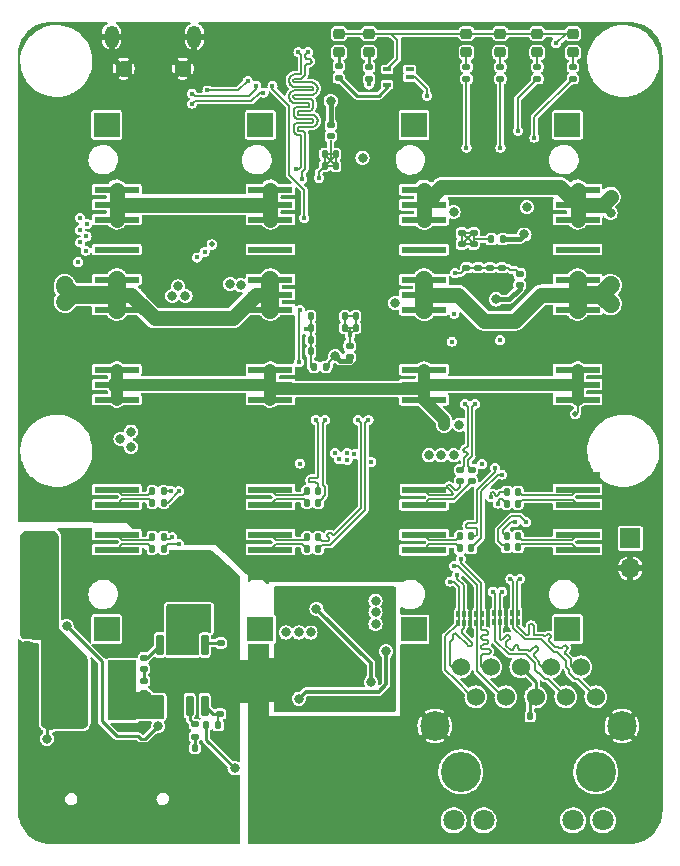
<source format=gbr>
%TF.GenerationSoftware,KiCad,Pcbnew,(6.0.7)*%
%TF.CreationDate,2022-11-21T16:52:03+01:00*%
%TF.ProjectId,MainBoard,4d61696e-426f-4617-9264-2e6b69636164,rev?*%
%TF.SameCoordinates,PXa344e00PY7102aa0*%
%TF.FileFunction,Copper,L4,Bot*%
%TF.FilePolarity,Positive*%
%FSLAX46Y46*%
G04 Gerber Fmt 4.6, Leading zero omitted, Abs format (unit mm)*
G04 Created by KiCad (PCBNEW (6.0.7)) date 2022-11-21 16:52:03*
%MOMM*%
%LPD*%
G01*
G04 APERTURE LIST*
G04 Aperture macros list*
%AMRoundRect*
0 Rectangle with rounded corners*
0 $1 Rounding radius*
0 $2 $3 $4 $5 $6 $7 $8 $9 X,Y pos of 4 corners*
0 Add a 4 corners polygon primitive as box body*
4,1,4,$2,$3,$4,$5,$6,$7,$8,$9,$2,$3,0*
0 Add four circle primitives for the rounded corners*
1,1,$1+$1,$2,$3*
1,1,$1+$1,$4,$5*
1,1,$1+$1,$6,$7*
1,1,$1+$1,$8,$9*
0 Add four rect primitives between the rounded corners*
20,1,$1+$1,$2,$3,$4,$5,0*
20,1,$1+$1,$4,$5,$6,$7,0*
20,1,$1+$1,$6,$7,$8,$9,0*
20,1,$1+$1,$8,$9,$2,$3,0*%
%AMOutline4P*
0 Free polygon, 4 corners , with rotation*
0 The origin of the aperture is its center*
0 number of corners: always 4*
0 $1 to $8 corner X, Y*
0 $9 Rotation angle, in degrees counterclockwise*
0 create outline with 4 corners*
4,1,4,$1,$2,$3,$4,$5,$6,$7,$8,$1,$2,$9*%
G04 Aperture macros list end*
%TA.AperFunction,ComponentPad*%
%ADD10R,1.700000X1.700000*%
%TD*%
%TA.AperFunction,ComponentPad*%
%ADD11O,1.700000X1.700000*%
%TD*%
%TA.AperFunction,ComponentPad*%
%ADD12O,1.200000X1.900000*%
%TD*%
%TA.AperFunction,ComponentPad*%
%ADD13C,1.450000*%
%TD*%
%TA.AperFunction,WasherPad*%
%ADD14C,3.400000*%
%TD*%
%TA.AperFunction,ComponentPad*%
%ADD15C,1.524000*%
%TD*%
%TA.AperFunction,ComponentPad*%
%ADD16C,1.800000*%
%TD*%
%TA.AperFunction,ComponentPad*%
%ADD17C,2.500000*%
%TD*%
%TA.AperFunction,ComponentPad*%
%ADD18O,1.100000X1.600000*%
%TD*%
%TA.AperFunction,ComponentPad*%
%ADD19O,1.600000X1.100000*%
%TD*%
%TA.AperFunction,ComponentPad*%
%ADD20C,0.500000*%
%TD*%
%TA.AperFunction,SMDPad,CuDef*%
%ADD21R,6.000000X9.500000*%
%TD*%
%TA.AperFunction,SMDPad,CuDef*%
%ADD22RoundRect,0.135000X-0.185000X0.135000X-0.185000X-0.135000X0.185000X-0.135000X0.185000X0.135000X0*%
%TD*%
%TA.AperFunction,SMDPad,CuDef*%
%ADD23RoundRect,0.147500X0.172500X-0.147500X0.172500X0.147500X-0.172500X0.147500X-0.172500X-0.147500X0*%
%TD*%
%TA.AperFunction,SMDPad,CuDef*%
%ADD24RoundRect,0.147500X0.147500X0.172500X-0.147500X0.172500X-0.147500X-0.172500X0.147500X-0.172500X0*%
%TD*%
%TA.AperFunction,SMDPad,CuDef*%
%ADD25R,0.300000X0.550000*%
%TD*%
%TA.AperFunction,SMDPad,CuDef*%
%ADD26R,0.400000X0.550000*%
%TD*%
%TA.AperFunction,SMDPad,CuDef*%
%ADD27RoundRect,0.140000X0.140000X0.170000X-0.140000X0.170000X-0.140000X-0.170000X0.140000X-0.170000X0*%
%TD*%
%TA.AperFunction,SMDPad,CuDef*%
%ADD28RoundRect,0.135000X0.185000X-0.135000X0.185000X0.135000X-0.185000X0.135000X-0.185000X-0.135000X0*%
%TD*%
%TA.AperFunction,SMDPad,CuDef*%
%ADD29R,3.800000X0.600000*%
%TD*%
%TA.AperFunction,SMDPad,CuDef*%
%ADD30Outline4P,-1.050000X-1.100000X1.050000X-1.100000X1.050000X1.100000X-1.050000X1.100000X90.000000*%
%TD*%
%TA.AperFunction,SMDPad,CuDef*%
%ADD31RoundRect,0.250000X-0.475000X0.250000X-0.475000X-0.250000X0.475000X-0.250000X0.475000X0.250000X0*%
%TD*%
%TA.AperFunction,SMDPad,CuDef*%
%ADD32RoundRect,0.250000X-0.250000X-0.475000X0.250000X-0.475000X0.250000X0.475000X-0.250000X0.475000X0*%
%TD*%
%TA.AperFunction,SMDPad,CuDef*%
%ADD33RoundRect,0.140000X-0.140000X-0.170000X0.140000X-0.170000X0.140000X0.170000X-0.140000X0.170000X0*%
%TD*%
%TA.AperFunction,SMDPad,CuDef*%
%ADD34RoundRect,0.218750X0.256250X-0.218750X0.256250X0.218750X-0.256250X0.218750X-0.256250X-0.218750X0*%
%TD*%
%TA.AperFunction,SMDPad,CuDef*%
%ADD35RoundRect,0.135000X0.135000X0.185000X-0.135000X0.185000X-0.135000X-0.185000X0.135000X-0.185000X0*%
%TD*%
%TA.AperFunction,SMDPad,CuDef*%
%ADD36RoundRect,0.147500X-0.172500X0.147500X-0.172500X-0.147500X0.172500X-0.147500X0.172500X0.147500X0*%
%TD*%
%TA.AperFunction,SMDPad,CuDef*%
%ADD37R,0.650000X0.400000*%
%TD*%
%TA.AperFunction,SMDPad,CuDef*%
%ADD38RoundRect,0.140000X-0.170000X0.140000X-0.170000X-0.140000X0.170000X-0.140000X0.170000X0.140000X0*%
%TD*%
%TA.AperFunction,SMDPad,CuDef*%
%ADD39R,2.350000X5.100000*%
%TD*%
%TA.AperFunction,SMDPad,CuDef*%
%ADD40R,3.700000X0.600000*%
%TD*%
%TA.AperFunction,SMDPad,CuDef*%
%ADD41RoundRect,0.140000X0.170000X-0.140000X0.170000X0.140000X-0.170000X0.140000X-0.170000X-0.140000X0*%
%TD*%
%TA.AperFunction,SMDPad,CuDef*%
%ADD42RoundRect,0.150000X-0.150000X0.737500X-0.150000X-0.737500X0.150000X-0.737500X0.150000X0.737500X0*%
%TD*%
%TA.AperFunction,SMDPad,CuDef*%
%ADD43R,4.900000X2.950000*%
%TD*%
%TA.AperFunction,ViaPad*%
%ADD44C,0.800000*%
%TD*%
%TA.AperFunction,ViaPad*%
%ADD45C,0.450000*%
%TD*%
%TA.AperFunction,ViaPad*%
%ADD46C,0.500000*%
%TD*%
%TA.AperFunction,Conductor*%
%ADD47C,0.250000*%
%TD*%
%TA.AperFunction,Conductor*%
%ADD48C,0.200000*%
%TD*%
%TA.AperFunction,Conductor*%
%ADD49C,0.150000*%
%TD*%
%TA.AperFunction,Conductor*%
%ADD50C,0.160000*%
%TD*%
%TA.AperFunction,Conductor*%
%ADD51C,0.130000*%
%TD*%
%TA.AperFunction,Conductor*%
%ADD52C,1.000000*%
%TD*%
%TA.AperFunction,Conductor*%
%ADD53C,1.500000*%
%TD*%
%TA.AperFunction,Conductor*%
%ADD54C,0.300000*%
%TD*%
%TA.AperFunction,Conductor*%
%ADD55C,0.400000*%
%TD*%
%TA.AperFunction,Conductor*%
%ADD56C,1.300000*%
%TD*%
G04 APERTURE END LIST*
D10*
%TO.P,J6,1,Pin_1*%
%TO.N,/CM4/n_eeprom_en*%
X52170000Y26075000D03*
D11*
%TO.P,J6,2,Pin_2*%
%TO.N,GND*%
X52170000Y23535000D03*
%TD*%
D12*
%TO.P,J7,6,Shield*%
%TO.N,GND*%
X15270000Y68547500D03*
D13*
X9270000Y65847500D03*
D12*
X8270000Y68547500D03*
D13*
X14270000Y65847500D03*
%TD*%
D14*
%TO.P,U3,*%
%TO.N,*%
X49250000Y6300000D03*
X37820000Y6300000D03*
D15*
%TO.P,U3,1,TRD0+*%
%TO.N,/CM4/TRD0+*%
X37820000Y15190000D03*
%TO.P,U3,2,TRD0-*%
%TO.N,/CM4/TRD0-*%
X39090000Y12650000D03*
%TO.P,U3,3,TRD1+*%
%TO.N,/CM4/TRD1+*%
X40360000Y15190000D03*
%TO.P,U3,4,TRD1-*%
%TO.N,/CM4/TRD1-*%
X41630000Y12650000D03*
%TO.P,U3,5,CT*%
%TO.N,Net-(C1-Pad1)*%
X42900000Y15190000D03*
%TO.P,U3,6,CT*%
X44170000Y12650000D03*
%TO.P,U3,7,TRD2+*%
%TO.N,/CM4/TRD2+*%
X45440000Y15190000D03*
%TO.P,U3,8,TRD2-*%
%TO.N,/CM4/TRD2-*%
X46710000Y12650000D03*
%TO.P,U3,9,TRD3+*%
%TO.N,/CM4/TRD3+*%
X47980000Y15190000D03*
%TO.P,U3,10,TRD3-*%
%TO.N,/CM4/TRD3-*%
X49250000Y12650000D03*
D16*
%TO.P,U3,11,LEDG_A*%
%TO.N,+3V3*%
X37210000Y2190000D03*
%TO.P,U3,12,LEDG_K*%
%TO.N,Net-(R1-Pad2)*%
X39750000Y2190000D03*
%TO.P,U3,13,LEDY_A*%
%TO.N,+3V3*%
X47320000Y2190000D03*
%TO.P,U3,14,LEDY_K*%
%TO.N,Net-(R2-Pad2)*%
X49860000Y2190000D03*
D17*
%TO.P,U3,sh,SHIELD*%
%TO.N,GND*%
X35610000Y10190000D03*
X51460000Y10190000D03*
%TD*%
D18*
%TO.P,J1,S1,SHIELD*%
%TO.N,GND*%
X4380000Y5800000D03*
%TO.P,J1,S2,SHIELD*%
X13020000Y5800000D03*
D19*
%TO.P,J1,S3,SHIELD*%
X6400000Y4370000D03*
%TO.P,J1,S4,SHIELD*%
X11000000Y4370000D03*
%TD*%
D20*
%TO.P,U4,77,EPAD*%
%TO.N,GND*%
X26950000Y49460000D03*
X28150000Y49460000D03*
X29350000Y50660000D03*
X29350000Y49460000D03*
X28150000Y51860000D03*
X29350000Y51860000D03*
X26950000Y50660000D03*
D21*
X28150000Y50660000D03*
D20*
X26950000Y51860000D03*
X28150000Y50660000D03*
%TD*%
D22*
%TO.P,R8,1*%
%TO.N,Net-(D4-Pad1)*%
X38300000Y66010000D03*
%TO.P,R8,2*%
%TO.N,/PCIe_sata/led4*%
X38300000Y64990000D03*
%TD*%
D23*
%TO.P,FB3,1*%
%TO.N,+1V8*%
X42800000Y47515000D03*
%TO.P,FB3,2*%
%TO.N,/PCIe_sata/VAA2_1*%
X42800000Y48485000D03*
%TD*%
D24*
%TO.P,FB2,1*%
%TO.N,+1V8*%
X41385000Y51400000D03*
%TO.P,FB2,2*%
%TO.N,/PCIe_sata/VAA2_0*%
X40415000Y51400000D03*
%TD*%
D25*
%TO.P,U1,1,D1+*%
%TO.N,/CM4/TRD3+*%
X42670000Y18955000D03*
%TO.P,U1,2,D1-*%
%TO.N,/CM4/TRD3-*%
X42170000Y18955000D03*
D26*
%TO.P,U1,3,GND*%
%TO.N,GND*%
X41670000Y18955000D03*
D25*
%TO.P,U1,4,D2+*%
%TO.N,/CM4/TRD2+*%
X41170000Y18955000D03*
%TO.P,U1,5,D2-*%
%TO.N,/CM4/TRD2-*%
X40670000Y18955000D03*
%TO.P,U1,6,D2-*%
X40670000Y19725000D03*
%TO.P,U1,7,D2+*%
%TO.N,/CM4/TRD2+*%
X41170000Y19725000D03*
D26*
%TO.P,U1,8,GND*%
%TO.N,GND*%
X41670000Y19725000D03*
D25*
%TO.P,U1,9,D1-*%
%TO.N,/CM4/TRD3-*%
X42170000Y19725000D03*
%TO.P,U1,10,D1+*%
%TO.N,/CM4/TRD3+*%
X42670000Y19725000D03*
%TD*%
D27*
%TO.P,C41,1*%
%TO.N,/PCIe_sata/AVDD0*%
X26280000Y57600000D03*
%TO.P,C41,2*%
%TO.N,GND*%
X25320000Y57600000D03*
%TD*%
D28*
%TO.P,R27,1*%
%TO.N,Net-(Module1-Pad21)*%
X30050000Y64940000D03*
%TO.P,R27,2*%
%TO.N,Net-(D12-Pad1)*%
X30050000Y65960000D03*
%TD*%
D29*
%TO.P,J2,1,Pin_1*%
%TO.N,GND*%
X47700000Y23855000D03*
%TO.P,J2,2,Pin_2*%
%TO.N,/PCIe_sata/TX0+*%
X47700000Y25125000D03*
%TO.P,J2,3,Pin_3*%
%TO.N,/PCIe_sata/TX0-*%
X47700000Y26395000D03*
%TO.P,J2,4,Pin_4*%
%TO.N,GND*%
X47700000Y27665000D03*
%TO.P,J2,5,Pin_5*%
%TO.N,/PCIe_sata/RX0-*%
X47700000Y28935000D03*
%TO.P,J2,6,Pin_6*%
%TO.N,/PCIe_sata/RX0+*%
X47700000Y30205000D03*
%TO.P,J2,7,Pin_7*%
%TO.N,GND*%
X47700000Y31475000D03*
%TO.P,J2,8,Pin_8*%
%TO.N,+3V3*%
X47700000Y37825000D03*
%TO.P,J2,9,Pin_9*%
X47700000Y39095000D03*
%TO.P,J2,10,Pin_10*%
X47700000Y40365000D03*
%TO.P,J2,11,Pin_11*%
%TO.N,GND*%
X47700000Y41635000D03*
%TO.P,J2,12,Pin_12*%
X47700000Y42905000D03*
%TO.P,J2,13,Pin_13*%
X47700000Y44175000D03*
%TO.P,J2,14,Pin_14*%
%TO.N,+5V*%
X47700000Y45445000D03*
%TO.P,J2,15,Pin_15*%
X47700000Y46715000D03*
%TO.P,J2,16,Pin_16*%
X47700000Y47985000D03*
%TO.P,J2,17,Pin_17*%
%TO.N,GND*%
X47700000Y49255000D03*
%TO.P,J2,18,Pin_18*%
%TO.N,unconnected-(J2-Pad18)*%
X47700000Y50525000D03*
%TO.P,J2,19,Pin_19*%
%TO.N,GND*%
X47700000Y51795000D03*
%TO.P,J2,20,Pin_20*%
%TO.N,+12V*%
X47700000Y53065000D03*
%TO.P,J2,21,Pin_21*%
X47700000Y54335000D03*
%TO.P,J2,22,Pin_22*%
X47700000Y55605000D03*
D30*
%TO.P,J2,NC*%
%TO.N,N/C*%
X46850000Y61080000D03*
X46850000Y18380000D03*
%TD*%
D27*
%TO.P,C1,1*%
%TO.N,Net-(C1-Pad1)*%
X43700000Y11000000D03*
%TO.P,C1,2*%
%TO.N,GND*%
X42740000Y11000000D03*
%TD*%
D22*
%TO.P,R6,1*%
%TO.N,Net-(D2-Pad1)*%
X44300000Y66010000D03*
%TO.P,R6,2*%
%TO.N,/PCIe_sata/led2*%
X44300000Y64990000D03*
%TD*%
D31*
%TO.P,C75,1*%
%TO.N,GND*%
X13870000Y21450000D03*
%TO.P,C75,2*%
%TO.N,+12V*%
X13870000Y19550000D03*
%TD*%
D32*
%TO.P,C76,1*%
%TO.N,GND*%
X1120000Y12600000D03*
%TO.P,C76,2*%
%TO.N,+5V*%
X3020000Y12600000D03*
%TD*%
D27*
%TO.P,C18,1*%
%TO.N,/PCIe_sata/RX0+*%
X42650000Y30020000D03*
%TO.P,C18,2*%
%TO.N,/PCIe_sata/RX00+*%
X41690000Y30020000D03*
%TD*%
D33*
%TO.P,C17,1*%
%TO.N,/PCIe_sata/RX3-*%
X11690000Y29100000D03*
%TO.P,C17,2*%
%TO.N,/PCIe_sata/RX03-*%
X12650000Y29100000D03*
%TD*%
%TO.P,C10,1*%
%TO.N,/PCIe_sata/TX3-*%
X11690000Y26200000D03*
%TO.P,C10,2*%
%TO.N,/PCIe_sata/TX03-*%
X12650000Y26200000D03*
%TD*%
D28*
%TO.P,R21,1*%
%TO.N,Net-(C77-Pad2)*%
X15300000Y9290000D03*
%TO.P,R21,2*%
%TO.N,Net-(R21-Pad2)*%
X15300000Y10310000D03*
%TD*%
D27*
%TO.P,C56,1*%
%TO.N,/PCIe_sata/VAA2_2*%
X27980000Y44900000D03*
%TO.P,C56,2*%
%TO.N,GND*%
X27020000Y44900000D03*
%TD*%
D33*
%TO.P,C16,1*%
%TO.N,/PCIe_sata/RX2-*%
X24790000Y29100000D03*
%TO.P,C16,2*%
%TO.N,/PCIe_sata/RX02-*%
X25750000Y29100000D03*
%TD*%
%TO.P,C20,1*%
%TO.N,/PCIe_sata/RX2+*%
X24790000Y30080000D03*
%TO.P,C20,2*%
%TO.N,/PCIe_sata/RX02+*%
X25750000Y30080000D03*
%TD*%
D23*
%TO.P,FB6,1*%
%TO.N,+1V8*%
X28400000Y41415000D03*
%TO.P,FB6,2*%
%TO.N,/PCIe_sata/VAA2_2*%
X28400000Y42385000D03*
%TD*%
D33*
%TO.P,C8,1*%
%TO.N,/PCIe_sata/TX1-*%
X37748000Y26234000D03*
%TO.P,C8,2*%
%TO.N,/PCIe_sata/TX01-*%
X38708000Y26234000D03*
%TD*%
D34*
%TO.P,D1,1,K*%
%TO.N,Net-(D1-Pad1)*%
X47300000Y67212500D03*
%TO.P,D1,2,A*%
%TO.N,+3V3*%
X47300000Y68787500D03*
%TD*%
%TO.P,D2,1,K*%
%TO.N,Net-(D2-Pad1)*%
X44300000Y67212500D03*
%TO.P,D2,2,A*%
%TO.N,+3V3*%
X44300000Y68787500D03*
%TD*%
D33*
%TO.P,C21,1*%
%TO.N,/PCIe_sata/RX3+*%
X11690000Y30080000D03*
%TO.P,C21,2*%
%TO.N,/PCIe_sata/RX03+*%
X12650000Y30080000D03*
%TD*%
%TO.P,C5,1*%
%TO.N,/PCIe_sata/TX2+*%
X24790000Y25200000D03*
%TO.P,C5,2*%
%TO.N,/PCIe_sata/TX02+*%
X25750000Y25200000D03*
%TD*%
%TO.P,C77,1*%
%TO.N,GND*%
X14352000Y8326000D03*
%TO.P,C77,2*%
%TO.N,Net-(C77-Pad2)*%
X15312000Y8326000D03*
%TD*%
D35*
%TO.P,R22,1*%
%TO.N,Net-(R22-Pad1)*%
X17285000Y10250000D03*
%TO.P,R22,2*%
%TO.N,+5V*%
X16265000Y10250000D03*
%TD*%
D33*
%TO.P,C48,1*%
%TO.N,/PCIe_sata/VAA2_3*%
X25120000Y42900000D03*
%TO.P,C48,2*%
%TO.N,GND*%
X26080000Y42900000D03*
%TD*%
D22*
%TO.P,R5,1*%
%TO.N,Net-(D1-Pad1)*%
X47300000Y66010000D03*
%TO.P,R5,2*%
%TO.N,/PCIe_sata/led1*%
X47300000Y64990000D03*
%TD*%
D24*
%TO.P,FB7,1*%
%TO.N,+1V8*%
X26385000Y40600000D03*
%TO.P,FB7,2*%
%TO.N,/PCIe_sata/VAA2_3*%
X25415000Y40600000D03*
%TD*%
D22*
%TO.P,R23,1*%
%TO.N,GND*%
X17440000Y12220000D03*
%TO.P,R23,2*%
%TO.N,Net-(R22-Pad1)*%
X17440000Y11200000D03*
%TD*%
D33*
%TO.P,C4,1*%
%TO.N,/PCIe_sata/TX1+*%
X37728000Y25218000D03*
%TO.P,C4,2*%
%TO.N,/PCIe_sata/TX01+*%
X38688000Y25218000D03*
%TD*%
D36*
%TO.P,FB5,1*%
%TO.N,+1V8*%
X26800000Y61085000D03*
%TO.P,FB5,2*%
%TO.N,/PCIe_sata/AVDD0*%
X26800000Y60115000D03*
%TD*%
D37*
%TO.P,U9,1*%
%TO.N,N/C*%
X33475000Y65775000D03*
%TO.P,U9,2*%
%TO.N,/CM4/pwr_led*%
X33475000Y65125000D03*
%TO.P,U9,3,GND*%
%TO.N,GND*%
X33475000Y64475000D03*
%TO.P,U9,4*%
%TO.N,Net-(R9-Pad1)*%
X31575000Y64475000D03*
%TO.P,U9,5,VCC*%
%TO.N,+3V3*%
X31575000Y65775000D03*
%TD*%
D38*
%TO.P,C66,1*%
%TO.N,Net-(C66-Pad1)*%
X11000000Y15960000D03*
%TO.P,C66,2*%
%TO.N,Net-(C66-Pad2)*%
X11000000Y15000000D03*
%TD*%
D22*
%TO.P,R20,1*%
%TO.N,Net-(C66-Pad2)*%
X11000000Y13990000D03*
%TO.P,R20,2*%
%TO.N,Net-(L1-Pad1)*%
X11000000Y12970000D03*
%TD*%
D34*
%TO.P,D11,1,K*%
%TO.N,Net-(D11-Pad1)*%
X27500000Y67212500D03*
%TO.P,D11,2,A*%
%TO.N,+3V3*%
X27500000Y68787500D03*
%TD*%
D33*
%TO.P,C59,1*%
%TO.N,/PCIe_sata/VAA2_3*%
X25120000Y41900000D03*
%TO.P,C59,2*%
%TO.N,GND*%
X26080000Y41900000D03*
%TD*%
D39*
%TO.P,L1,1,1*%
%TO.N,Net-(L1-Pad1)*%
X9175000Y13200000D03*
%TO.P,L1,2,2*%
%TO.N,+5V*%
X5025000Y13200000D03*
%TD*%
D33*
%TO.P,C6,1*%
%TO.N,/PCIe_sata/TX3+*%
X11690000Y25200000D03*
%TO.P,C6,2*%
%TO.N,/PCIe_sata/TX03+*%
X12650000Y25200000D03*
%TD*%
D38*
%TO.P,C34,1*%
%TO.N,/PCIe_sata/VAA2_1*%
X40300000Y48980000D03*
%TO.P,C34,2*%
%TO.N,GND*%
X40300000Y48020000D03*
%TD*%
%TO.P,C39,1*%
%TO.N,/PCIe_sata/VAA2_1*%
X41300000Y48980000D03*
%TO.P,C39,2*%
%TO.N,GND*%
X41300000Y48020000D03*
%TD*%
%TO.P,C38,1*%
%TO.N,/PCIe_sata/VAA2_0*%
X38900000Y50980000D03*
%TO.P,C38,2*%
%TO.N,GND*%
X38900000Y50020000D03*
%TD*%
D34*
%TO.P,D3,1,K*%
%TO.N,Net-(D3-Pad1)*%
X41170000Y67212500D03*
%TO.P,D3,2,A*%
%TO.N,+3V3*%
X41170000Y68787500D03*
%TD*%
D32*
%TO.P,C71,1*%
%TO.N,GND*%
X1120000Y14600000D03*
%TO.P,C71,2*%
%TO.N,+5V*%
X3020000Y14600000D03*
%TD*%
D34*
%TO.P,D4,1,K*%
%TO.N,Net-(D4-Pad1)*%
X38300000Y67212500D03*
%TO.P,D4,2,A*%
%TO.N,+3V3*%
X38300000Y68787500D03*
%TD*%
D33*
%TO.P,C9,1*%
%TO.N,/PCIe_sata/TX2-*%
X24790000Y26180000D03*
%TO.P,C9,2*%
%TO.N,/PCIe_sata/TX02-*%
X25750000Y26180000D03*
%TD*%
%TO.P,C57,1*%
%TO.N,/PCIe_sata/VAA2_3*%
X25120000Y43900000D03*
%TO.P,C57,2*%
%TO.N,GND*%
X26080000Y43900000D03*
%TD*%
D27*
%TO.P,C14,1*%
%TO.N,/PCIe_sata/RX0-*%
X42650000Y29000000D03*
%TO.P,C14,2*%
%TO.N,/PCIe_sata/RX00-*%
X41690000Y29000000D03*
%TD*%
D29*
%TO.P,J3,1,Pin_1*%
%TO.N,GND*%
X34700000Y23845000D03*
%TO.P,J3,2,Pin_2*%
%TO.N,/PCIe_sata/TX1+*%
X34700000Y25115000D03*
%TO.P,J3,3,Pin_3*%
%TO.N,/PCIe_sata/TX1-*%
X34700000Y26385000D03*
%TO.P,J3,4,Pin_4*%
%TO.N,GND*%
X34700000Y27655000D03*
%TO.P,J3,5,Pin_5*%
%TO.N,/PCIe_sata/RX1-*%
X34700000Y28925000D03*
D40*
%TO.P,J3,6,Pin_6*%
%TO.N,/PCIe_sata/RX1+*%
X34700000Y30195000D03*
D29*
%TO.P,J3,7,Pin_7*%
%TO.N,GND*%
X34700000Y31465000D03*
%TO.P,J3,8,Pin_8*%
%TO.N,+3V3*%
X34700000Y37815000D03*
%TO.P,J3,9,Pin_9*%
X34700000Y39085000D03*
%TO.P,J3,10,Pin_10*%
X34700000Y40355000D03*
%TO.P,J3,11,Pin_11*%
%TO.N,GND*%
X34700000Y41625000D03*
%TO.P,J3,12,Pin_12*%
X34700000Y42895000D03*
%TO.P,J3,13,Pin_13*%
X34700000Y44165000D03*
%TO.P,J3,14,Pin_14*%
%TO.N,+5V*%
X34700000Y45435000D03*
%TO.P,J3,15,Pin_15*%
X34700000Y46705000D03*
%TO.P,J3,16,Pin_16*%
X34700000Y47975000D03*
%TO.P,J3,17,Pin_17*%
%TO.N,GND*%
X34700000Y49245000D03*
%TO.P,J3,18,Pin_18*%
%TO.N,unconnected-(J3-Pad18)*%
X34700000Y50515000D03*
%TO.P,J3,19,Pin_19*%
%TO.N,GND*%
X34700000Y51785000D03*
%TO.P,J3,20,Pin_20*%
%TO.N,+12V*%
X34700000Y53055000D03*
%TO.P,J3,21,Pin_21*%
X34700000Y54325000D03*
%TO.P,J3,22,Pin_22*%
X34700000Y55595000D03*
D30*
%TO.P,J3,NC*%
%TO.N,N/C*%
X33850000Y18370000D03*
X33850000Y61070000D03*
%TD*%
D25*
%TO.P,U2,1,D1+*%
%TO.N,/CM4/TRD1+*%
X39620000Y18915000D03*
%TO.P,U2,2,D1-*%
%TO.N,/CM4/TRD1-*%
X39120000Y18915000D03*
D26*
%TO.P,U2,3,GND*%
%TO.N,GND*%
X38620000Y18915000D03*
D25*
%TO.P,U2,4,D2+*%
%TO.N,/CM4/TRD0+*%
X38120000Y18915000D03*
%TO.P,U2,5,D2-*%
%TO.N,/CM4/TRD0-*%
X37620000Y18915000D03*
%TO.P,U2,6,D2-*%
X37620000Y19685000D03*
%TO.P,U2,7,D2+*%
%TO.N,/CM4/TRD0+*%
X38120000Y19685000D03*
D26*
%TO.P,U2,8,GND*%
%TO.N,GND*%
X38620000Y19685000D03*
D25*
%TO.P,U2,9,D1-*%
%TO.N,/CM4/TRD1-*%
X39120000Y19685000D03*
%TO.P,U2,10,D1+*%
%TO.N,/CM4/TRD1+*%
X39620000Y19685000D03*
%TD*%
D33*
%TO.P,C47,1*%
%TO.N,/PCIe_sata/VAA2_2*%
X28920000Y44900000D03*
%TO.P,C47,2*%
%TO.N,GND*%
X29880000Y44900000D03*
%TD*%
D41*
%TO.P,C19,1*%
%TO.N,/PCIe_sata/RX1+*%
X37770000Y30920000D03*
%TO.P,C19,2*%
%TO.N,/PCIe_sata/RX01+*%
X37770000Y31880000D03*
%TD*%
D33*
%TO.P,C31,1*%
%TO.N,/PCIe_sata/AVDD0*%
X27220000Y58600000D03*
%TO.P,C31,2*%
%TO.N,GND*%
X28180000Y58600000D03*
%TD*%
D38*
%TO.P,C29,1*%
%TO.N,/PCIe_sata/VAA2_1*%
X38300000Y48980000D03*
%TO.P,C29,2*%
%TO.N,GND*%
X38300000Y48020000D03*
%TD*%
D27*
%TO.P,C7,1*%
%TO.N,/PCIe_sata/TX0-*%
X42650000Y26280000D03*
%TO.P,C7,2*%
%TO.N,/PCIe_sata/TX00-*%
X41690000Y26280000D03*
%TD*%
%TO.P,C58,1*%
%TO.N,/PCIe_sata/VAA2_2*%
X27980000Y43900000D03*
%TO.P,C58,2*%
%TO.N,GND*%
X27020000Y43900000D03*
%TD*%
D34*
%TO.P,D12,1,K*%
%TO.N,Net-(D12-Pad1)*%
X30050000Y67212500D03*
%TO.P,D12,2,A*%
%TO.N,+3V3*%
X30050000Y68787500D03*
%TD*%
D41*
%TO.P,C28,1*%
%TO.N,/PCIe_sata/VAA2_0*%
X37900000Y51920000D03*
%TO.P,C28,2*%
%TO.N,GND*%
X37900000Y52880000D03*
%TD*%
D42*
%TO.P,U7,1,BST*%
%TO.N,Net-(C66-Pad1)*%
X12320000Y17042500D03*
%TO.P,U7,2,VIN*%
%TO.N,+12V*%
X13590000Y17042500D03*
%TO.P,U7,3,EN*%
X14860000Y17042500D03*
%TO.P,U7,4,SS*%
%TO.N,Net-(C69-Pad2)*%
X16130000Y17042500D03*
%TO.P,U7,5,FB*%
%TO.N,Net-(R22-Pad1)*%
X16130000Y11917500D03*
%TO.P,U7,6,COMP*%
%TO.N,Net-(R21-Pad2)*%
X14860000Y11917500D03*
%TO.P,U7,7,GND*%
%TO.N,GND*%
X13590000Y11917500D03*
%TO.P,U7,8,SW*%
%TO.N,Net-(L1-Pad1)*%
X12320000Y11917500D03*
D43*
%TO.P,U7,9,EP*%
%TO.N,GND*%
X14225000Y14480000D03*
%TD*%
D31*
%TO.P,C70,1*%
%TO.N,GND*%
X15900000Y21450000D03*
%TO.P,C70,2*%
%TO.N,+12V*%
X15900000Y19550000D03*
%TD*%
D32*
%TO.P,C68,1*%
%TO.N,GND*%
X1120000Y16600000D03*
%TO.P,C68,2*%
%TO.N,+5V*%
X3020000Y16600000D03*
%TD*%
D29*
%TO.P,J4,1,Pin_1*%
%TO.N,GND*%
X21700000Y23855000D03*
%TO.P,J4,2,Pin_2*%
%TO.N,/PCIe_sata/TX2+*%
X21700000Y25125000D03*
%TO.P,J4,3,Pin_3*%
%TO.N,/PCIe_sata/TX2-*%
X21700000Y26395000D03*
%TO.P,J4,4,Pin_4*%
%TO.N,GND*%
X21700000Y27665000D03*
%TO.P,J4,5,Pin_5*%
%TO.N,/PCIe_sata/RX2-*%
X21700000Y28935000D03*
%TO.P,J4,6,Pin_6*%
%TO.N,/PCIe_sata/RX2+*%
X21700000Y30205000D03*
%TO.P,J4,7,Pin_7*%
%TO.N,GND*%
X21700000Y31475000D03*
%TO.P,J4,8,Pin_8*%
%TO.N,+3V3*%
X21700000Y37825000D03*
%TO.P,J4,9,Pin_9*%
X21700000Y39095000D03*
%TO.P,J4,10,Pin_10*%
X21700000Y40365000D03*
%TO.P,J4,11,Pin_11*%
%TO.N,GND*%
X21700000Y41635000D03*
%TO.P,J4,12,Pin_12*%
X21700000Y42905000D03*
%TO.P,J4,13,Pin_13*%
X21700000Y44175000D03*
%TO.P,J4,14,Pin_14*%
%TO.N,+5V*%
X21700000Y45445000D03*
%TO.P,J4,15,Pin_15*%
X21700000Y46715000D03*
%TO.P,J4,16,Pin_16*%
X21700000Y47985000D03*
%TO.P,J4,17,Pin_17*%
%TO.N,GND*%
X21700000Y49255000D03*
%TO.P,J4,18,Pin_18*%
%TO.N,unconnected-(J4-Pad18)*%
X21700000Y50525000D03*
%TO.P,J4,19,Pin_19*%
%TO.N,GND*%
X21700000Y51795000D03*
%TO.P,J4,20,Pin_20*%
%TO.N,+12V*%
X21700000Y53065000D03*
%TO.P,J4,21,Pin_21*%
X21700000Y54335000D03*
%TO.P,J4,22,Pin_22*%
X21700000Y55605000D03*
D30*
%TO.P,J4,NC*%
%TO.N,N/C*%
X20850000Y61080000D03*
X20850000Y18380000D03*
%TD*%
D41*
%TO.P,C15,1*%
%TO.N,/PCIe_sata/RX1-*%
X38770000Y30920000D03*
%TO.P,C15,2*%
%TO.N,/PCIe_sata/RX01-*%
X38770000Y31880000D03*
%TD*%
D33*
%TO.P,C26,1*%
%TO.N,/PCIe_sata/AVDD0*%
X27220000Y57600000D03*
%TO.P,C26,2*%
%TO.N,GND*%
X28180000Y57600000D03*
%TD*%
%TO.P,C52,1*%
%TO.N,/PCIe_sata/VAA2_2*%
X28920000Y43900000D03*
%TO.P,C52,2*%
%TO.N,GND*%
X29880000Y43900000D03*
%TD*%
D27*
%TO.P,C3,1*%
%TO.N,/PCIe_sata/TX0+*%
X42650000Y25300000D03*
%TO.P,C3,2*%
%TO.N,/PCIe_sata/TX00+*%
X41690000Y25300000D03*
%TD*%
D33*
%TO.P,C53,1*%
%TO.N,/PCIe_sata/VAA2_3*%
X25120000Y44900000D03*
%TO.P,C53,2*%
%TO.N,GND*%
X26080000Y44900000D03*
%TD*%
D22*
%TO.P,R7,1*%
%TO.N,Net-(D3-Pad1)*%
X41170000Y66010000D03*
%TO.P,R7,2*%
%TO.N,/PCIe_sata/led3*%
X41170000Y64990000D03*
%TD*%
D41*
%TO.P,C69,1*%
%TO.N,GND*%
X17500000Y16250000D03*
%TO.P,C69,2*%
%TO.N,Net-(C69-Pad2)*%
X17500000Y17210000D03*
%TD*%
D27*
%TO.P,C36,1*%
%TO.N,/PCIe_sata/AVDD0*%
X26280000Y58600000D03*
%TO.P,C36,2*%
%TO.N,GND*%
X25320000Y58600000D03*
%TD*%
D38*
%TO.P,C33,1*%
%TO.N,/PCIe_sata/VAA2_0*%
X37900000Y50980000D03*
%TO.P,C33,2*%
%TO.N,GND*%
X37900000Y50020000D03*
%TD*%
D32*
%TO.P,C73,1*%
%TO.N,GND*%
X1120000Y10600000D03*
%TO.P,C73,2*%
%TO.N,+5V*%
X3020000Y10600000D03*
%TD*%
D28*
%TO.P,R9,1*%
%TO.N,Net-(R9-Pad1)*%
X27500000Y65040000D03*
%TO.P,R9,2*%
%TO.N,Net-(D11-Pad1)*%
X27500000Y66060000D03*
%TD*%
D29*
%TO.P,J5,1,Pin_1*%
%TO.N,GND*%
X8690000Y23855000D03*
%TO.P,J5,2,Pin_2*%
%TO.N,/PCIe_sata/TX3+*%
X8690000Y25125000D03*
%TO.P,J5,3,Pin_3*%
%TO.N,/PCIe_sata/TX3-*%
X8690000Y26395000D03*
%TO.P,J5,4,Pin_4*%
%TO.N,GND*%
X8690000Y27665000D03*
%TO.P,J5,5,Pin_5*%
%TO.N,/PCIe_sata/RX3-*%
X8690000Y28935000D03*
%TO.P,J5,6,Pin_6*%
%TO.N,/PCIe_sata/RX3+*%
X8690000Y30205000D03*
%TO.P,J5,7,Pin_7*%
%TO.N,GND*%
X8690000Y31475000D03*
%TO.P,J5,8,Pin_8*%
%TO.N,+3V3*%
X8690000Y37825000D03*
%TO.P,J5,9,Pin_9*%
X8690000Y39095000D03*
%TO.P,J5,10,Pin_10*%
X8690000Y40365000D03*
%TO.P,J5,11,Pin_11*%
%TO.N,GND*%
X8690000Y41635000D03*
%TO.P,J5,12,Pin_12*%
X8690000Y42905000D03*
%TO.P,J5,13,Pin_13*%
X8690000Y44175000D03*
%TO.P,J5,14,Pin_14*%
%TO.N,+5V*%
X8690000Y45445000D03*
%TO.P,J5,15,Pin_15*%
X8690000Y46715000D03*
%TO.P,J5,16,Pin_16*%
X8690000Y47985000D03*
%TO.P,J5,17,Pin_17*%
%TO.N,GND*%
X8690000Y49255000D03*
%TO.P,J5,18,Pin_18*%
%TO.N,unconnected-(J5-Pad18)*%
X8690000Y50525000D03*
%TO.P,J5,19,Pin_19*%
%TO.N,GND*%
X8690000Y51795000D03*
%TO.P,J5,20,Pin_20*%
%TO.N,+12V*%
X8690000Y53065000D03*
%TO.P,J5,21,Pin_21*%
X8690000Y54335000D03*
%TO.P,J5,22,Pin_22*%
X8690000Y55605000D03*
D30*
%TO.P,J5,NC*%
%TO.N,N/C*%
X7840000Y18380000D03*
X7840000Y61080000D03*
%TD*%
D38*
%TO.P,C24,1*%
%TO.N,/PCIe_sata/VAA2_1*%
X39300000Y48980000D03*
%TO.P,C24,2*%
%TO.N,GND*%
X39300000Y48020000D03*
%TD*%
D41*
%TO.P,C23,1*%
%TO.N,/PCIe_sata/VAA2_0*%
X38900000Y51920000D03*
%TO.P,C23,2*%
%TO.N,GND*%
X38900000Y52880000D03*
%TD*%
D44*
%TO.N,GND*%
X25620006Y51201893D03*
D45*
X21345316Y35914882D03*
D44*
X770000Y36200000D03*
X6420000Y27900000D03*
X1500000Y1500000D03*
X31000000Y32850000D03*
X25600000Y52500000D03*
X31300000Y42650000D03*
X54270000Y49200000D03*
X27800000Y56400000D03*
X6070000Y1200000D03*
X23500000Y20600000D03*
X13475000Y50400000D03*
X17770000Y69200000D03*
X48770000Y69200000D03*
X54270000Y42200000D03*
X40054241Y33545759D03*
D45*
X19900000Y34975000D03*
D44*
X15550000Y24250000D03*
X7900000Y16600000D03*
X6050000Y24900000D03*
D45*
X14300000Y32000000D03*
D44*
X54270000Y10700000D03*
X31000000Y9500000D03*
X770000Y42200000D03*
X5270000Y25800000D03*
X18470000Y8200000D03*
X4500000Y7750000D03*
X13975000Y61125000D03*
X1520000Y13700000D03*
X31500000Y23000000D03*
X18420000Y18300000D03*
X770000Y30200000D03*
X51800000Y51450000D03*
X25070500Y33000000D03*
X25620006Y49501893D03*
X30700000Y51100000D03*
D45*
X12728871Y35628871D03*
D44*
X13500000Y42800000D03*
X18570000Y14900000D03*
D45*
X37100000Y50200000D03*
D44*
X770000Y49200000D03*
X19200000Y52393378D03*
X6800000Y10100000D03*
X37300000Y43900000D03*
X28150316Y47850010D03*
X43270000Y1200000D03*
X25600000Y48300000D03*
D45*
X12800000Y27050000D03*
D44*
X10912522Y9912478D03*
X22500000Y9500000D03*
X17470000Y15300000D03*
X53770000Y2200000D03*
X25930000Y53660000D03*
X34825000Y35675000D03*
X17000000Y1700000D03*
X29552466Y47850010D03*
X29418077Y53651016D03*
X1520000Y11450000D03*
X1470000Y15600000D03*
D45*
X23550000Y43550000D03*
D44*
X30700000Y52400000D03*
X24200000Y15100000D03*
X34000000Y16000000D03*
X36520000Y66950000D03*
D45*
X10345000Y32300000D03*
D44*
X54270000Y20200000D03*
X54270000Y55200000D03*
X25500000Y23000000D03*
X770000Y55200000D03*
X1400000Y8000000D03*
X30700000Y48300000D03*
X18570000Y13700000D03*
X28500000Y39950000D03*
X9720000Y21850000D03*
X1070000Y28000000D03*
X31650500Y67150000D03*
X28770000Y66950000D03*
X4520000Y21700000D03*
X33770000Y66950000D03*
X19200000Y49000000D03*
X20770000Y1200000D03*
X20770000Y8200000D03*
D45*
X16900000Y37300000D03*
D44*
X17420000Y23500000D03*
X23300000Y35749500D03*
X31600000Y36550000D03*
X17370000Y6400000D03*
X30700000Y49500000D03*
X28600000Y15100000D03*
D45*
X41700000Y20750000D03*
D44*
X33000000Y32850000D03*
X29270000Y1200000D03*
D45*
X16700000Y26250000D03*
D44*
X31500000Y12000000D03*
X22500000Y59200000D03*
X770000Y62200000D03*
X44500000Y21650000D03*
X35700000Y57300000D03*
X34000000Y12000000D03*
X26270000Y66950000D03*
X9500000Y16600000D03*
X11220000Y20950000D03*
X38900000Y54100000D03*
X54270000Y36700000D03*
X18620000Y20950000D03*
X45750000Y65300000D03*
X54270000Y62200000D03*
D45*
X15850000Y26300000D03*
D44*
X39725000Y47325000D03*
X5370000Y23900000D03*
X41000000Y53900000D03*
X12250000Y7000000D03*
X8769743Y8610500D03*
X41670000Y57650000D03*
D45*
X19100000Y42950000D03*
X12800000Y31950000D03*
D44*
X5950000Y44800000D03*
X42900000Y13600000D03*
X17470000Y14300000D03*
X27770000Y53700000D03*
X26639385Y47850010D03*
X12300000Y1400000D03*
X17470000Y13300000D03*
X44600000Y51100000D03*
X33100000Y41300000D03*
D45*
X38600000Y20500000D03*
%TO.N,/CM4/USB-*%
X15070000Y63725000D03*
X20508311Y64410256D03*
%TO.N,/CM4/USB+*%
X15070000Y62875000D03*
X21109353Y63809214D03*
%TO.N,/CM4/OTG_ID*%
X16370000Y64000000D03*
X19770000Y64800000D03*
%TO.N,/CM4/TRD3+*%
X42825000Y22650000D03*
%TO.N,/CM4/TRD1+*%
X37809074Y24319435D03*
%TO.N,/CM4/TRD3-*%
X42015000Y22650000D03*
%TO.N,/CM4/TRD1-*%
X37236316Y23746677D03*
%TO.N,/CM4/TRD2+*%
X41325000Y21566010D03*
%TO.N,/CM4/TRD0+*%
X37491379Y22978518D03*
%TO.N,/CM4/TRD2-*%
X40515000Y21566010D03*
%TO.N,/CM4/TRD0-*%
X36918621Y22405760D03*
%TO.N,/PCIe_sata/TX00+*%
X43340000Y27440000D03*
%TO.N,/PCIe_sata/TX01+*%
X41286379Y31463621D03*
%TO.N,/PCIe_sata/TX02+*%
X30000000Y36100000D03*
%TO.N,/PCIe_sata/TX03+*%
X13982031Y25604427D03*
%TO.N,/PCIe_sata/TX00-*%
X42410000Y27440000D03*
%TO.N,/PCIe_sata/TX01-*%
X40713621Y32036379D03*
%TO.N,/PCIe_sata/TX02-*%
X29100000Y36100000D03*
%TO.N,/PCIe_sata/TX03-*%
X13395131Y26191327D03*
%TO.N,/PCIe_sata/RX00-*%
X40944869Y29008673D03*
%TO.N,/PCIe_sata/RX01-*%
X39005000Y37450000D03*
%TO.N,/PCIe_sata/RX02-*%
X26335000Y36100000D03*
%TO.N,/PCIe_sata/RX03-*%
X13950000Y30050000D03*
%TO.N,/PCIe_sata/RX00+*%
X40357969Y29595573D03*
%TO.N,/PCIe_sata/RX01+*%
X38195000Y37450000D03*
%TO.N,/PCIe_sata/RX02+*%
X25525000Y36100000D03*
%TO.N,/PCIe_sata/RX03+*%
X13250000Y30100000D03*
%TO.N,/PCIe_sata/VAA2_0*%
X38400000Y51500000D03*
%TO.N,/PCIe_sata/VAA2_1*%
X37300000Y48525000D03*
%TO.N,/PCIe_sata/AVDD0*%
X25800000Y56600000D03*
%TO.N,+3V3*%
X45900000Y68000000D03*
D44*
X34700000Y39700000D03*
D46*
X16750000Y50950000D03*
X47500000Y36600000D03*
D44*
X36400000Y35700000D03*
D45*
%TO.N,/PCIe_sata/VAA2_2*%
X28450000Y43250000D03*
%TO.N,/PCIe_sata/VAA2_3*%
X24700000Y43800000D03*
D44*
%TO.N,+1V0*%
X30600000Y19800000D03*
X14500000Y46600000D03*
X13900000Y47400000D03*
X31500000Y16500000D03*
X13400000Y46600000D03*
X24100000Y12500000D03*
X30600000Y18800000D03*
X30600000Y20800000D03*
%TO.N,+1V8*%
X26800000Y63100000D03*
X37700000Y35700000D03*
X27200000Y41500000D03*
X43200000Y51800000D03*
X40800000Y46300000D03*
X43400000Y54100000D03*
%TO.N,+12V*%
X50500000Y53600000D03*
X24100000Y18100000D03*
X14420000Y54350000D03*
X15605000Y54335000D03*
X16100000Y18600000D03*
X50500000Y55000000D03*
X23000000Y18100000D03*
X15300000Y18600000D03*
X13255000Y54335000D03*
X25100000Y18100000D03*
X13700000Y18600000D03*
X14500000Y18600000D03*
D45*
%TO.N,/CM4/pwr_led*%
X41150000Y42850000D03*
X34950000Y63550000D03*
D44*
%TO.N,+5V*%
X4300000Y46100000D03*
X50500000Y47500000D03*
X18670000Y6600000D03*
X50500000Y45900000D03*
X37220000Y33100000D03*
X3120000Y23100000D03*
X9900000Y35100000D03*
X35120000Y33100000D03*
X9870000Y33800000D03*
X2170000Y23100000D03*
X36170000Y33100000D03*
X2770000Y9100000D03*
X1220000Y23100000D03*
X4300000Y47500000D03*
X9000000Y34500000D03*
D45*
%TO.N,/CM4/PCIE_nRST*%
X21870000Y64400000D03*
X24560000Y53200000D03*
%TO.N,/CM4/PCIE_TX_P*%
X24075000Y67250000D03*
X23900000Y57350000D03*
%TO.N,/CM4/PCIE_TX_N*%
X24885000Y67250000D03*
X24400000Y56500000D03*
%TO.N,/PCIe_sata/led1*%
X16125500Y50300000D03*
X44050000Y60000000D03*
%TO.N,/PCIe_sata/led2*%
X15500000Y49850000D03*
X42650000Y60575000D03*
%TO.N,/PCIe_sata/led3*%
X41175000Y59150000D03*
X37050000Y42725000D03*
%TO.N,/PCIe_sata/led4*%
X38300000Y59150000D03*
X37275000Y45075000D03*
%TO.N,/PCIe_sata/SPI_DO*%
X24100000Y41000000D03*
X24200000Y45400000D03*
D44*
%TO.N,Net-(C61-Pad1)*%
X4438967Y18651273D03*
X12175000Y10164500D03*
%TO.N,VDD*%
X29500000Y58300000D03*
X18300000Y47600000D03*
X37200000Y53700000D03*
X19200000Y47500000D03*
X32262686Y46002012D03*
%TO.N,Net-(C84-Pad1)*%
X30200000Y13900000D03*
X25600000Y20100000D03*
D45*
%TO.N,Net-(Module1-Pad21)*%
X24200000Y32400000D03*
X30025000Y64500000D03*
%TO.N,/CM4/screen_MOSI*%
X28170639Y33312188D03*
X5575000Y53200000D03*
%TO.N,/CM4/screen_CLK*%
X6175000Y52689500D03*
X27161281Y33286289D03*
%TO.N,/CM4/screen_CS*%
X27525000Y32750000D03*
X5550000Y52175000D03*
%TO.N,/CM4/screen_DC*%
X6124098Y51631499D03*
X28225000Y32675000D03*
%TO.N,/CM4/screen_RST*%
X5575000Y51125000D03*
X28801821Y33195728D03*
%TO.N,/CM4/screen_BL*%
X6051005Y50426005D03*
X30250000Y32525000D03*
%TO.N,/CM4/globalEN*%
X39600000Y32350000D03*
X5425000Y49475000D03*
%TD*%
D47*
%TO.N,GND*%
X38600000Y20500000D02*
X38620000Y20480000D01*
X38620000Y20480000D02*
X38620000Y19685000D01*
D48*
X6655000Y27665000D02*
X6420000Y27900000D01*
X8690000Y27665000D02*
X6655000Y27665000D01*
D47*
%TO.N,Net-(C1-Pad1)*%
X43700000Y12180000D02*
X44170000Y12650000D01*
X43700000Y11000000D02*
X43700000Y12180000D01*
X42900000Y15190000D02*
X44170000Y13920000D01*
X44170000Y13920000D02*
X44170000Y12650000D01*
%TO.N,Net-(R21-Pad2)*%
X14885000Y11917500D02*
X14885000Y10725000D01*
X14885000Y10725000D02*
X15300000Y10310000D01*
%TO.N,Net-(R22-Pad1)*%
X16872500Y11200000D02*
X16155000Y11917500D01*
D48*
X17285000Y10250000D02*
X17285000Y11045000D01*
D47*
X17440000Y11200000D02*
X16872500Y11200000D01*
D49*
%TO.N,/CM4/USB-*%
X15295000Y63500000D02*
X19916254Y63500000D01*
X19916254Y63500000D02*
X20508311Y64092057D01*
X20508311Y64092057D02*
X20508311Y64410256D01*
X15070000Y63725000D02*
X15295000Y63500000D01*
%TO.N,/CM4/USB+*%
X15295000Y63100000D02*
X20081940Y63100000D01*
X20081940Y63100000D02*
X20791154Y63809214D01*
X20791154Y63809214D02*
X21109353Y63809214D01*
X15070000Y62875000D02*
X15295000Y63100000D01*
D48*
%TO.N,/CM4/OTG_ID*%
X18970000Y64000000D02*
X19770000Y64800000D01*
X16370000Y64000000D02*
X18970000Y64000000D01*
D50*
%TO.N,/CM4/TRD3+*%
X44770000Y17880000D02*
X44805015Y17852076D01*
X43579146Y18080000D02*
X43579146Y18641156D01*
X45307761Y17349330D02*
X45335685Y17314315D01*
X43984160Y18035495D02*
X43998952Y17993223D01*
X45307760Y17562144D02*
X45288329Y17521792D01*
X43423650Y17885014D02*
X43465922Y17899806D01*
X44805015Y17852076D02*
X44845365Y17832645D01*
X45215115Y17980564D02*
X45259901Y17980564D01*
X45052842Y17880000D02*
X45096086Y17923243D01*
X45259901Y17980564D02*
X45303562Y17970600D01*
X43598952Y18727932D02*
X43622779Y18765853D01*
X46372387Y16802077D02*
X46407402Y16830000D01*
X46596722Y16991310D02*
X46640384Y17001276D01*
X46521357Y16943954D02*
X46556372Y16971877D01*
X46407402Y16830000D02*
X46521357Y16943954D01*
X46640384Y17001276D02*
X46685170Y17001276D01*
X46556372Y16971877D02*
X46596722Y16991310D01*
X46804199Y16943955D02*
X46832123Y16908940D01*
X45278364Y17433343D02*
X45288328Y17389682D01*
X42600000Y18885000D02*
X42600000Y18659146D01*
X46632923Y16383345D02*
X46642890Y16339681D01*
X44054448Y17923633D02*
X44092369Y17899806D01*
X43574131Y18035495D02*
X43579146Y18080000D01*
X44179146Y17880000D02*
X44770000Y17880000D01*
X46690245Y16264315D02*
X47108556Y15846004D01*
X47108556Y15300561D02*
X47219117Y15190000D01*
X46632923Y16428131D02*
X46632923Y16383345D01*
X45303562Y17970600D02*
X45343914Y17951167D01*
X46690245Y16547158D02*
X46662322Y16512143D01*
X43692369Y18821349D02*
X43734641Y18836141D01*
X43779146Y18841156D02*
X43823650Y18836141D01*
X45131100Y17951168D02*
X45171452Y17970599D01*
X45426283Y17847879D02*
X45436250Y17804215D01*
X46243589Y16772678D02*
X46288375Y16772678D01*
X46685170Y17001276D02*
X46728834Y16991309D01*
X45335685Y17314315D02*
X45820000Y16830000D01*
X46642890Y16339681D02*
X46662321Y16299331D01*
X44022779Y17955302D02*
X44054448Y17923633D01*
X46159575Y16802076D02*
X46199925Y16782645D01*
X44889029Y17822678D02*
X44933815Y17822678D01*
X46124560Y16830000D02*
X46159575Y16802076D01*
X42600000Y18659146D02*
X43379146Y17880000D01*
X43734641Y18836141D02*
X43779146Y18841156D01*
X46832122Y16696128D02*
X46804199Y16661113D01*
X43974131Y18685660D02*
X43979146Y18641156D01*
X42600000Y19795000D02*
X42600000Y22425000D01*
X45426283Y17715767D02*
X45406851Y17675417D01*
X46642889Y16471793D02*
X46632923Y16428131D01*
X45288329Y17521792D02*
X45278364Y17478129D01*
X43998952Y17993223D02*
X44022779Y17955302D01*
X44977477Y17832645D02*
X45017827Y17852077D01*
X43959339Y18727932D02*
X43974131Y18685660D01*
X46728834Y16991309D02*
X46769184Y16971878D01*
X47108556Y15846004D02*
X47108556Y15300561D01*
X46861521Y16780140D02*
X46851554Y16736478D01*
X43979146Y18641156D02*
X43979146Y18080000D01*
X45335685Y17597158D02*
X45307760Y17562144D01*
X42600000Y19025000D02*
X42600000Y19655000D01*
X43579146Y18641156D02*
X43584160Y18685660D01*
X43823650Y18836141D02*
X43865922Y18821349D01*
X46288375Y16772678D02*
X46332037Y16782645D01*
X46332037Y16782645D02*
X46372387Y16802077D01*
X43935512Y18765853D02*
X43959339Y18727932D01*
X45096086Y17923243D02*
X45131100Y17951168D01*
X46861521Y16824926D02*
X46861521Y16780140D01*
X45378928Y17923244D02*
X45406852Y17888229D01*
X43654448Y18797522D02*
X43692369Y18821349D01*
X45288328Y17389682D02*
X45307761Y17349330D01*
X45406852Y17888229D02*
X45426283Y17847879D01*
X45378928Y17640402D02*
X45335685Y17597158D01*
X43622779Y18765853D02*
X43654448Y18797522D01*
X43979146Y18080000D02*
X43984160Y18035495D01*
X45406851Y17675417D02*
X45378928Y17640402D01*
X43903843Y18797522D02*
X43935512Y18765853D01*
X44933815Y17822678D02*
X44977477Y17832645D01*
X46851554Y16736478D02*
X46832122Y16696128D01*
X46851554Y16868590D02*
X46861521Y16824926D01*
X45343914Y17951167D02*
X45378928Y17923244D01*
X44092369Y17899806D02*
X44134641Y17885014D01*
X43535512Y17955302D02*
X43559339Y17993223D01*
X45436250Y17804215D02*
X45436250Y17759429D01*
X46662322Y16512143D02*
X46642889Y16471793D01*
X46804199Y16661113D02*
X46690245Y16547158D01*
X45278364Y17478129D02*
X45278364Y17433343D01*
X46199925Y16782645D02*
X46243589Y16772678D01*
X43865922Y18821349D02*
X43903843Y18797522D01*
X43379146Y17880000D02*
X43423650Y17885014D01*
X47219117Y15190000D02*
X47969117Y15190000D01*
X43559339Y17993223D02*
X43574131Y18035495D01*
X45017827Y17852077D02*
X45052842Y17880000D01*
X44134641Y17885014D02*
X44179146Y17880000D01*
X43465922Y17899806D02*
X43503843Y17923633D01*
X44845365Y17832645D02*
X44889029Y17822678D01*
X45820000Y16830000D02*
X46124560Y16830000D01*
X46662321Y16299331D02*
X46690245Y16264315D01*
X43503843Y17923633D02*
X43535512Y17955302D01*
X46769184Y16971878D02*
X46804199Y16943955D01*
X45436250Y17759429D02*
X45426283Y17715767D01*
X42600000Y22425000D02*
X42825000Y22650000D01*
X43584160Y18685660D02*
X43598952Y18727932D01*
X46832123Y16908940D02*
X46851554Y16868590D01*
X45171452Y17970599D02*
X45215115Y17980564D01*
%TO.N,/CM4/TRD1+*%
X40032029Y17480194D02*
X40069950Y17456367D01*
X40189757Y16694986D02*
X40232029Y16680194D01*
X39663224Y17880194D02*
X39625303Y17856367D01*
X40140238Y18055496D02*
X40125446Y18013224D01*
X39569807Y16986777D02*
X39555015Y16944505D01*
X40125446Y17213224D02*
X40101619Y17175303D01*
X40140238Y17344505D02*
X40145252Y17300000D01*
X40325446Y16586777D02*
X40340238Y16544505D01*
X40301619Y16375303D02*
X40269950Y16343634D01*
X39569807Y17786777D02*
X39555015Y17744505D01*
X40125446Y17386777D02*
X40140238Y17344505D01*
X40101619Y17975303D02*
X40069950Y17943634D01*
X39945252Y18300000D02*
X39989757Y18294986D01*
X39625303Y17543634D02*
X39663224Y17519807D01*
X39550000Y18845000D02*
X39550000Y18500000D01*
X39550000Y17700000D02*
X39555015Y17655496D01*
X39945252Y17900000D02*
X39750000Y17900000D01*
X39550000Y15239117D02*
X39599117Y15190000D01*
X40032029Y18280194D02*
X40069950Y18256367D01*
X40069950Y17456367D02*
X40101619Y17424698D01*
X39625303Y16743634D02*
X39663224Y16719807D01*
X39593634Y18375303D02*
X39625303Y18343634D01*
X40340238Y16544505D02*
X40345252Y16500000D01*
X39750000Y18300000D02*
X39945252Y18300000D01*
X39663224Y17080194D02*
X39625303Y17056367D01*
X39555015Y17655496D02*
X39569807Y17613224D01*
X37809074Y24001236D02*
X37809074Y24319435D01*
X39625303Y17856367D02*
X39593634Y17824698D01*
X39569807Y18413224D02*
X39593634Y18375303D01*
X39555015Y16855496D02*
X39569807Y16813224D01*
X40232029Y16680194D02*
X40269950Y16656367D01*
X39593634Y17024698D02*
X39569807Y16986777D01*
X39625303Y18343634D02*
X39663224Y18319807D01*
X40232029Y16319807D02*
X40189757Y16305015D01*
X40140238Y17255496D02*
X40125446Y17213224D01*
X39663224Y17519807D02*
X39705496Y17505015D01*
X40069950Y18256367D02*
X40101619Y18224698D01*
X39663224Y18319807D02*
X39705496Y18305015D01*
X40125446Y18013224D02*
X40101619Y17975303D01*
X40269950Y16343634D02*
X40232029Y16319807D01*
X39750000Y16700000D02*
X40145252Y16700000D01*
X40145252Y16300000D02*
X39750000Y16300000D01*
X39705496Y16294986D02*
X39663224Y16280194D01*
X39599117Y15190000D02*
X40349117Y15190000D01*
X39625303Y17056367D02*
X39593634Y17024698D01*
X40101619Y17175303D02*
X40069950Y17143634D01*
X39705496Y18305015D02*
X39750000Y18300000D01*
X40069950Y17943634D02*
X40032029Y17919807D01*
X40101619Y18224698D02*
X40125446Y18186777D01*
X39989757Y17494986D02*
X40032029Y17480194D01*
X39569807Y17613224D02*
X39593634Y17575303D01*
X40325446Y16413224D02*
X40301619Y16375303D01*
X39750000Y17900000D02*
X39705496Y17894986D01*
X40145252Y16700000D02*
X40189757Y16694986D01*
X39555015Y17744505D02*
X39550000Y17700000D01*
X40340238Y16455496D02*
X40325446Y16413224D01*
X39750000Y17500000D02*
X39945252Y17500000D01*
X39593634Y17575303D02*
X39625303Y17543634D01*
X40140238Y18144505D02*
X40145252Y18100000D01*
X40345252Y16500000D02*
X40340238Y16455496D01*
X39593634Y17824698D02*
X39569807Y17786777D01*
X39555015Y16144505D02*
X39550000Y16100000D01*
X39550000Y18500000D02*
X39555015Y18455496D01*
X39550000Y16100000D02*
X39550000Y15239117D01*
X39555015Y18455496D02*
X39569807Y18413224D01*
X39989757Y18294986D02*
X40032029Y18280194D01*
X40069950Y17143634D02*
X40032029Y17119807D01*
X39569807Y16186777D02*
X39555015Y16144505D01*
X39705496Y17894986D02*
X39663224Y17880194D01*
X40301619Y16624698D02*
X40325446Y16586777D01*
X39663224Y16280194D02*
X39625303Y16256367D01*
X39550000Y22260310D02*
X37809074Y24001236D01*
X39550000Y16900000D02*
X39555015Y16855496D01*
X39550000Y18985000D02*
X39550000Y19615000D01*
X39593634Y16224698D02*
X39569807Y16186777D01*
X40101619Y17424698D02*
X40125446Y17386777D01*
X39989757Y17905015D02*
X39945252Y17900000D01*
X39550000Y19755000D02*
X39550000Y22260310D01*
X39705496Y17505015D02*
X39750000Y17500000D01*
X40032029Y17119807D02*
X39989757Y17105015D01*
X40145252Y17300000D02*
X40140238Y17255496D01*
X40032029Y17919807D02*
X39989757Y17905015D01*
X39555015Y16944505D02*
X39550000Y16900000D01*
X40125446Y18186777D02*
X40140238Y18144505D01*
X40145252Y18100000D02*
X40140238Y18055496D01*
X39750000Y17100000D02*
X39705496Y17094986D01*
X39663224Y16719807D02*
X39705496Y16705015D01*
X39593634Y16775303D02*
X39625303Y16743634D01*
X39989757Y17105015D02*
X39945252Y17100000D01*
X39945252Y17500000D02*
X39989757Y17494986D01*
X39705496Y16705015D02*
X39750000Y16700000D01*
X39750000Y16300000D02*
X39705496Y16294986D01*
X39569807Y16813224D02*
X39593634Y16775303D01*
X39945252Y17100000D02*
X39750000Y17100000D01*
X40269950Y16656367D02*
X40301619Y16624698D01*
X39705496Y17094986D02*
X39663224Y17080194D01*
X40189757Y16305015D02*
X40145252Y16300000D01*
X39625303Y16256367D02*
X39593634Y16224698D01*
%TO.N,/CM4/TRD3-*%
X43230000Y17520000D02*
X42240000Y18510000D01*
X46748556Y15696884D02*
X45975460Y16469980D01*
X42240000Y22425000D02*
X42015000Y22650000D01*
X42240000Y19795000D02*
X42240000Y22425000D01*
X45670874Y16469980D02*
X44620854Y17520000D01*
X46937989Y14689834D02*
X46937989Y14962011D01*
X49250000Y12650000D02*
X47752011Y14147989D01*
X45975460Y16469980D02*
X45670874Y16469980D01*
X46748556Y15151444D02*
X46748556Y15696884D01*
X47479834Y14147989D02*
X46937989Y14689834D01*
X44620854Y17520000D02*
X43230000Y17520000D01*
X47752011Y14147989D02*
X47479834Y14147989D01*
X42240000Y18510000D02*
X42240000Y18885000D01*
X42240000Y19025000D02*
X42240000Y19655000D01*
X46937989Y14962011D02*
X46748556Y15151444D01*
%TO.N,/CM4/TRD1-*%
X39190000Y22111192D02*
X37554515Y23746677D01*
X41350000Y12650000D02*
X39859834Y14140166D01*
X39859834Y14147989D02*
X39200000Y14807823D01*
X39190000Y19755000D02*
X39190000Y22111192D01*
X39190000Y18985000D02*
X39190000Y19615000D01*
X37554515Y23746677D02*
X37236316Y23746677D01*
X39200000Y14807823D02*
X39200000Y15079972D01*
X39189980Y15089992D02*
X39189980Y18845020D01*
X39859834Y14140166D02*
X39859834Y14147989D01*
X39200000Y15079972D02*
X39189980Y15089992D01*
%TO.N,/CM4/TRD2+*%
X41935108Y17823984D02*
X41963032Y17788969D01*
X41135015Y17526636D02*
X41175365Y17507205D01*
X41100000Y19795000D02*
X41100000Y21341010D01*
X41963031Y17576157D02*
X41935108Y17541142D01*
X42139044Y16615034D02*
X42181316Y16629826D01*
X41900094Y17851907D02*
X41935108Y17823984D01*
X41982463Y17616507D02*
X41963031Y17576157D01*
X41382842Y17554560D02*
X41652266Y17823983D01*
X44064808Y16327180D02*
X44036885Y16292165D01*
X41771294Y17881306D02*
X41816080Y17881306D01*
X43781967Y16610020D02*
X44051391Y16879444D01*
X44086405Y16907369D02*
X44126755Y16926801D01*
X42314346Y16927819D02*
X42338173Y16965740D01*
X42850035Y16615034D02*
X42894540Y16610020D01*
X42807763Y16629826D02*
X42850035Y16615034D01*
X42694540Y16810020D02*
X42699554Y16765515D01*
X41637761Y17023890D02*
X41665685Y16988875D01*
X42250906Y16685322D02*
X42274733Y16723243D01*
X44126755Y16926801D02*
X44170418Y16936766D01*
X44170418Y16936766D02*
X44215204Y16936766D01*
X42094540Y16610020D02*
X42139044Y16615034D01*
X41608362Y17107904D02*
X41618329Y17064240D01*
X41816080Y17881306D02*
X41859744Y17871339D01*
X44362155Y16844431D02*
X44381588Y16804079D01*
X42219237Y16653653D02*
X42250906Y16685322D01*
X44362156Y16631617D02*
X44334233Y16596603D01*
X44299217Y16907369D02*
X44334233Y16879444D01*
X41307477Y17507205D02*
X41347827Y17526637D01*
X41665685Y17271718D02*
X41637760Y17236704D01*
X44064810Y16044335D02*
X44480020Y15629126D01*
X42289525Y16765515D02*
X42294540Y16810020D01*
X41100000Y19025000D02*
X41100000Y19655000D01*
X41687280Y17851908D02*
X41727632Y17871339D01*
X44215204Y16936766D02*
X44258867Y16926801D01*
X42738173Y16685322D02*
X42769842Y16653653D01*
X41100000Y17554560D02*
X41135015Y17526636D01*
X44017452Y16251813D02*
X44007487Y16208151D01*
X43499125Y16610020D02*
X43534140Y16582098D01*
X44258867Y16926801D02*
X44299217Y16907369D01*
X43746952Y16582097D02*
X43781967Y16610020D01*
X41219029Y17497238D02*
X41263815Y17497238D01*
X41263815Y17497238D02*
X41307477Y17507205D01*
X42294540Y16810020D02*
X42294540Y16841043D01*
X42581316Y17021236D02*
X42619237Y16997409D01*
X41727632Y17871339D02*
X41771294Y17881306D01*
X42294540Y16841043D02*
X42299554Y16885547D01*
X44480020Y15629126D02*
X44480020Y15389097D01*
X42539044Y17036028D02*
X42581316Y17021236D01*
X44334233Y16879444D02*
X44362155Y16844431D01*
X42689525Y16885547D02*
X42694540Y16841043D01*
X41652266Y17823983D02*
X41687280Y17851908D01*
X44036885Y16292165D02*
X44017452Y16251813D01*
X44051391Y16879444D02*
X44086405Y16907369D01*
X42369842Y16997409D02*
X42407763Y17021236D01*
X42674733Y16927819D02*
X42689525Y16885547D01*
X42407763Y17021236D02*
X42450035Y17036028D01*
X41637760Y17236704D02*
X41618329Y17196352D01*
X41175365Y17507205D02*
X41219029Y17497238D01*
X41982463Y17748619D02*
X41992430Y17704955D01*
X44679117Y15190000D02*
X45429117Y15190000D01*
X42299554Y16885547D02*
X42314346Y16927819D01*
X41608362Y17152690D02*
X41608362Y17107904D01*
X44391553Y16760417D02*
X44391553Y16715631D01*
X44017453Y16119703D02*
X44036884Y16079351D01*
X42619237Y16997409D02*
X42650906Y16965740D01*
X41935108Y17541142D02*
X41665685Y17271718D01*
X43618154Y16552700D02*
X43662940Y16552700D01*
X43706602Y16562665D02*
X43746952Y16582097D01*
X42694540Y16841043D02*
X42694540Y16810020D01*
X43662940Y16552700D02*
X43706602Y16562665D01*
X42494540Y17041043D02*
X42539044Y17036028D01*
X43534140Y16582098D02*
X43574490Y16562665D01*
X42894540Y16610020D02*
X43499125Y16610020D01*
X42450035Y17036028D02*
X42494540Y17041043D01*
X42699554Y16765515D02*
X42714346Y16723243D01*
X44036884Y16079351D02*
X44064810Y16044335D01*
X41665685Y16988875D02*
X42044540Y16610020D01*
X41963032Y17788969D02*
X41982463Y17748619D01*
X44381588Y16804079D02*
X44391553Y16760417D01*
X41347827Y17526637D02*
X41382842Y17554560D01*
X41992430Y17660169D02*
X41982463Y17616507D01*
X44007487Y16208151D02*
X44007487Y16163365D01*
X41992430Y17704955D02*
X41992430Y17660169D01*
X42044540Y16610020D02*
X42094540Y16610020D01*
X44391553Y16715631D02*
X44381588Y16671967D01*
X44007487Y16163365D02*
X44017453Y16119703D01*
X41618329Y17064240D02*
X41637761Y17023890D01*
X44334233Y16596603D02*
X44064808Y16327180D01*
X44381588Y16671967D02*
X44362156Y16631617D01*
X41100000Y21341010D02*
X41325000Y21566010D01*
X42769842Y16653653D02*
X42807763Y16629826D01*
X42274733Y16723243D02*
X42289525Y16765515D01*
X44480020Y15389097D02*
X44679117Y15190000D01*
X41100000Y18885000D02*
X41100000Y17554560D01*
X42714346Y16723243D02*
X42738173Y16685322D01*
X41859744Y17871339D02*
X41900094Y17851907D01*
X42650906Y16965740D02*
X42674733Y16927819D01*
X42181316Y16629826D02*
X42219237Y16653653D01*
X41618329Y17196352D02*
X41608362Y17152690D01*
X42338173Y16965740D02*
X42369842Y16997409D01*
X43574490Y16562665D02*
X43618154Y16552700D01*
%TO.N,/CM4/TRD0+*%
X38765105Y17224041D02*
X38775070Y17180377D01*
X37143079Y17746887D02*
X37175996Y17705612D01*
X37922077Y18314985D02*
X37902644Y18274633D01*
X38717750Y17016564D02*
X38682736Y16988640D01*
X37372225Y18042876D02*
X37345828Y18042876D01*
X38745674Y17264392D02*
X38765105Y17224041D01*
X38050000Y22101698D02*
X37491379Y22660319D01*
X38745673Y17051578D02*
X38717750Y17016564D01*
X38765104Y17091929D02*
X38745673Y17051578D01*
X37143079Y17872320D02*
X37131626Y17848537D01*
X38642384Y16969207D02*
X38598722Y16959242D01*
X37902644Y18274633D02*
X37892679Y18230971D01*
X38050000Y18985000D02*
X38050000Y19615000D01*
X38469922Y16988639D02*
X38434908Y17016564D01*
X38775070Y17180377D02*
X38775071Y17135593D01*
X37159538Y17892958D02*
X37143079Y17872320D01*
X38050000Y19755000D02*
X38050000Y22101698D01*
X37175996Y17580179D02*
X37159538Y17559541D01*
X37131626Y17848537D02*
X37125752Y17822802D01*
X38717749Y17299406D02*
X38745674Y17264392D01*
X37193323Y17656094D02*
X37193323Y17629697D01*
X37892679Y18186185D02*
X37902644Y18142521D01*
X37125752Y17822802D02*
X37125752Y17796405D01*
X37125752Y17796405D02*
X37131626Y17770670D01*
X37059117Y15190000D02*
X37809117Y15190000D01*
X37442381Y18009091D02*
X37421743Y18025549D01*
X37902644Y18142521D02*
X37922076Y18102171D01*
X37187449Y17603961D02*
X37175996Y17580179D01*
X36880000Y17280000D02*
X36880000Y15369117D01*
X38775071Y17135593D02*
X38765104Y17091929D01*
X37491379Y22660319D02*
X37491379Y22978518D01*
X37949999Y18067156D02*
X38717749Y17299406D01*
X37175996Y17705612D02*
X37187449Y17681829D01*
X37131626Y17770670D02*
X37143079Y17746887D01*
X37187449Y17681829D02*
X37193323Y17656094D01*
X38434908Y17016564D02*
X37442381Y18009091D01*
X37193323Y17629697D02*
X37187449Y17603961D01*
X38050000Y18450000D02*
X37950000Y18350000D01*
X37421743Y18025549D02*
X37397960Y18037002D01*
X38510272Y16969207D02*
X38469922Y16988639D01*
X38682736Y16988640D02*
X38642384Y16969207D01*
X37922076Y18102171D02*
X37949999Y18067156D01*
X37950000Y18350000D02*
X37922077Y18314985D01*
X37159538Y17559541D02*
X36880000Y17280000D01*
X37275672Y18009091D02*
X37159538Y17892958D01*
X36880000Y15369117D02*
X37059117Y15190000D01*
X37892679Y18230971D02*
X37892679Y18186185D01*
X37320093Y18037002D02*
X37296310Y18025549D01*
X38598722Y16959242D02*
X38553936Y16959242D01*
X37296310Y18025549D02*
X37275672Y18009091D01*
X37345828Y18042876D02*
X37320093Y18037002D01*
X38050000Y18845000D02*
X38050000Y18450000D01*
X37397960Y18037002D02*
X37372225Y18042876D01*
X38553936Y16959242D02*
X38510272Y16969207D01*
%TO.N,/CM4/TRD2-*%
X44397989Y14689834D02*
X44365166Y14689834D01*
X41895440Y16250000D02*
X40740000Y17405440D01*
X40740000Y21341010D02*
X40515000Y21566010D01*
X44120000Y15480000D02*
X43350000Y16250000D01*
X40740000Y17405440D02*
X40740000Y18885000D01*
X44365166Y14689834D02*
X44120000Y14935000D01*
X46710000Y12650000D02*
X45212011Y14147989D01*
X45212011Y14147989D02*
X44939834Y14147989D01*
X43350000Y16250000D02*
X41895440Y16250000D01*
X40740000Y19795000D02*
X40740000Y21341010D01*
X44939834Y14147989D02*
X44397989Y14689834D01*
X40740000Y19025000D02*
X40740000Y19655000D01*
X44120000Y14935000D02*
X44120000Y15480000D01*
%TO.N,/CM4/TRD0-*%
X38800000Y12650000D02*
X37319834Y14130166D01*
X37690000Y19755000D02*
X37690000Y21952580D01*
X37690000Y21952580D02*
X37236820Y22405760D01*
X36520000Y17815000D02*
X37550000Y18845000D01*
X37236820Y22405760D02*
X36918621Y22405760D01*
X37319834Y14147989D02*
X36520000Y14947823D01*
X37690000Y18985000D02*
X37690000Y19615000D01*
X36520000Y14947823D02*
X36520000Y17815000D01*
X37319834Y14130166D02*
X37319834Y14147989D01*
D47*
%TO.N,Net-(D11-Pad1)*%
X27500000Y67212500D02*
X27500000Y66060000D01*
D50*
%TO.N,/PCIe_sata/TX00+*%
X40984980Y26824980D02*
X40984980Y25875960D01*
X42830000Y27950000D02*
X43340000Y27440000D01*
X42110000Y27950000D02*
X40984980Y26824980D01*
X41445020Y25544980D02*
X41690000Y25300000D01*
X42110000Y27950000D02*
X42830000Y27950000D01*
X41315960Y25544980D02*
X41445020Y25544980D01*
X40984980Y25875960D02*
X41315960Y25544980D01*
%TO.N,/PCIe_sata/TX0+*%
X42930000Y25580000D02*
X42650000Y25300000D01*
X47700000Y25125000D02*
X47245000Y25580000D01*
X47245000Y25580000D02*
X42930000Y25580000D01*
%TO.N,/PCIe_sata/TX01+*%
X39550000Y26590855D02*
X39550000Y26080000D01*
X38688000Y25218000D02*
X39550000Y26080000D01*
X39560020Y28194541D02*
X39560020Y26600875D01*
X41286379Y31463621D02*
X40968180Y31463621D01*
X39550000Y30045441D02*
X39550000Y28204561D01*
X39550000Y28204561D02*
X39560020Y28194541D01*
X40968180Y31463621D02*
X39550000Y30045441D01*
X39560020Y26600875D02*
X39550000Y26590855D01*
%TO.N,/PCIe_sata/TX1+*%
X34700000Y25115000D02*
X35155000Y25570000D01*
X37376000Y25570000D02*
X37728000Y25218000D01*
X35155000Y25570000D02*
X37376000Y25570000D01*
%TO.N,/PCIe_sata/TX02+*%
X25750000Y25200000D02*
X26060000Y25510000D01*
X26764560Y25510000D02*
X29730000Y28475440D01*
X29730000Y35830000D02*
X30000000Y36100000D01*
X26060000Y25510000D02*
X26764560Y25510000D01*
X29730000Y28475440D02*
X29730000Y35830000D01*
%TO.N,/PCIe_sata/TX2+*%
X24410000Y25580000D02*
X24790000Y25200000D01*
X22155000Y25580000D02*
X24410000Y25580000D01*
X21700000Y25125000D02*
X22155000Y25580000D01*
D51*
%TO.N,/PCIe_sata/TX03+*%
X13054427Y25604427D02*
X12650000Y25200000D01*
X13982031Y25604427D02*
X13054427Y25604427D01*
D50*
%TO.N,/PCIe_sata/TX3+*%
X8690000Y25125000D02*
X9145000Y25580000D01*
X9145000Y25580000D02*
X11310000Y25580000D01*
X11310000Y25580000D02*
X11690000Y25200000D01*
%TO.N,/PCIe_sata/TX00-*%
X41420000Y26750000D02*
X41420000Y26550000D01*
X42410000Y27440000D02*
X42110000Y27440000D01*
X41420000Y26550000D02*
X41690000Y26280000D01*
X42110000Y27440000D02*
X41420000Y26750000D01*
%TO.N,/PCIe_sata/TX0-*%
X47245000Y25940000D02*
X42990000Y25940000D01*
X47700000Y26395000D02*
X47245000Y25940000D01*
X42990000Y25940000D02*
X42650000Y26280000D01*
%TO.N,/PCIe_sata/TX01-*%
X39189980Y28055435D02*
X39189980Y30194567D01*
X39124698Y27393635D02*
X39156367Y27425304D01*
X40713621Y31718208D02*
X40713621Y32036379D01*
X39194986Y27505497D02*
X39200000Y27550001D01*
X38281144Y27274699D02*
X38312813Y27306368D01*
X38257317Y27063225D02*
X38242525Y27105497D01*
X39180194Y26836778D02*
X39156367Y26874699D01*
X39086777Y26930195D02*
X39044505Y26944987D01*
X39034000Y26234000D02*
X39189980Y26389980D01*
X39189980Y26389980D02*
X39189980Y26739980D01*
X38350734Y27330195D02*
X38393006Y27344987D01*
X39189980Y26739980D02*
X39200000Y26750001D01*
X38437510Y27350001D02*
X39000000Y27350001D01*
X39000000Y26950001D02*
X38437510Y26950001D01*
X39156367Y27425304D02*
X39180194Y27463225D01*
X38237510Y27150001D02*
X38242525Y27194506D01*
X39189980Y30194567D02*
X40713621Y31718208D01*
X39044505Y26944987D02*
X39000000Y26950001D01*
X38437510Y26950001D02*
X38393006Y26955016D01*
X39000000Y27350001D02*
X39044505Y27355016D01*
X39194986Y26794506D02*
X39180194Y26836778D01*
X39200000Y26750001D02*
X39194986Y26794506D01*
X39086777Y27369808D02*
X39124698Y27393635D01*
X38350734Y26969808D02*
X38312813Y26993635D01*
X38312813Y27306368D02*
X38350734Y27330195D01*
X39044505Y27355016D02*
X39086777Y27369808D01*
X39180194Y27463225D02*
X39194986Y27505497D01*
X38393006Y26955016D02*
X38350734Y26969808D01*
X38393006Y27344987D02*
X38437510Y27350001D01*
X39156367Y26874699D02*
X39124698Y26906368D01*
X38708000Y26234000D02*
X39034000Y26234000D01*
X39200000Y28045415D02*
X39189980Y28055435D01*
X38242525Y27105497D02*
X38237510Y27150001D01*
X39124698Y26906368D02*
X39086777Y26930195D01*
X38242525Y27194506D02*
X38257317Y27236778D01*
X38257317Y27236778D02*
X38281144Y27274699D01*
X38312813Y26993635D02*
X38281144Y27025304D01*
X39200000Y27550001D02*
X39200000Y28045415D01*
X38281144Y27025304D02*
X38257317Y27063225D01*
%TO.N,/PCIe_sata/TX1-*%
X37444000Y25930000D02*
X37748000Y26234000D01*
X34700000Y26385000D02*
X35155000Y25930000D01*
X35155000Y25930000D02*
X37444000Y25930000D01*
%TO.N,/PCIe_sata/TX02-*%
X26600081Y26513981D02*
X26640433Y26533414D01*
X27181127Y26435686D02*
X29370000Y28624560D01*
X26662797Y25945366D02*
X26672762Y25989028D01*
X27017312Y26378362D02*
X27062098Y26378362D01*
X26537144Y26451045D02*
X26565066Y26486058D01*
X26517711Y26278581D02*
X26507746Y26322245D01*
X26643364Y25905014D02*
X26662797Y25945366D01*
X26615440Y26152842D02*
X26565066Y26203216D01*
X26973650Y26388329D02*
X27017312Y26378362D01*
X26812895Y26513982D02*
X26847910Y26486059D01*
X27146112Y26407760D02*
X27181127Y26435686D01*
X25750000Y26180000D02*
X26060000Y25870000D01*
X26643365Y26117828D02*
X26615440Y26152842D01*
X27105762Y26388329D02*
X27146112Y26407760D01*
X29370000Y35830000D02*
X29100000Y36100000D01*
X26537143Y26238231D02*
X26517711Y26278581D01*
X26507746Y26367031D02*
X26517711Y26410693D01*
X26898285Y26435684D02*
X26933300Y26407761D01*
X27062098Y26378362D02*
X27105762Y26388329D01*
X26933300Y26407761D02*
X26973650Y26388329D01*
X26615440Y25870000D02*
X26643364Y25905014D01*
X26672762Y25989028D02*
X26672762Y26033814D01*
X26565066Y26203216D02*
X26537143Y26238231D01*
X26772545Y26533414D02*
X26812895Y26513982D01*
X26672762Y26033814D02*
X26662797Y26077478D01*
X29370000Y28624560D02*
X29370000Y35830000D01*
X26507746Y26322245D02*
X26507746Y26367031D01*
X26662797Y26077478D02*
X26643365Y26117828D01*
X26565066Y26486058D02*
X26600081Y26513981D01*
X26728881Y26543379D02*
X26772545Y26533414D01*
X26060000Y25870000D02*
X26615440Y25870000D01*
X26640433Y26533414D02*
X26684095Y26543379D01*
X26684095Y26543379D02*
X26728881Y26543379D01*
X26847910Y26486059D02*
X26898285Y26435684D01*
X26517711Y26410693D02*
X26537144Y26451045D01*
%TO.N,/PCIe_sata/TX2-*%
X24550000Y25940000D02*
X24790000Y26180000D01*
X21700000Y26395000D02*
X22155000Y25940000D01*
X22155000Y25940000D02*
X24550000Y25940000D01*
D51*
%TO.N,/PCIe_sata/TX03-*%
X13395131Y26191327D02*
X13203804Y26000000D01*
X13203804Y26000000D02*
X12850000Y26000000D01*
D50*
%TO.N,/PCIe_sata/TX3-*%
X9145000Y25940000D02*
X11430000Y25940000D01*
X8690000Y26395000D02*
X9145000Y25940000D01*
X11430000Y25940000D02*
X11690000Y26200000D01*
D51*
%TO.N,/PCIe_sata/RX00-*%
X41290000Y29400000D02*
X41690000Y29000000D01*
X41170000Y29400000D02*
X41290000Y29400000D01*
X40944869Y29008673D02*
X40944869Y29174869D01*
X40944869Y29174869D02*
X41170000Y29400000D01*
%TO.N,/PCIe_sata/RX0-*%
X42970000Y29320000D02*
X47315000Y29320000D01*
X42650000Y29000000D02*
X42970000Y29320000D01*
X47315000Y29320000D02*
X47700000Y28935000D01*
D50*
%TO.N,/PCIe_sata/RX01-*%
X38780000Y33025440D02*
X38450000Y32695440D01*
X38780000Y37225000D02*
X38780000Y33025440D01*
X38450000Y32200000D02*
X38770000Y31880000D01*
X38450000Y32695440D02*
X38450000Y32200000D01*
X39005000Y37450000D02*
X38780000Y37225000D01*
%TO.N,/PCIe_sata/RX1-*%
X35155000Y29380000D02*
X37230000Y29380000D01*
X38130020Y30279993D02*
X38130020Y30280020D01*
X37682559Y29832529D02*
X38130020Y30279993D01*
X37230000Y29380000D02*
X37682529Y29832529D01*
X38130020Y30280020D02*
X38770000Y30920000D01*
X34700000Y28925000D02*
X35155000Y29380000D01*
X37682529Y29832529D02*
X37682559Y29832529D01*
%TO.N,/PCIe_sata/RX02-*%
X26310020Y30423980D02*
X26110000Y30624000D01*
X26310020Y29736020D02*
X26310020Y30423980D01*
X26110000Y35875000D02*
X26335000Y36100000D01*
X25750000Y29100000D02*
X26110000Y29460000D01*
X26110000Y29460000D02*
X26110000Y29536000D01*
X26110000Y30624000D02*
X26110000Y35875000D01*
X26110000Y29536000D02*
X26310020Y29736020D01*
%TO.N,/PCIe_sata/RX2-*%
X24500000Y29390000D02*
X24790000Y29100000D01*
X21700000Y28935000D02*
X22155000Y29390000D01*
X22155000Y29390000D02*
X24500000Y29390000D01*
%TO.N,/PCIe_sata/RX03-*%
X13000000Y29100000D02*
X13950000Y30050000D01*
X12650000Y29100000D02*
X13000000Y29100000D01*
%TO.N,/PCIe_sata/RX3-*%
X11400000Y29390000D02*
X11690000Y29100000D01*
X8690000Y28935000D02*
X9145000Y29390000D01*
X9145000Y29390000D02*
X11400000Y29390000D01*
D51*
%TO.N,/PCIe_sata/RX00+*%
X40664985Y29868429D02*
X40673470Y29793115D01*
X40732944Y29698464D02*
X40765030Y29678302D01*
X40605511Y29963080D02*
X40632307Y29936284D01*
X40982307Y29725260D02*
X41002469Y29757346D01*
X40685986Y29757346D02*
X40706148Y29725260D01*
X40357969Y29595573D02*
X40357969Y29907969D01*
X41014985Y29793115D02*
X41023470Y29868429D01*
X40632307Y29936284D02*
X40652469Y29904198D01*
X40573425Y29983242D02*
X40605511Y29963080D01*
X40652469Y29904198D02*
X40664985Y29868429D01*
X41188456Y30000000D02*
X41670000Y30000000D01*
X40838456Y29661543D02*
X40850000Y29661543D01*
X41082944Y29963080D02*
X41115030Y29983242D01*
X40955511Y29698464D02*
X40982307Y29725260D01*
X41002469Y29757346D02*
X41014985Y29793115D01*
X41035986Y29904198D02*
X41056148Y29936284D01*
X40450000Y30000000D02*
X40500000Y30000000D01*
X41150799Y29995758D02*
X41188456Y30000000D01*
X40887656Y29665786D02*
X40923425Y29678302D01*
X40850000Y29661543D02*
X40887656Y29665786D01*
X41023470Y29868429D02*
X41035986Y29904198D01*
X40673470Y29793115D02*
X40685986Y29757346D01*
X40765030Y29678302D02*
X40800799Y29665786D01*
X40923425Y29678302D02*
X40955511Y29698464D01*
X40500000Y30000000D02*
X40537656Y29995758D01*
X40800799Y29665786D02*
X40838456Y29661543D01*
X40706148Y29725260D02*
X40732944Y29698464D01*
X41056148Y29936284D02*
X41082944Y29963080D01*
X41115030Y29983242D02*
X41150799Y29995758D01*
X40357969Y29907969D02*
X40450000Y30000000D01*
X40537656Y29995758D02*
X40573425Y29983242D01*
%TO.N,/PCIe_sata/RX0+*%
X42650000Y30020000D02*
X42970000Y29700000D01*
X47195000Y29700000D02*
X47700000Y30205000D01*
X42970000Y29700000D02*
X47195000Y29700000D01*
D50*
%TO.N,/PCIe_sata/RX01+*%
X38378556Y33293002D02*
X38348477Y33323081D01*
X38040069Y33554490D02*
X38040069Y33574560D01*
X38058882Y33472068D02*
X38044832Y33512219D01*
X38090000Y32844560D02*
X38420000Y33174560D01*
X38081514Y33693002D02*
X38111593Y33723081D01*
X38187763Y33759763D02*
X38272307Y33769288D01*
X38081514Y33436049D02*
X38058882Y33472068D01*
X38044832Y33512219D02*
X38040069Y33554490D01*
X38312458Y33783338D02*
X38348477Y33805970D01*
X38415238Y33216832D02*
X38401188Y33256983D01*
X38348477Y33323081D02*
X38312458Y33345713D01*
X38401188Y33256983D02*
X38378556Y33293002D01*
X38111593Y33723081D02*
X38147612Y33745713D01*
X38420000Y33174560D02*
X38415238Y33216832D01*
X38401188Y33872068D02*
X38415238Y33912219D01*
X38111593Y33405970D02*
X38081514Y33436049D01*
X38058882Y33656983D02*
X38081514Y33693002D01*
X38090000Y32200000D02*
X38090000Y32844560D01*
X38420000Y33954490D02*
X38420000Y37225000D01*
X37770000Y31880000D02*
X38090000Y32200000D01*
X38040069Y33574560D02*
X38044832Y33616832D01*
X38147612Y33383338D02*
X38111593Y33405970D01*
X38187763Y33369288D02*
X38147612Y33383338D01*
X38272307Y33359763D02*
X38187763Y33369288D01*
X38044832Y33616832D02*
X38058882Y33656983D01*
X38272307Y33769288D02*
X38312458Y33783338D01*
X38312458Y33345713D02*
X38272307Y33359763D01*
X38348477Y33805970D02*
X38378556Y33836049D01*
X38415238Y33912219D02*
X38420000Y33954490D01*
X38378556Y33836049D02*
X38401188Y33872068D01*
X38420000Y37225000D02*
X38195000Y37450000D01*
X38147612Y33745713D02*
X38187763Y33759763D01*
%TO.N,/PCIe_sata/RX1+*%
X37473142Y30154664D02*
X37505422Y30170209D01*
X37126741Y29835223D02*
X37126740Y29871051D01*
X37118769Y29800293D02*
X37126741Y29835223D01*
X36685592Y30537489D02*
X36707932Y30565502D01*
X37533433Y30192549D02*
X37770000Y30429117D01*
X37118768Y29905981D02*
X37103223Y29938263D01*
X36803154Y30611357D02*
X36838984Y30611358D01*
X37103222Y29768011D02*
X37118769Y29800293D01*
X36707931Y30339226D02*
X36685593Y30367239D01*
X36735944Y30587840D02*
X36768224Y30603385D01*
X37080883Y29740000D02*
X37103222Y29768011D01*
X37402382Y30146691D02*
X37438212Y30146692D01*
X36873914Y30603386D02*
X36906194Y30587839D01*
X36662074Y30434449D02*
X36662075Y30470279D01*
X36670047Y30505209D02*
X36685592Y30537489D01*
X37438212Y30146692D02*
X37473142Y30154664D01*
X36685593Y30367239D02*
X36670046Y30399519D01*
X36906194Y30587839D02*
X36934206Y30565501D01*
X37307159Y30192548D02*
X37335172Y30170210D01*
X36768224Y30603385D02*
X36803154Y30611357D01*
X36934206Y30565501D02*
X37307159Y30192548D01*
X37126740Y29871051D02*
X37118768Y29905981D01*
X36670046Y30399519D02*
X36662074Y30434449D01*
X37335172Y30170210D02*
X37367452Y30154663D01*
X35155000Y29740000D02*
X37080883Y29740000D01*
X37367452Y30154663D02*
X37402382Y30146691D01*
X36838984Y30611358D02*
X36873914Y30603386D01*
X37770000Y30429117D02*
X37770000Y30920000D01*
X36662075Y30470279D02*
X36670047Y30505209D01*
X37103223Y29938263D02*
X37080883Y29966274D01*
X37080883Y29966274D02*
X36707931Y30339226D01*
X36707932Y30565502D02*
X36735944Y30587840D01*
X34700000Y30195000D02*
X35155000Y29740000D01*
X37505422Y30170209D02*
X37533433Y30192549D01*
%TO.N,/PCIe_sata/RX02+*%
X25129586Y30800000D02*
X25085082Y30805015D01*
X25674698Y31243634D02*
X25706367Y31275303D01*
X25750000Y30600000D02*
X25744986Y30644505D01*
X25594505Y31205015D02*
X25636777Y31219807D01*
X25004889Y31156367D02*
X25042810Y31180194D01*
X24973220Y31124698D02*
X25004889Y31156367D01*
X25744986Y30644505D02*
X25730194Y30686777D01*
X25550000Y31200000D02*
X25594505Y31205015D01*
X25744986Y31355496D02*
X25750000Y31400000D01*
X25706367Y30724698D02*
X25674698Y30756367D01*
X25594505Y30794986D02*
X25550000Y30800000D01*
X25674698Y30756367D02*
X25636777Y30780194D01*
X25750000Y35875000D02*
X25525000Y36100000D01*
X25042810Y30819807D02*
X25004889Y30843634D01*
X25730194Y30686777D02*
X25706367Y30724698D01*
X25085082Y30805015D02*
X25042810Y30819807D01*
X25750000Y30080000D02*
X25750000Y30600000D01*
X24949393Y30913224D02*
X24934601Y30955496D01*
X25004889Y30843634D02*
X24973220Y30875303D01*
X24934601Y31044505D02*
X24949393Y31086777D01*
X25730194Y31313224D02*
X25744986Y31355496D01*
X25550000Y30800000D02*
X25129586Y30800000D01*
X25750000Y31400000D02*
X25750000Y35875000D01*
X25636777Y30780194D02*
X25594505Y30794986D01*
X24973220Y30875303D02*
X24949393Y30913224D01*
X24949393Y31086777D02*
X24973220Y31124698D01*
X25636777Y31219807D02*
X25674698Y31243634D01*
X25706367Y31275303D02*
X25730194Y31313224D01*
X25042810Y31180194D02*
X25085082Y31194986D01*
X25085082Y31194986D02*
X25129586Y31200000D01*
X25129586Y31200000D02*
X25550000Y31200000D01*
X24934601Y30955496D02*
X24929586Y31000000D01*
X24929586Y31000000D02*
X24934601Y31044505D01*
%TO.N,/PCIe_sata/RX2+*%
X24460000Y29750000D02*
X24790000Y30080000D01*
X21700000Y30205000D02*
X22155000Y29750000D01*
X22155000Y29750000D02*
X24460000Y29750000D01*
%TO.N,/PCIe_sata/RX03+*%
X12650000Y30080000D02*
X13230000Y30080000D01*
X13230000Y30080000D02*
X13250000Y30100000D01*
%TO.N,/PCIe_sata/RX3+*%
X9145000Y29750000D02*
X11360000Y29750000D01*
X11360000Y29750000D02*
X11690000Y30080000D01*
X8690000Y30205000D02*
X9145000Y29750000D01*
D48*
%TO.N,/PCIe_sata/VAA2_0*%
X40112500Y51400000D02*
X39000000Y51400000D01*
X38900000Y51920000D02*
X38900000Y51500000D01*
X38400000Y51480000D02*
X37900000Y50980000D01*
X38900000Y51000000D02*
X38400000Y51500000D01*
X39000000Y51400000D02*
X38900000Y51500000D01*
X38320000Y51500000D02*
X37900000Y51920000D01*
X38400000Y51500000D02*
X38400000Y51480000D01*
X38400000Y51500000D02*
X38320000Y51500000D01*
X38820000Y51920000D02*
X38400000Y51500000D01*
X37900000Y50980000D02*
X38900000Y50980000D01*
X37900000Y51920000D02*
X38900000Y51920000D01*
X37900000Y51920000D02*
X37900000Y50980000D01*
X38900000Y51500000D02*
X38900000Y50980000D01*
%TO.N,/PCIe_sata/VAA2_1*%
X37845000Y48525000D02*
X38300000Y48980000D01*
X40340000Y49000000D02*
X41800000Y49000000D01*
X41800000Y49000000D02*
X42012500Y48787500D01*
X37300000Y48525000D02*
X37845000Y48525000D01*
X38300000Y48980000D02*
X40300000Y48980000D01*
X42012500Y48787500D02*
X42497500Y48787500D01*
X42497500Y48787500D02*
X42800000Y48485000D01*
%TO.N,/PCIe_sata/AVDD0*%
X26790000Y58110000D02*
X26280000Y57600000D01*
X27220000Y57600000D02*
X27220000Y58600000D01*
X25800000Y57120000D02*
X26280000Y57600000D01*
X26280000Y58600000D02*
X27220000Y58600000D01*
X26280000Y58540000D02*
X27220000Y57600000D01*
X26790000Y58110000D02*
X27220000Y58540000D01*
X26280000Y57600000D02*
X26280000Y58600000D01*
X25800000Y56600000D02*
X25800000Y57120000D01*
X26800000Y59812500D02*
X26800000Y58120000D01*
X27220000Y57600000D02*
X26280000Y57600000D01*
%TO.N,+3V3*%
X31162500Y68787500D02*
X27500000Y68787500D01*
D52*
X21700000Y40365000D02*
X21700000Y37825000D01*
D48*
X32450000Y68250000D02*
X32450000Y66650000D01*
X47700000Y37825000D02*
X47700000Y36800000D01*
X31912500Y68787500D02*
X32450000Y68250000D01*
D52*
X8690000Y40365000D02*
X8690000Y37825000D01*
X34315000Y38700000D02*
X34700000Y39085000D01*
X8690000Y39095000D02*
X21700000Y39095000D01*
D48*
X38300000Y68787500D02*
X31162500Y68787500D01*
X47300000Y68787500D02*
X46687500Y68787500D01*
D52*
X21700000Y39095000D02*
X21695000Y39100000D01*
X34700000Y37815000D02*
X36400000Y36115000D01*
X22095000Y38700000D02*
X34315000Y38700000D01*
X34700000Y39800000D02*
X34700000Y39700000D01*
X34710000Y39095000D02*
X47700000Y39095000D01*
X34710000Y39095000D02*
X34700000Y39085000D01*
D53*
X8700000Y39085000D02*
X8690000Y39095000D01*
D48*
X32450000Y66650000D02*
X31575000Y65775000D01*
X46687500Y68787500D02*
X45900000Y68000000D01*
X31162500Y68787500D02*
X31912500Y68787500D01*
D52*
X36400000Y36115000D02*
X36400000Y35700000D01*
X8695000Y39100000D02*
X8690000Y39095000D01*
X34700000Y39800000D02*
X34700000Y37815000D01*
X47700000Y37825000D02*
X47700000Y40365000D01*
D48*
X47700000Y36800000D02*
X47500000Y36600000D01*
D52*
X34700000Y40355000D02*
X34700000Y39800000D01*
D48*
X47300000Y68787500D02*
X38300000Y68787500D01*
D52*
X21700000Y39095000D02*
X22095000Y38700000D01*
D48*
%TO.N,/PCIe_sata/VAA2_2*%
X27980000Y43900000D02*
X28500000Y43900000D01*
D51*
X28450000Y43390000D02*
X28450000Y43250000D01*
D48*
X27980000Y44900000D02*
X27980000Y43900000D01*
X28450000Y43450000D02*
X28450000Y43250000D01*
X27980000Y44900000D02*
X28920000Y44900000D01*
D51*
X28480000Y43420000D02*
X28450000Y43390000D01*
D48*
X28400000Y42687500D02*
X28400000Y43800000D01*
X28500000Y43900000D02*
X28920000Y43900000D01*
D51*
X28920000Y43820000D02*
X28450000Y43350000D01*
D48*
X28920000Y44900000D02*
X28920000Y43820000D01*
D51*
X28450000Y43350000D02*
X28450000Y43250000D01*
D48*
X27980000Y43920000D02*
X28450000Y43450000D01*
X28400000Y43800000D02*
X28500000Y43900000D01*
%TO.N,/PCIe_sata/VAA2_3*%
X25112500Y40600000D02*
X25112500Y41892500D01*
X25120000Y43900000D02*
X24800000Y43900000D01*
X25120000Y41900000D02*
X25120000Y44900000D01*
X24800000Y43900000D02*
X24700000Y43800000D01*
%TO.N,Net-(D1-Pad1)*%
X47300000Y67212500D02*
X47300000Y66010000D01*
%TO.N,Net-(D2-Pad1)*%
X44300000Y66010000D02*
X44300000Y67212500D01*
X44300000Y66000000D02*
X44300000Y67212500D01*
%TO.N,Net-(D3-Pad1)*%
X41170000Y67212500D02*
X41170000Y66010000D01*
%TO.N,Net-(D4-Pad1)*%
X38300000Y67212500D02*
X38300000Y66010000D01*
D54*
%TO.N,+1V0*%
X30900000Y13100000D02*
X31500000Y13700000D01*
X31500000Y13700000D02*
X31500000Y16500000D01*
X24100000Y12500000D02*
X24700000Y13100000D01*
X24700000Y13100000D02*
X30900000Y13100000D01*
D48*
%TO.N,+1V8*%
X26687500Y40987500D02*
X27200000Y41500000D01*
X26687500Y40600000D02*
X26687500Y40987500D01*
D55*
X26800000Y63100000D02*
X26800000Y61387500D01*
X41887500Y46300000D02*
X42800000Y47212500D01*
X41687500Y51400000D02*
X42800000Y51400000D01*
X42800000Y51400000D02*
X43200000Y51800000D01*
X40800000Y46300000D02*
X41887500Y46300000D01*
X28400000Y41112500D02*
X27587500Y41112500D01*
X27587500Y41112500D02*
X27200000Y41500000D01*
D56*
%TO.N,+12V*%
X47700000Y54335000D02*
X49835000Y54335000D01*
X8690000Y54335000D02*
X21700000Y54335000D01*
X34700000Y55595000D02*
X34700000Y53055000D01*
X49835000Y54335000D02*
X50500000Y55000000D01*
X36175000Y55800000D02*
X46235000Y55800000D01*
X21700000Y55605000D02*
X21700000Y53065000D01*
X8690000Y55605000D02*
X8690000Y53065000D01*
X46235000Y55800000D02*
X47700000Y54335000D01*
X34700000Y54325000D02*
X36175000Y55800000D01*
X47700000Y55605000D02*
X47700000Y53065000D01*
D49*
%TO.N,/CM4/pwr_led*%
X33950000Y65125000D02*
X34950000Y64125000D01*
X33475000Y65125000D02*
X33950000Y65125000D01*
X34950000Y64125000D02*
X34950000Y63550000D01*
D53*
%TO.N,+5V*%
X8625000Y46650000D02*
X8690000Y46715000D01*
X34700000Y47975000D02*
X34700000Y45435000D01*
X50500000Y45930000D02*
X49715000Y46715000D01*
X4915000Y46715000D02*
X4300000Y46100000D01*
D47*
X2770000Y10945000D02*
X5025000Y13200000D01*
D56*
X20509980Y46715000D02*
X21700000Y46715000D01*
X42400000Y44500000D02*
X44615000Y46715000D01*
D53*
X50500000Y45900000D02*
X50500000Y45930000D01*
D56*
X11895020Y44700000D02*
X18494980Y44700000D01*
X39775000Y44500000D02*
X42400000Y44500000D01*
D47*
X16265000Y9005000D02*
X16265000Y10250000D01*
D56*
X44615000Y46715000D02*
X47700000Y46715000D01*
D47*
X18670000Y6600000D02*
X16265000Y9005000D01*
D53*
X8690000Y46715000D02*
X4915000Y46715000D01*
D56*
X8690000Y46715000D02*
X9880020Y46715000D01*
X9880020Y46715000D02*
X11895020Y44700000D01*
X34700000Y46705000D02*
X37570000Y46705000D01*
D53*
X21700000Y47985000D02*
X21700000Y45445000D01*
X47700000Y46715000D02*
X49715000Y46715000D01*
D56*
X37570000Y46705000D02*
X39775000Y44500000D01*
D53*
X47700000Y47985000D02*
X47700000Y45445000D01*
D47*
X2770000Y9100000D02*
X2770000Y10945000D01*
D53*
X49715000Y46715000D02*
X50500000Y47500000D01*
X4915000Y46715000D02*
X4300000Y47330000D01*
D56*
X18494980Y44700000D02*
X20509980Y46715000D01*
D53*
X8690000Y47985000D02*
X8690000Y45445000D01*
X4300000Y47330000D02*
X4300000Y47500000D01*
D47*
%TO.N,Net-(D12-Pad1)*%
X30050000Y67212500D02*
X30050000Y65960000D01*
D50*
%TO.N,/CM4/PCIE_nRST*%
X23300000Y62704003D02*
X23300000Y56852583D01*
X21870000Y64134003D02*
X23300000Y62704003D01*
X21870000Y64400000D02*
X21870000Y64134003D01*
X23300000Y56852583D02*
X24560000Y55592583D01*
X24560000Y55592583D02*
X24560000Y53200000D01*
%TO.N,/CM4/PCIE_TX_P*%
X23378676Y63134473D02*
X23456256Y63056893D01*
X24052541Y61590000D02*
X25168216Y61590000D01*
X24052541Y61270000D02*
X23967814Y61260454D01*
X24239758Y65384907D02*
X24209421Y65365845D01*
X23284068Y64690928D02*
X23320304Y64587371D01*
X23681330Y60973970D02*
X23671784Y60889243D01*
X23652711Y63977716D02*
X23549154Y63941480D01*
X23652711Y64322285D02*
X23761736Y64310000D01*
X25328216Y64150000D02*
X25324205Y64114397D01*
X23709490Y61805553D02*
X23754853Y61733360D01*
X23652711Y65337716D02*
X23549154Y65301480D01*
X25293310Y64050242D02*
X25267975Y64024907D01*
X24939093Y62943157D02*
X24952197Y62934923D01*
X24300000Y67025000D02*
X24300000Y65510000D01*
X23456256Y65243108D02*
X23378676Y65165528D01*
X25324205Y61394397D02*
X25312372Y61360579D01*
X24963139Y62923981D02*
X24971373Y62910877D01*
X23671784Y60889243D02*
X23671784Y60610758D01*
X23271784Y64860048D02*
X23271784Y64799953D01*
X25168216Y63990000D02*
X23761736Y63990000D01*
X23709490Y62414448D02*
X23681330Y62333970D01*
X23378676Y64494473D02*
X23456256Y64416893D01*
X25237638Y61285845D02*
X25203820Y61274012D01*
X24909108Y62630000D02*
X24052541Y62630000D01*
X23761736Y62950000D02*
X24909108Y62950000D01*
X24283392Y60220378D02*
X24290377Y60213393D01*
X23320304Y65072630D02*
X23284068Y64969073D01*
X24290377Y60213393D02*
X24295631Y60205030D01*
X23815143Y61673070D02*
X23887336Y61627707D01*
X24284155Y65440579D02*
X24265093Y65410242D01*
X24978216Y62699108D02*
X24976484Y62683731D01*
X24300000Y65510000D02*
X24295988Y65474397D01*
X23271784Y63500048D02*
X23271784Y63439953D01*
X25324205Y64114397D02*
X25312372Y64080579D01*
X24145441Y57350000D02*
X23900000Y57350000D01*
X23549154Y65301480D02*
X23456256Y65243108D01*
X25328216Y61430000D02*
X25324205Y61394397D01*
X23320304Y63227371D02*
X23378676Y63134473D01*
X24265093Y65410242D02*
X24239758Y65384907D01*
X23887336Y62592294D02*
X23815143Y62546931D01*
X23320304Y64587371D02*
X23378676Y64494473D01*
X23754853Y61126641D02*
X23709490Y61054448D01*
X23671784Y62249243D02*
X23671784Y61970758D01*
X24952197Y62934923D02*
X24963139Y62923981D01*
X24275029Y60225632D02*
X24283392Y60220378D01*
X23709490Y61054448D02*
X23681330Y60973970D01*
X23284068Y63609073D02*
X23271784Y63500048D01*
X23754853Y62486641D02*
X23709490Y62414448D01*
X23815143Y62546931D02*
X23754853Y62486641D01*
X23681330Y61886031D02*
X23709490Y61805553D01*
X23754853Y60373360D02*
X23815143Y60313070D01*
X25324205Y64185604D02*
X25328216Y64150000D01*
X23549154Y63941480D02*
X23456256Y63883108D01*
X25168216Y61270000D02*
X24052541Y61270000D01*
X23284068Y63330928D02*
X23320304Y63227371D01*
X24255892Y60230000D02*
X24265706Y60228895D01*
X23967814Y61260454D02*
X23887336Y61232294D01*
X23456256Y63056893D02*
X23549154Y62998521D01*
X23378676Y63805528D02*
X23320304Y63712630D01*
X23815143Y60313070D02*
X23887336Y60267707D01*
X23378676Y65165528D02*
X23320304Y65072630D01*
X24209421Y65365845D02*
X24175603Y65354012D01*
X25203820Y63994012D02*
X25168216Y63990000D01*
X23887336Y61232294D02*
X23815143Y61186931D01*
X23887336Y60267707D02*
X23967814Y60239547D01*
X24978216Y62880892D02*
X24978216Y62699108D01*
X24924486Y62948268D02*
X24939093Y62943157D01*
X24295631Y60205030D02*
X24298894Y60195707D01*
X24075000Y67250000D02*
X24300000Y67025000D01*
X25267975Y61555094D02*
X25293310Y61529759D01*
X24924486Y62631733D02*
X24909108Y62630000D01*
X23709490Y60445553D02*
X23754853Y60373360D01*
X24265706Y60228895D02*
X24275029Y60225632D01*
X25312372Y64080579D02*
X25293310Y64050242D01*
X24052541Y60230000D02*
X24255892Y60230000D01*
X23761736Y65350000D02*
X23652711Y65337716D01*
X24909108Y62950000D02*
X24924486Y62948268D01*
X23284068Y64969073D02*
X23271784Y64860048D01*
X25293310Y61529759D02*
X25312372Y61499422D01*
X25293310Y64249759D02*
X25312372Y64219422D01*
X25324205Y61465604D02*
X25328216Y61430000D01*
X24971373Y62669124D02*
X24963139Y62656020D01*
X23815143Y61186931D02*
X23754853Y61126641D01*
X24976484Y62896270D02*
X24978216Y62880892D01*
X25312372Y64219422D02*
X25324205Y64185604D01*
X24963139Y62656020D02*
X24952197Y62645078D01*
X25237638Y61574156D02*
X25267975Y61555094D01*
X24140000Y65350000D02*
X23761736Y65350000D01*
X23671784Y60610758D02*
X23681330Y60526031D01*
X24971373Y62910877D02*
X24976484Y62896270D01*
X25293310Y61330242D02*
X25267975Y61304907D01*
X25203820Y61274012D02*
X25168216Y61270000D01*
X25312372Y61499422D02*
X25324205Y61465604D01*
X25237638Y64005845D02*
X25203820Y63994012D01*
X24976484Y62683731D02*
X24971373Y62669124D01*
X24175603Y65354012D02*
X24140000Y65350000D01*
X25267975Y61304907D02*
X25237638Y61285845D01*
X23456256Y64416893D02*
X23549154Y64358521D01*
X24300000Y60185892D02*
X24300000Y57504559D01*
X23271784Y63439953D02*
X23284068Y63330928D01*
X25168216Y64310000D02*
X25203820Y64305989D01*
X24052541Y62630000D02*
X23967814Y62620454D01*
X25267975Y64275094D02*
X25293310Y64249759D01*
X25203820Y64305989D02*
X25237638Y64294156D01*
X23887336Y61627707D02*
X23967814Y61599547D01*
X23967814Y60239547D02*
X24052541Y60230000D01*
X23761736Y63990000D02*
X23652711Y63977716D01*
X23320304Y63712630D02*
X23284068Y63609073D01*
X24939093Y62636844D02*
X24924486Y62631733D01*
X25267975Y64024907D02*
X25237638Y64005845D01*
X23681330Y60526031D02*
X23709490Y60445553D01*
X23549154Y64358521D02*
X23652711Y64322285D01*
X25312372Y61360579D02*
X25293310Y61330242D01*
X24298894Y60195707D02*
X24300000Y60185892D01*
X23967814Y61599547D02*
X24052541Y61590000D01*
X23754853Y61733360D02*
X23815143Y61673070D01*
X23549154Y62998521D02*
X23652711Y62962285D01*
X23761736Y64310000D02*
X25168216Y64310000D01*
X24300000Y57504559D02*
X24145441Y57350000D01*
X23271784Y64799953D02*
X23284068Y64690928D01*
X23671784Y61970758D02*
X23681330Y61886031D01*
X23681330Y62333970D02*
X23671784Y62249243D01*
X24295988Y65474397D02*
X24284155Y65440579D01*
X25203820Y61585989D02*
X25237638Y61574156D01*
X25237638Y64294156D02*
X25267975Y64275094D01*
X24952197Y62645078D02*
X24939093Y62636844D01*
X23967814Y62620454D02*
X23887336Y62592294D01*
X25168216Y61590000D02*
X25203820Y61585989D01*
X23456256Y63883108D02*
X23378676Y63805528D01*
X23652711Y62962285D02*
X23761736Y62950000D01*
%TO.N,/CM4/PCIE_TX_N*%
X23692025Y63595094D02*
X23666690Y63569759D01*
X24056754Y60594369D02*
X24066077Y60591106D01*
X24031784Y62225892D02*
X24031784Y61994108D01*
X24611479Y65267371D02*
X24553107Y65174473D01*
X24933904Y62270000D02*
X24075892Y62270000D01*
X23635795Y64865604D02*
X23631784Y64830000D01*
X25164369Y66526777D02*
X25179161Y66484505D01*
X24036152Y62245030D02*
X24032889Y62235707D01*
X23791784Y64670000D02*
X25198264Y64670000D01*
X24048391Y60599623D02*
X24056754Y60594369D01*
X25410846Y60958521D02*
X25307289Y60922285D01*
X25185989Y63221792D02*
X25250008Y63157773D01*
X24041406Y61966608D02*
X24048391Y61959623D01*
X24041406Y60606608D02*
X24048391Y60599623D01*
X24703634Y66164698D02*
X24679807Y66126777D01*
X24066077Y60591106D02*
X24075892Y60590000D01*
X24444447Y60552294D02*
X24516640Y60506931D01*
X23631784Y64830000D02*
X23635795Y64794397D01*
X23692025Y64955094D02*
X23666690Y64929759D01*
X23692025Y63344907D02*
X23722362Y63325845D01*
X25140542Y66315303D02*
X25108873Y66283634D01*
X24516640Y60506931D02*
X24576930Y60446641D01*
X25639696Y61672630D02*
X25675932Y61569073D01*
X25639696Y64392630D02*
X25675932Y64289073D01*
X24553107Y65174473D02*
X24475527Y65096893D01*
X25675932Y61569073D02*
X25688216Y61460048D01*
X23666690Y64929759D02*
X23647628Y64899422D01*
X24075892Y60910000D02*
X24066077Y60908895D01*
X24075892Y61950000D02*
X25198264Y61950000D01*
X25639696Y63907371D02*
X25581324Y63814473D01*
X25179161Y66484505D02*
X25184175Y66440000D01*
X24660000Y66840000D02*
X24665015Y66795496D01*
X24032889Y61984294D02*
X24036152Y61974971D01*
X23756180Y63625989D02*
X23722362Y63614156D01*
X24660000Y57355441D02*
X24400000Y57095441D01*
X25023872Y62280137D02*
X24933904Y62270000D01*
X24031784Y60865892D02*
X24031784Y60634108D01*
X23791784Y63630000D02*
X23756180Y63625989D01*
X25023872Y63299864D02*
X25109328Y63269961D01*
X23791784Y63310000D02*
X24933904Y63310000D01*
X25179161Y66395496D02*
X25164369Y66353224D01*
X25675932Y61290928D02*
X25639696Y61187371D01*
X25198264Y64670000D02*
X25307289Y64657716D01*
X23722362Y64974156D02*
X23692025Y64955094D01*
X25410846Y63678521D02*
X25307289Y63642285D01*
X23692025Y64704907D02*
X23722362Y64685845D01*
X25639696Y61187371D02*
X25581324Y61094473D01*
X25307289Y64657716D02*
X25410846Y64621480D01*
X24066077Y60908895D02*
X24056754Y60905632D01*
X24650453Y60293970D02*
X24660000Y60209243D01*
X24075892Y62270000D02*
X24066077Y62268895D01*
X24170047Y64990000D02*
X23791784Y64990000D01*
X25298177Y62498889D02*
X25250008Y62422228D01*
X24815496Y66234986D02*
X24773224Y66220194D01*
X24815496Y66645015D02*
X24860000Y66640000D01*
X25581324Y61765528D02*
X25639696Y61672630D01*
X25108873Y66596367D02*
X25140542Y66564698D01*
X23647628Y64899422D02*
X23635795Y64865604D01*
X25338216Y62674313D02*
X25328080Y62584345D01*
X23635795Y64794397D02*
X23647628Y64760579D01*
X24400000Y57095441D02*
X24400000Y56500000D01*
X25503744Y61016893D02*
X25410846Y60958521D01*
X24056754Y60905632D02*
X24048391Y60900378D01*
X23722362Y64685845D02*
X23756180Y64674012D01*
X23635795Y63434397D02*
X23647628Y63400579D01*
X24679807Y66126777D02*
X24665015Y66084505D01*
X25503744Y64563108D02*
X25581324Y64485528D01*
X25109328Y63269961D02*
X25185989Y63221792D01*
X25307289Y63642285D02*
X25198264Y63630000D01*
X25109328Y62310040D02*
X25023872Y62280137D01*
X25675932Y64010928D02*
X25639696Y63907371D01*
X25070952Y66259807D02*
X25028680Y66245015D01*
X25503744Y61843108D02*
X25581324Y61765528D01*
X25503744Y63736893D02*
X25410846Y63678521D01*
X25298177Y63081112D02*
X25328080Y62995656D01*
X24032889Y62235707D02*
X24031784Y62225892D01*
X24279072Y65002285D02*
X24170047Y64990000D01*
X24056754Y62265632D02*
X24048391Y62260378D01*
X24576930Y60446641D02*
X24622293Y60374448D01*
X23756180Y64985989D02*
X23722362Y64974156D01*
X24773224Y66659807D02*
X24815496Y66645015D01*
X24622293Y60374448D02*
X24650453Y60293970D01*
X23631784Y63470000D02*
X23635795Y63434397D01*
X25250008Y62422228D02*
X25185989Y62358209D01*
X25688216Y64180048D02*
X25688216Y64119953D01*
X25108873Y66283634D02*
X25070952Y66259807D01*
X25581324Y64485528D02*
X25639696Y64392630D01*
X24032889Y60624294D02*
X24036152Y60614971D01*
X23756180Y64674012D02*
X23791784Y64670000D01*
X25328080Y62995656D02*
X25338216Y62905688D01*
X25028680Y66634986D02*
X25070952Y66620194D01*
X23666690Y63569759D02*
X23647628Y63539422D01*
X24036152Y61974971D02*
X24041406Y61966608D01*
X24031784Y60634108D02*
X24032889Y60624294D01*
X23647628Y64760579D02*
X23666690Y64730242D01*
X25028680Y66245015D02*
X24984175Y66240000D01*
X24036152Y60885030D02*
X24032889Y60875707D01*
X25410846Y61901480D02*
X25503744Y61843108D01*
X25307289Y61937716D02*
X25410846Y61901480D01*
X24933904Y63310000D02*
X25023872Y63299864D01*
X24660000Y60209243D02*
X24660000Y57355441D01*
X25688216Y61399953D02*
X25675932Y61290928D01*
X24773224Y66220194D02*
X24735303Y66196367D01*
X23722362Y63614156D02*
X23692025Y63595094D01*
X24041406Y60893393D02*
X24036152Y60885030D01*
X25070952Y66620194D02*
X25108873Y66596367D01*
X25688216Y61460048D02*
X25688216Y61399953D01*
X24660000Y66040000D02*
X24660000Y65479953D01*
X25581324Y63814473D02*
X25503744Y63736893D01*
X23647628Y63539422D02*
X23635795Y63505604D01*
X24382629Y65038521D02*
X24279072Y65002285D01*
X24056754Y61954369D02*
X24066077Y61951106D01*
X24665015Y66084505D02*
X24660000Y66040000D01*
X25328080Y62584345D02*
X25298177Y62498889D01*
X25338216Y62905688D02*
X25338216Y62674313D01*
X24032889Y60875707D02*
X24031784Y60865892D01*
X24048391Y61959623D02*
X24056754Y61954369D01*
X25198264Y63630000D02*
X23791784Y63630000D01*
X25688216Y64119953D02*
X25675932Y64010928D01*
X24363969Y60580454D02*
X24444447Y60552294D01*
X24735303Y66196367D02*
X24703634Y66164698D01*
X24048391Y62260378D02*
X24041406Y62253393D01*
X24279242Y60590000D02*
X24363969Y60580454D01*
X25198264Y60910000D02*
X24075892Y60910000D01*
X24475527Y65096893D02*
X24382629Y65038521D01*
X24066077Y61951106D02*
X24075892Y61950000D01*
X24860000Y66640000D02*
X24984175Y66640000D01*
X23666690Y64730242D02*
X23692025Y64704907D01*
X24735303Y66683634D02*
X24773224Y66659807D01*
X24860000Y66240000D02*
X24815496Y66234986D01*
X25140542Y66564698D02*
X25164369Y66526777D01*
X24031784Y61994108D02*
X24032889Y61984294D01*
X25410846Y64621480D02*
X25503744Y64563108D01*
X24048391Y60900378D02*
X24041406Y60893393D01*
X24665015Y66795496D02*
X24679807Y66753224D01*
X23791784Y64990000D02*
X23756180Y64985989D01*
X23666690Y63370242D02*
X23692025Y63344907D01*
X23635795Y63505604D02*
X23631784Y63470000D01*
X24660000Y67025000D02*
X24660000Y66840000D01*
X23647628Y63400579D02*
X23666690Y63370242D01*
X25581324Y61094473D02*
X25503744Y61016893D01*
X24679807Y66753224D02*
X24703634Y66715303D01*
X24066077Y62268895D02*
X24056754Y62265632D01*
X25185989Y62358209D02*
X25109328Y62310040D01*
X24703634Y66715303D02*
X24735303Y66683634D01*
X24075892Y60590000D02*
X24279242Y60590000D01*
X23756180Y63314012D02*
X23791784Y63310000D01*
X24660000Y65479953D02*
X24647715Y65370928D01*
X24036152Y60614971D02*
X24041406Y60606608D01*
X25250008Y63157773D02*
X25298177Y63081112D01*
X24984175Y66240000D02*
X24860000Y66240000D01*
X24647715Y65370928D02*
X24611479Y65267371D01*
X25675932Y64289073D02*
X25688216Y64180048D01*
X24041406Y62253393D02*
X24036152Y62245030D01*
X24984175Y66640000D02*
X25028680Y66634986D01*
X24885000Y67250000D02*
X24660000Y67025000D01*
X25307289Y60922285D02*
X25198264Y60910000D01*
X23722362Y63325845D02*
X23756180Y63314012D01*
X25184175Y66440000D02*
X25179161Y66395496D01*
X25198264Y61950000D02*
X25307289Y61937716D01*
X25164369Y66353224D02*
X25140542Y66315303D01*
D48*
%TO.N,/PCIe_sata/led1*%
X44050000Y61740000D02*
X47300000Y64990000D01*
X44050000Y60000000D02*
X44050000Y61740000D01*
%TO.N,/PCIe_sata/led2*%
X42650000Y63340000D02*
X44300000Y64990000D01*
X42650000Y60575000D02*
X42650000Y63340000D01*
%TO.N,/PCIe_sata/led3*%
X41175000Y59150000D02*
X41175000Y64985000D01*
%TO.N,/PCIe_sata/led4*%
X38300000Y59150000D02*
X38300000Y64990000D01*
%TO.N,/PCIe_sata/SPI_DO*%
X24100000Y45300000D02*
X24200000Y45400000D01*
X24100000Y41000000D02*
X24100000Y45300000D01*
D47*
%TO.N,Net-(C66-Pad2)*%
X11000000Y15000000D02*
X11000000Y13990000D01*
%TO.N,Net-(C66-Pad1)*%
X11000000Y15960000D02*
X11262500Y15960000D01*
X11262500Y15960000D02*
X12345000Y17042500D01*
%TO.N,Net-(C69-Pad2)*%
X17500000Y17210000D02*
X16322500Y17210000D01*
%TO.N,Net-(C77-Pad2)*%
X15300000Y9290000D02*
X15300000Y8338000D01*
%TO.N,Net-(L1-Pad1)*%
X11000000Y12970000D02*
X11292500Y12970000D01*
X11292500Y12970000D02*
X12345000Y11917500D01*
X11000000Y12970000D02*
X9405000Y12970000D01*
%TO.N,Net-(C61-Pad1)*%
X4438967Y18651273D02*
X7400000Y15690240D01*
X7400000Y15690240D02*
X7400000Y10600000D01*
X7400000Y10600000D02*
X8675000Y9325000D01*
X11121000Y9110500D02*
X12175000Y10164500D01*
X10489544Y9325000D02*
X10704044Y9110500D01*
X8675000Y9325000D02*
X10489544Y9325000D01*
X10704044Y9110500D02*
X11121000Y9110500D01*
D54*
%TO.N,Net-(C84-Pad1)*%
X30200000Y15500000D02*
X30200000Y13900000D01*
X25600000Y20100000D02*
X30200000Y15500000D01*
D49*
%TO.N,Net-(Module1-Pad21)*%
X30050000Y64940000D02*
X30050000Y64525000D01*
X30050000Y64525000D02*
X30025000Y64500000D01*
D47*
%TO.N,Net-(R9-Pad1)*%
X31575000Y64475000D02*
X31575000Y64250000D01*
X30875000Y63550000D02*
X28990000Y63550000D01*
X28990000Y63550000D02*
X27500000Y65040000D01*
X31575000Y64250000D02*
X30875000Y63550000D01*
%TD*%
%TA.AperFunction,Conductor*%
%TO.N,GND*%
G36*
X31400000Y17092517D02*
G01*
X31351426Y17086122D01*
X31343238Y17085044D01*
X31197159Y17024536D01*
X31071718Y16928282D01*
X30975464Y16802841D01*
X30914956Y16656762D01*
X30894318Y16500000D01*
X30914956Y16343238D01*
X30975464Y16197159D01*
X31071718Y16071718D01*
X31078264Y16066695D01*
X31100204Y16049860D01*
X31142071Y15992522D01*
X31149500Y15949897D01*
X31149500Y13897372D01*
X31129498Y13829251D01*
X31112595Y13808277D01*
X31007710Y13703392D01*
X30945398Y13669366D01*
X30874583Y13674431D01*
X30817747Y13716978D01*
X30792936Y13783498D01*
X30793693Y13808933D01*
X30804604Y13891812D01*
X30805682Y13900000D01*
X30785044Y14056762D01*
X30724536Y14202841D01*
X30628282Y14328282D01*
X30599796Y14350140D01*
X30557929Y14407478D01*
X30550500Y14450103D01*
X30550500Y15449176D01*
X30552533Y15468275D01*
X30552760Y15473083D01*
X30554951Y15483261D01*
X30551373Y15513491D01*
X30551063Y15518746D01*
X30550928Y15518735D01*
X30550500Y15523913D01*
X30550500Y15529115D01*
X30547609Y15546485D01*
X30546773Y15552356D01*
X30542460Y15588800D01*
X30542459Y15588802D01*
X30541236Y15599139D01*
X30537577Y15606760D01*
X30536188Y15615103D01*
X30531243Y15624268D01*
X30513813Y15656572D01*
X30511118Y15661862D01*
X30494159Y15697180D01*
X30494155Y15697187D01*
X30490726Y15704327D01*
X30487408Y15708274D01*
X30485473Y15710209D01*
X30484010Y15711804D01*
X30483746Y15712294D01*
X30483766Y15712313D01*
X30483687Y15712402D01*
X30480778Y15717794D01*
X30444364Y15751455D01*
X30440798Y15754884D01*
X27395682Y18800000D01*
X29994318Y18800000D01*
X30014956Y18643238D01*
X30075464Y18497159D01*
X30171718Y18371718D01*
X30297159Y18275464D01*
X30443238Y18214956D01*
X30600000Y18194318D01*
X30608188Y18195396D01*
X30748574Y18213878D01*
X30756762Y18214956D01*
X30902841Y18275464D01*
X31028282Y18371718D01*
X31124536Y18497159D01*
X31185044Y18643238D01*
X31205682Y18800000D01*
X31185044Y18956762D01*
X31124536Y19102841D01*
X31032108Y19223296D01*
X31006508Y19289517D01*
X31020773Y19359065D01*
X31032108Y19376704D01*
X31092812Y19455816D01*
X31124536Y19497159D01*
X31185044Y19643238D01*
X31205682Y19800000D01*
X31185044Y19956762D01*
X31124536Y20102841D01*
X31032108Y20223296D01*
X31006508Y20289517D01*
X31020773Y20359065D01*
X31032108Y20376704D01*
X31059804Y20412798D01*
X31124536Y20497159D01*
X31185044Y20643238D01*
X31205682Y20800000D01*
X31185044Y20956762D01*
X31124536Y21102841D01*
X31028282Y21228282D01*
X30902841Y21324536D01*
X30756762Y21385044D01*
X30600000Y21405682D01*
X30443238Y21385044D01*
X30297159Y21324536D01*
X30171718Y21228282D01*
X30075464Y21102841D01*
X30014956Y20956762D01*
X29994318Y20800000D01*
X30014956Y20643238D01*
X30075464Y20497159D01*
X30140196Y20412798D01*
X30167892Y20376704D01*
X30193492Y20310483D01*
X30179227Y20240935D01*
X30167892Y20223296D01*
X30075464Y20102841D01*
X30014956Y19956762D01*
X29994318Y19800000D01*
X30014956Y19643238D01*
X30075464Y19497159D01*
X30107188Y19455816D01*
X30167892Y19376704D01*
X30193492Y19310483D01*
X30179227Y19240935D01*
X30167892Y19223296D01*
X30075464Y19102841D01*
X30014956Y18956762D01*
X29994318Y18800000D01*
X27395682Y18800000D01*
X26236822Y19958860D01*
X26202796Y20021172D01*
X26200995Y20064402D01*
X26201667Y20069500D01*
X26205682Y20100000D01*
X26185044Y20256762D01*
X26124536Y20402841D01*
X26028282Y20528282D01*
X25902841Y20624536D01*
X25756762Y20685044D01*
X25600000Y20705682D01*
X25443238Y20685044D01*
X25297159Y20624536D01*
X25171718Y20528282D01*
X25075464Y20402841D01*
X25014956Y20256762D01*
X24994318Y20100000D01*
X25014956Y19943238D01*
X25075464Y19797159D01*
X25171718Y19671718D01*
X25297159Y19575464D01*
X25324259Y19564239D01*
X25434569Y19518547D01*
X25443238Y19514956D01*
X25600000Y19494318D01*
X25635600Y19499005D01*
X25705746Y19488066D01*
X25741140Y19463178D01*
X29812595Y15391723D01*
X29846621Y15329411D01*
X29849500Y15302628D01*
X29849500Y14450103D01*
X29829498Y14381982D01*
X29800204Y14350140D01*
X29771718Y14328282D01*
X29675464Y14202841D01*
X29614956Y14056762D01*
X29594318Y13900000D01*
X29614956Y13743238D01*
X29618116Y13735609D01*
X29664049Y13624718D01*
X29671638Y13554129D01*
X29639859Y13490642D01*
X29578801Y13454414D01*
X29547640Y13450500D01*
X24750824Y13450500D01*
X24731725Y13452533D01*
X24726917Y13452760D01*
X24716739Y13454951D01*
X24686509Y13451373D01*
X24681254Y13451063D01*
X24681265Y13450928D01*
X24676087Y13450500D01*
X24670885Y13450500D01*
X24653515Y13447609D01*
X24647645Y13446773D01*
X24600861Y13441236D01*
X24593241Y13437577D01*
X24584897Y13436188D01*
X24575732Y13431243D01*
X24575730Y13431242D01*
X24543441Y13413819D01*
X24538162Y13411128D01*
X24495674Y13390726D01*
X24491726Y13387408D01*
X24489787Y13385469D01*
X24488196Y13384010D01*
X24487706Y13383746D01*
X24487687Y13383766D01*
X24487598Y13383687D01*
X24482206Y13380778D01*
X24475136Y13373130D01*
X24475135Y13373129D01*
X24448545Y13344364D01*
X24445116Y13340798D01*
X24241140Y13136822D01*
X24178828Y13102796D01*
X24135601Y13100995D01*
X24100000Y13105682D01*
X23943238Y13085044D01*
X23797159Y13024536D01*
X23671718Y12928282D01*
X23575464Y12802841D01*
X23514956Y12656762D01*
X23494318Y12500000D01*
X23514956Y12343238D01*
X23575464Y12197159D01*
X23671718Y12071718D01*
X23797159Y11975464D01*
X23943238Y11914956D01*
X24100000Y11894318D01*
X24108188Y11895396D01*
X24248574Y11913878D01*
X24256762Y11914956D01*
X24402841Y11975464D01*
X24528282Y12071718D01*
X24624536Y12197159D01*
X24685044Y12343238D01*
X24705682Y12500000D01*
X24700995Y12535600D01*
X24711934Y12605746D01*
X24736822Y12641140D01*
X24808277Y12712595D01*
X24870589Y12746621D01*
X24897372Y12749500D01*
X30849176Y12749500D01*
X30868275Y12747467D01*
X30873083Y12747240D01*
X30883261Y12745049D01*
X30913491Y12748627D01*
X30918746Y12748937D01*
X30918735Y12749072D01*
X30923914Y12749500D01*
X30929115Y12749500D01*
X30934243Y12750354D01*
X30934249Y12750354D01*
X30946473Y12752389D01*
X30952349Y12753226D01*
X30988799Y12757540D01*
X30988801Y12757540D01*
X30999138Y12758764D01*
X31006758Y12762423D01*
X31015103Y12763812D01*
X31056584Y12786194D01*
X31061870Y12788887D01*
X31104326Y12809274D01*
X31108274Y12812592D01*
X31110207Y12814525D01*
X31111804Y12815990D01*
X31112294Y12816254D01*
X31112313Y12816234D01*
X31112402Y12816313D01*
X31117794Y12819222D01*
X31151455Y12855636D01*
X31154884Y12859202D01*
X31400000Y13104318D01*
X31400000Y11725000D01*
X22100000Y11725000D01*
X22100000Y17193601D01*
X22138867Y17251769D01*
X22150500Y17310252D01*
X22150500Y18029593D01*
X22170472Y18097613D01*
X22376495Y18097613D01*
X22397396Y18065091D01*
X22401422Y18046039D01*
X22414956Y17943238D01*
X22475464Y17797159D01*
X22571718Y17671718D01*
X22697159Y17575464D01*
X22843238Y17514956D01*
X23000000Y17494318D01*
X23008188Y17495396D01*
X23148574Y17513878D01*
X23156762Y17514956D01*
X23302841Y17575464D01*
X23428282Y17671718D01*
X23433305Y17678264D01*
X23433308Y17678267D01*
X23450037Y17700069D01*
X23507375Y17741937D01*
X23578246Y17746159D01*
X23640149Y17711395D01*
X23649963Y17700069D01*
X23666692Y17678267D01*
X23666695Y17678264D01*
X23671718Y17671718D01*
X23797159Y17575464D01*
X23943238Y17514956D01*
X24100000Y17494318D01*
X24108188Y17495396D01*
X24248574Y17513878D01*
X24256762Y17514956D01*
X24402841Y17575464D01*
X24523296Y17667892D01*
X24589517Y17693492D01*
X24659065Y17679227D01*
X24676704Y17667892D01*
X24797159Y17575464D01*
X24943238Y17514956D01*
X25100000Y17494318D01*
X25108188Y17495396D01*
X25248574Y17513878D01*
X25256762Y17514956D01*
X25402841Y17575464D01*
X25528282Y17671718D01*
X25624536Y17797159D01*
X25685044Y17943238D01*
X25705682Y18100000D01*
X25685044Y18256762D01*
X25624536Y18402841D01*
X25528282Y18528282D01*
X25402841Y18624536D01*
X25256762Y18685044D01*
X25100000Y18705682D01*
X24943238Y18685044D01*
X24797159Y18624536D01*
X24790608Y18619509D01*
X24676704Y18532108D01*
X24610483Y18506508D01*
X24540935Y18520773D01*
X24523296Y18532108D01*
X24409392Y18619509D01*
X24402841Y18624536D01*
X24256762Y18685044D01*
X24100000Y18705682D01*
X23943238Y18685044D01*
X23797159Y18624536D01*
X23671718Y18528282D01*
X23666695Y18521736D01*
X23666692Y18521733D01*
X23649963Y18499931D01*
X23592625Y18458063D01*
X23521754Y18453841D01*
X23459851Y18488605D01*
X23450037Y18499931D01*
X23433308Y18521733D01*
X23433305Y18521736D01*
X23428282Y18528282D01*
X23302841Y18624536D01*
X23156762Y18685044D01*
X23000000Y18705682D01*
X22843238Y18685044D01*
X22697159Y18624536D01*
X22571718Y18528282D01*
X22475464Y18402841D01*
X22414956Y18256762D01*
X22413878Y18248574D01*
X22401422Y18153961D01*
X22376495Y18097613D01*
X22170472Y18097613D01*
X22170502Y18097714D01*
X22175192Y18101778D01*
X22152005Y18150992D01*
X22150500Y18170407D01*
X22150500Y19449748D01*
X22142878Y19488066D01*
X22141288Y19496061D01*
X22141288Y19496062D01*
X22138867Y19508231D01*
X22100000Y19566399D01*
X22100000Y21994344D01*
X22126000Y22000000D01*
X31400000Y22000000D01*
X31400000Y17092517D01*
G37*
%TD.AperFunction*%
%TD*%
%TA.AperFunction,Conductor*%
%TO.N,GND*%
G36*
X6592222Y26931093D02*
G01*
X6628186Y26881593D01*
X6628186Y26820407D01*
X6616349Y26796002D01*
X6601133Y26773231D01*
X6589500Y26714748D01*
X6589500Y26075252D01*
X6590448Y26070488D01*
X6597461Y26035231D01*
X6601133Y26016769D01*
X6645448Y25950448D01*
X6711769Y25906133D01*
X6721332Y25904231D01*
X6721334Y25904230D01*
X6744005Y25899721D01*
X6770252Y25894500D01*
X8752805Y25894500D01*
X8810996Y25875593D01*
X8822809Y25865504D01*
X8858309Y25830004D01*
X8886086Y25775487D01*
X8876515Y25715055D01*
X8858309Y25689996D01*
X8822809Y25654496D01*
X8768292Y25626719D01*
X8752805Y25625500D01*
X6770252Y25625500D01*
X6744005Y25620279D01*
X6721334Y25615770D01*
X6721332Y25615769D01*
X6711769Y25613867D01*
X6645448Y25569552D01*
X6601133Y25503231D01*
X6589500Y25444748D01*
X6589500Y24805252D01*
X6601133Y24746769D01*
X6645448Y24680448D01*
X6711769Y24636133D01*
X6721332Y24634231D01*
X6721334Y24634230D01*
X6744005Y24629721D01*
X6770252Y24624500D01*
X10609748Y24624500D01*
X10635995Y24629721D01*
X10658666Y24634230D01*
X10658668Y24634231D01*
X10668231Y24636133D01*
X10734552Y24680448D01*
X10778867Y24746769D01*
X10790500Y24805252D01*
X10790500Y25200500D01*
X10809407Y25258691D01*
X10858907Y25294655D01*
X10889500Y25299500D01*
X10923197Y25299500D01*
X10981388Y25280593D01*
X10996093Y25267486D01*
X11060853Y25197012D01*
X11060855Y25197010D01*
X11150000Y25100000D01*
X11186634Y25100000D01*
X11195988Y25091662D01*
X11209501Y25041733D01*
X11209501Y24990100D01*
X11209924Y24986890D01*
X11209924Y24986883D01*
X11215039Y24948026D01*
X11216028Y24940513D01*
X11219231Y24933645D01*
X11259992Y24846233D01*
X11266776Y24831684D01*
X11351684Y24746776D01*
X11359532Y24743116D01*
X11359534Y24743115D01*
X11453644Y24699231D01*
X11460513Y24696028D01*
X11510099Y24689500D01*
X11689972Y24689500D01*
X11869900Y24689501D01*
X11873110Y24689924D01*
X11873117Y24689924D01*
X11911975Y24695039D01*
X11911976Y24695039D01*
X11919487Y24696028D01*
X11968792Y24719020D01*
X12020466Y24743115D01*
X12020468Y24743116D01*
X12028316Y24746776D01*
X12099996Y24818456D01*
X12154513Y24846233D01*
X12214945Y24836662D01*
X12240004Y24818456D01*
X12311684Y24746776D01*
X12319532Y24743116D01*
X12319534Y24743115D01*
X12413644Y24699231D01*
X12420513Y24696028D01*
X12470099Y24689500D01*
X12649972Y24689500D01*
X12829900Y24689501D01*
X12833110Y24689924D01*
X12833117Y24689924D01*
X12871975Y24695039D01*
X12871976Y24695039D01*
X12879487Y24696028D01*
X12928792Y24719020D01*
X12980466Y24743115D01*
X12980468Y24743116D01*
X12988316Y24746776D01*
X13073224Y24831684D01*
X13080009Y24846233D01*
X13120769Y24933644D01*
X13120769Y24933645D01*
X13123972Y24940513D01*
X13130500Y24990099D01*
X13130500Y25001000D01*
X13149407Y25059191D01*
X13198907Y25095155D01*
X13229500Y25100000D01*
X16572975Y25100000D01*
X16591380Y25098274D01*
X16673457Y25082744D01*
X16707722Y25069296D01*
X16778452Y25024853D01*
X16793111Y25013605D01*
X17212463Y24624500D01*
X19024384Y22943269D01*
X19037801Y22927965D01*
X19090910Y22853066D01*
X19107082Y22815938D01*
X19125751Y22726044D01*
X19127819Y22705792D01*
X19120780Y16960144D01*
X19108841Y7216244D01*
X19089863Y7158078D01*
X19040319Y7122175D01*
X18979134Y7122250D01*
X18971957Y7124903D01*
X18832762Y7182559D01*
X18832760Y7182560D01*
X18826762Y7185044D01*
X18670000Y7205682D01*
X18589958Y7195144D01*
X18529799Y7206294D01*
X18507033Y7223293D01*
X16619496Y9110830D01*
X16591719Y9165347D01*
X16590500Y9180834D01*
X16590500Y9740023D01*
X16609407Y9798214D01*
X16619496Y9810027D01*
X16679065Y9869596D01*
X16685277Y9882919D01*
X16727005Y9927664D01*
X16787067Y9939338D01*
X16842519Y9913479D01*
X16864722Y9882920D01*
X16870935Y9869596D01*
X16954596Y9785935D01*
X16962444Y9782275D01*
X16962446Y9782274D01*
X17042509Y9744940D01*
X17061827Y9735932D01*
X17069339Y9734943D01*
X17089689Y9732264D01*
X17110684Y9729500D01*
X17459316Y9729500D01*
X17480311Y9732264D01*
X17500661Y9734943D01*
X17508173Y9735932D01*
X17527491Y9744940D01*
X17607554Y9782274D01*
X17607556Y9782275D01*
X17615404Y9785935D01*
X17699065Y9869596D01*
X17705499Y9883392D01*
X17745865Y9969958D01*
X17745865Y9969959D01*
X17749068Y9976827D01*
X17755500Y10025684D01*
X17755500Y10474316D01*
X17752115Y10500029D01*
X17750057Y10515661D01*
X17749068Y10523173D01*
X17703004Y10621958D01*
X17695547Y10682685D01*
X17725210Y10736199D01*
X17750888Y10753519D01*
X17820404Y10785935D01*
X17904065Y10869596D01*
X17908619Y10879360D01*
X17950865Y10969958D01*
X17950865Y10969959D01*
X17954068Y10976827D01*
X17960500Y11025684D01*
X17960500Y11374316D01*
X17954068Y11423173D01*
X17904065Y11530404D01*
X17820404Y11614065D01*
X17812556Y11617725D01*
X17812554Y11617726D01*
X17720042Y11660865D01*
X17720041Y11660865D01*
X17713173Y11664068D01*
X17664316Y11670500D01*
X17215684Y11670500D01*
X17166827Y11664068D01*
X17159959Y11660865D01*
X17159958Y11660865D01*
X17067446Y11617726D01*
X17067444Y11617725D01*
X17059596Y11614065D01*
X17053474Y11607943D01*
X17046373Y11602971D01*
X17044229Y11606033D01*
X17004665Y11585874D01*
X16944233Y11595445D01*
X16919181Y11613646D01*
X16659495Y11873331D01*
X16631719Y11927846D01*
X16630500Y11943333D01*
X16630500Y12688218D01*
X16625887Y12719559D01*
X16621479Y12749499D01*
X16621478Y12749501D01*
X16620358Y12757112D01*
X16568932Y12861855D01*
X16561155Y12869619D01*
X16510536Y12920149D01*
X16486350Y12944293D01*
X16381518Y12995536D01*
X16373916Y12996645D01*
X16373913Y12996646D01*
X16316763Y13004983D01*
X16316761Y13004983D01*
X16313218Y13005500D01*
X15946782Y13005500D01*
X15943199Y13004972D01*
X15943192Y13004972D01*
X15885501Y12996479D01*
X15885499Y12996478D01*
X15877888Y12995358D01*
X15773145Y12943932D01*
X15690707Y12861350D01*
X15639464Y12756518D01*
X15638355Y12748916D01*
X15638354Y12748913D01*
X15634072Y12719559D01*
X15629500Y12688218D01*
X15629500Y11146782D01*
X15639642Y11077888D01*
X15691068Y10973145D01*
X15770287Y10894064D01*
X15798111Y10839573D01*
X15788592Y10779133D01*
X15745365Y10735831D01*
X15684941Y10726206D01*
X15658507Y10734276D01*
X15573173Y10774068D01*
X15524316Y10780500D01*
X15345192Y10780500D01*
X15287001Y10799407D01*
X15251037Y10848907D01*
X15251037Y10910093D01*
X15275128Y10949443D01*
X15293513Y10967860D01*
X15299293Y10973650D01*
X15350536Y11078482D01*
X15351645Y11086084D01*
X15351646Y11086087D01*
X15359983Y11143237D01*
X15359983Y11143239D01*
X15360500Y11146782D01*
X15360500Y12688218D01*
X15355887Y12719559D01*
X15351479Y12749499D01*
X15351478Y12749501D01*
X15350358Y12757112D01*
X15298932Y12861855D01*
X15291155Y12869619D01*
X15240536Y12920149D01*
X15216350Y12944293D01*
X15111518Y12995536D01*
X15103916Y12996645D01*
X15103913Y12996646D01*
X15046763Y13004983D01*
X15046761Y13004983D01*
X15043218Y13005500D01*
X14676782Y13005500D01*
X14673199Y13004972D01*
X14673192Y13004972D01*
X14615501Y12996479D01*
X14615499Y12996478D01*
X14607888Y12995358D01*
X14503145Y12943932D01*
X14420707Y12861350D01*
X14369464Y12756518D01*
X14368355Y12748916D01*
X14368354Y12748913D01*
X14364072Y12719559D01*
X14359500Y12688218D01*
X14359500Y11146782D01*
X14369642Y11077888D01*
X14421068Y10973145D01*
X14503650Y10890707D01*
X14511001Y10887114D01*
X14517664Y10882361D01*
X14515524Y10879360D01*
X14547912Y10848083D01*
X14559500Y10801605D01*
X14559500Y10743534D01*
X14559123Y10734905D01*
X14555736Y10696193D01*
X14557978Y10687826D01*
X14565796Y10658651D01*
X14567666Y10650216D01*
X14572649Y10621955D01*
X14574412Y10611955D01*
X14578742Y10604456D01*
X14580738Y10598971D01*
X14583204Y10593684D01*
X14585446Y10585316D01*
X14606013Y10555944D01*
X14607732Y10553489D01*
X14612371Y10546208D01*
X14631806Y10512545D01*
X14640264Y10505448D01*
X14661571Y10487569D01*
X14667939Y10481735D01*
X14750504Y10399170D01*
X14778281Y10344653D01*
X14779500Y10329166D01*
X14779500Y10135684D01*
X14785932Y10086827D01*
X14789135Y10079959D01*
X14789135Y10079958D01*
X14825706Y10001533D01*
X14835935Y9979596D01*
X14919596Y9895935D01*
X14932919Y9889723D01*
X14977664Y9847995D01*
X14989338Y9787933D01*
X14963479Y9732481D01*
X14932920Y9710278D01*
X14919596Y9704065D01*
X14835935Y9620404D01*
X14832275Y9612556D01*
X14832274Y9612554D01*
X14789135Y9520042D01*
X14785932Y9513173D01*
X14779500Y9464316D01*
X14779500Y9115684D01*
X14785932Y9066827D01*
X14789135Y9059959D01*
X14789135Y9059958D01*
X14831336Y8969459D01*
X14835935Y8959596D01*
X14919596Y8875935D01*
X14918533Y8874872D01*
X14949545Y8833720D01*
X14950614Y8772544D01*
X14925943Y8731483D01*
X14888776Y8694316D01*
X14885116Y8686468D01*
X14885115Y8686466D01*
X14841231Y8592356D01*
X14838028Y8585487D01*
X14831500Y8535901D01*
X14831501Y8116100D01*
X14838028Y8066513D01*
X14888776Y7957684D01*
X14973684Y7872776D01*
X14981532Y7869116D01*
X14981534Y7869115D01*
X15075644Y7825231D01*
X15082513Y7822028D01*
X15132099Y7815500D01*
X15311972Y7815500D01*
X15491900Y7815501D01*
X15495110Y7815924D01*
X15495117Y7815924D01*
X15533975Y7821039D01*
X15533976Y7821039D01*
X15541487Y7822028D01*
X15590792Y7845020D01*
X15642466Y7869115D01*
X15642468Y7869116D01*
X15650316Y7872776D01*
X15735224Y7957684D01*
X15785972Y8066513D01*
X15792500Y8116099D01*
X15792499Y8535900D01*
X15787292Y8575464D01*
X15786961Y8577975D01*
X15786961Y8577976D01*
X15785972Y8585487D01*
X15762980Y8634792D01*
X15738885Y8686466D01*
X15738884Y8686468D01*
X15735224Y8694316D01*
X15687009Y8742531D01*
X15659232Y8797048D01*
X15668803Y8857480D01*
X15687009Y8882538D01*
X15757939Y8953469D01*
X15757942Y8953473D01*
X15764065Y8959596D01*
X15767726Y8967446D01*
X15769135Y8969459D01*
X15817999Y9006282D01*
X15879175Y9007351D01*
X15929296Y8972257D01*
X15947728Y8929866D01*
X15954412Y8891955D01*
X15958742Y8884456D01*
X15960738Y8878971D01*
X15963204Y8873684D01*
X15965446Y8865316D01*
X15984662Y8837873D01*
X15987732Y8833489D01*
X15992371Y8826208D01*
X16011806Y8792545D01*
X16035642Y8772544D01*
X16041571Y8767569D01*
X16047939Y8761735D01*
X18046707Y6762967D01*
X18074484Y6708450D01*
X18074856Y6680045D01*
X18064318Y6600000D01*
X18084956Y6443238D01*
X18145464Y6297159D01*
X18241718Y6171718D01*
X18367159Y6075464D01*
X18513238Y6014956D01*
X18670000Y5994318D01*
X18826762Y6014956D01*
X18970444Y6074471D01*
X19031441Y6079272D01*
X19083610Y6047302D01*
X19107025Y5990774D01*
X19107330Y5982886D01*
X19100379Y309375D01*
X19098455Y290073D01*
X19096455Y280077D01*
X19066499Y226727D01*
X19010905Y201173D01*
X18999379Y200500D01*
X3134017Y200500D01*
X3111831Y203018D01*
X3111813Y203022D01*
X3100359Y205656D01*
X3089484Y203195D01*
X3079273Y203213D01*
X3068170Y202288D01*
X2891532Y212208D01*
X2792101Y217792D01*
X2781078Y219034D01*
X2567698Y255288D01*
X2482539Y269757D01*
X2471715Y272227D01*
X2342772Y309375D01*
X2180721Y356062D01*
X2170249Y359726D01*
X1890470Y475614D01*
X1880480Y480425D01*
X1615437Y626910D01*
X1606052Y632806D01*
X1359063Y808054D01*
X1350395Y814967D01*
X1124593Y1016757D01*
X1116757Y1024593D01*
X914967Y1250395D01*
X908054Y1259063D01*
X732806Y1506052D01*
X726910Y1515437D01*
X580425Y1780480D01*
X575611Y1790476D01*
X459727Y2070246D01*
X456060Y2080725D01*
X372227Y2371715D01*
X369757Y2382539D01*
X355288Y2467698D01*
X319034Y2681078D01*
X317791Y2692106D01*
X302331Y2967396D01*
X304122Y2988205D01*
X303747Y2988248D01*
X304388Y2993816D01*
X305655Y2999282D01*
X305656Y3000000D01*
X304412Y3005455D01*
X302980Y3011734D01*
X300500Y3033752D01*
X300500Y3966693D01*
X4295606Y3966693D01*
X4296940Y3960078D01*
X4296940Y3960076D01*
X4322545Y3833091D01*
X4324064Y3825556D01*
X4389429Y3697270D01*
X4393992Y3692307D01*
X4393994Y3692305D01*
X4439896Y3642387D01*
X4486884Y3591288D01*
X4609250Y3515418D01*
X4747512Y3475249D01*
X4752682Y3474869D01*
X4752684Y3474869D01*
X4755911Y3474632D01*
X4755918Y3474632D01*
X4757712Y3474500D01*
X4861070Y3474500D01*
X4967646Y3489099D01*
X4973832Y3491776D01*
X4973836Y3491777D01*
X5093595Y3543602D01*
X5093596Y3543603D01*
X5099783Y3546280D01*
X5155364Y3591288D01*
X5206433Y3632643D01*
X5206434Y3632644D01*
X5211675Y3636888D01*
X5295079Y3754249D01*
X5297363Y3760594D01*
X5297365Y3760597D01*
X5341562Y3883361D01*
X5343850Y3889715D01*
X5349503Y3966693D01*
X12045606Y3966693D01*
X12046940Y3960078D01*
X12046940Y3960076D01*
X12072545Y3833091D01*
X12074064Y3825556D01*
X12139429Y3697270D01*
X12143992Y3692307D01*
X12143994Y3692305D01*
X12189896Y3642387D01*
X12236884Y3591288D01*
X12359250Y3515418D01*
X12497512Y3475249D01*
X12502682Y3474869D01*
X12502684Y3474869D01*
X12505911Y3474632D01*
X12505918Y3474632D01*
X12507712Y3474500D01*
X12611070Y3474500D01*
X12717646Y3489099D01*
X12723832Y3491776D01*
X12723836Y3491777D01*
X12843595Y3543602D01*
X12843596Y3543603D01*
X12849783Y3546280D01*
X12905364Y3591288D01*
X12956433Y3632643D01*
X12956434Y3632644D01*
X12961675Y3636888D01*
X13045079Y3754249D01*
X13047363Y3760594D01*
X13047365Y3760597D01*
X13091562Y3883361D01*
X13093850Y3889715D01*
X13104394Y4033307D01*
X13087592Y4116639D01*
X13077269Y4167833D01*
X13075936Y4174444D01*
X13010571Y4302730D01*
X13006008Y4307693D01*
X13006006Y4307695D01*
X12917684Y4403744D01*
X12913116Y4408712D01*
X12790750Y4484582D01*
X12652488Y4524751D01*
X12647318Y4525131D01*
X12647316Y4525131D01*
X12644089Y4525368D01*
X12644082Y4525368D01*
X12642288Y4525500D01*
X12538930Y4525500D01*
X12432354Y4510901D01*
X12426168Y4508224D01*
X12426164Y4508223D01*
X12306405Y4456398D01*
X12300217Y4453720D01*
X12294978Y4449478D01*
X12294977Y4449477D01*
X12193567Y4367357D01*
X12188325Y4363112D01*
X12104921Y4245751D01*
X12102637Y4239406D01*
X12102635Y4239403D01*
X12081412Y4180452D01*
X12056150Y4110285D01*
X12045606Y3966693D01*
X5349503Y3966693D01*
X5354394Y4033307D01*
X5337592Y4116639D01*
X5327269Y4167833D01*
X5325936Y4174444D01*
X5260571Y4302730D01*
X5256008Y4307693D01*
X5256006Y4307695D01*
X5167684Y4403744D01*
X5163116Y4408712D01*
X5040750Y4484582D01*
X4902488Y4524751D01*
X4897318Y4525131D01*
X4897316Y4525131D01*
X4894089Y4525368D01*
X4894082Y4525368D01*
X4892288Y4525500D01*
X4788930Y4525500D01*
X4682354Y4510901D01*
X4676168Y4508224D01*
X4676164Y4508223D01*
X4556405Y4456398D01*
X4550217Y4453720D01*
X4544978Y4449478D01*
X4544977Y4449477D01*
X4443567Y4367357D01*
X4438325Y4363112D01*
X4354921Y4245751D01*
X4352637Y4239406D01*
X4352635Y4239403D01*
X4331412Y4180452D01*
X4306150Y4110285D01*
X4295606Y3966693D01*
X300500Y3966693D01*
X300500Y17444143D01*
X319407Y17502334D01*
X368907Y17538298D01*
X430093Y17538298D01*
X478041Y17504412D01*
X493315Y17484506D01*
X511035Y17464300D01*
X534289Y17441045D01*
X554501Y17423319D01*
X600809Y17387785D01*
X615761Y17377332D01*
X622261Y17373205D01*
X630702Y17367845D01*
X630707Y17367842D01*
X634620Y17365358D01*
X677211Y17348419D01*
X701374Y17338809D01*
X701377Y17338808D01*
X705682Y17337096D01*
X710230Y17336215D01*
X710233Y17336214D01*
X757459Y17327064D01*
X757461Y17327064D01*
X771102Y17324421D01*
X771539Y17326679D01*
X783371Y17326356D01*
X816166Y17320476D01*
X816166Y17320000D01*
X818823Y17320000D01*
X819894Y17319808D01*
X822871Y17319948D01*
X823125Y17319966D01*
X823430Y17319932D01*
X824255Y17319952D01*
X824639Y17320000D01*
X1394968Y17320000D01*
X1427769Y17314408D01*
X1485297Y17294206D01*
X1497562Y17287643D01*
X1497944Y17288476D01*
X1499226Y17287887D01*
X1499263Y17287956D01*
X1500488Y17287307D01*
X1500496Y17287304D01*
X1502941Y17286009D01*
X1533990Y17273809D01*
X1536031Y17272837D01*
X1537222Y17272487D01*
X1537404Y17272340D01*
X1537440Y17272333D01*
X1537472Y17272414D01*
X1537474Y17272413D01*
X1537481Y17272438D01*
X1545055Y17269462D01*
X1545057Y17269461D01*
X1545880Y17269138D01*
X1545833Y17269017D01*
X1548571Y17267449D01*
X1549032Y17269020D01*
X1604189Y17252824D01*
X1607683Y17252322D01*
X1607686Y17252321D01*
X1623314Y17250074D01*
X1662085Y17244500D01*
X1965500Y17244500D01*
X2023691Y17225593D01*
X2059655Y17176093D01*
X2064500Y17145500D01*
X2064500Y10458258D01*
X2064940Y10444817D01*
X2066018Y10428371D01*
X2067336Y10414989D01*
X2067442Y10414184D01*
X2080523Y10314826D01*
X2081130Y10310214D01*
X2086374Y10283851D01*
X2094887Y10252079D01*
X2103528Y10226623D01*
X2104142Y10225141D01*
X2104143Y10225138D01*
X2139854Y10138925D01*
X2140782Y10136684D01*
X2152672Y10112573D01*
X2153464Y10111202D01*
X2153470Y10111190D01*
X2168302Y10085501D01*
X2168310Y10085488D01*
X2169119Y10084087D01*
X2184052Y10061739D01*
X2243315Y9984506D01*
X2261039Y9964297D01*
X2284297Y9941039D01*
X2304506Y9923315D01*
X2381739Y9864052D01*
X2383101Y9863142D01*
X2400502Y9851514D01*
X2438381Y9803464D01*
X2444500Y9769199D01*
X2444500Y9655970D01*
X2425593Y9597779D01*
X2405768Y9577429D01*
X2341718Y9528282D01*
X2245464Y9402841D01*
X2184956Y9256762D01*
X2184109Y9250326D01*
X2166810Y9118925D01*
X2164318Y9100000D01*
X2184956Y8943238D01*
X2245464Y8797159D01*
X2341718Y8671718D01*
X2467159Y8575464D01*
X2613238Y8514956D01*
X2770000Y8494318D01*
X2926762Y8514956D01*
X3072841Y8575464D01*
X3198282Y8671718D01*
X3294536Y8797159D01*
X3355044Y8943238D01*
X3375682Y9100000D01*
X3373191Y9118925D01*
X3355891Y9250326D01*
X3355044Y9256762D01*
X3294536Y9402841D01*
X3268157Y9437219D01*
X3208295Y9515233D01*
X3187871Y9572909D01*
X3205249Y9631574D01*
X3253790Y9668822D01*
X3286837Y9674500D01*
X3323834Y9674500D01*
X3326135Y9674718D01*
X3326145Y9674718D01*
X3349361Y9676913D01*
X3349362Y9676913D01*
X3355369Y9677481D01*
X3483184Y9722366D01*
X3489137Y9726763D01*
X3495676Y9730225D01*
X3496674Y9728341D01*
X3545748Y9744500D01*
X5761742Y9744500D01*
X5775183Y9744940D01*
X5776000Y9744994D01*
X5776009Y9744994D01*
X5780109Y9745263D01*
X5791629Y9746018D01*
X5792422Y9746096D01*
X5792433Y9746097D01*
X5798563Y9746701D01*
X5805011Y9747336D01*
X5810353Y9748039D01*
X5908194Y9760920D01*
X5908206Y9760922D01*
X5909786Y9761130D01*
X5911347Y9761441D01*
X5911356Y9761442D01*
X5923072Y9763773D01*
X5936149Y9766374D01*
X5937692Y9766787D01*
X5937703Y9766790D01*
X5966353Y9774467D01*
X5967921Y9774887D01*
X5993377Y9783528D01*
X6004012Y9787933D01*
X6081820Y9820162D01*
X6081829Y9820166D01*
X6083316Y9820782D01*
X6084766Y9821497D01*
X6105998Y9831967D01*
X6106005Y9831971D01*
X6107427Y9832672D01*
X6108798Y9833464D01*
X6108810Y9833470D01*
X6134499Y9848302D01*
X6134512Y9848310D01*
X6135913Y9849119D01*
X6154680Y9861659D01*
X6156913Y9863151D01*
X6156918Y9863155D01*
X6158261Y9864052D01*
X6235494Y9923315D01*
X6255703Y9941039D01*
X6278961Y9964297D01*
X6296685Y9984506D01*
X6350890Y10055147D01*
X6355474Y10063087D01*
X6376094Y10098802D01*
X6376096Y10098807D01*
X6377713Y10101607D01*
X6378952Y10104598D01*
X6401437Y10158881D01*
X6401439Y10158887D01*
X6402673Y10161866D01*
X6409408Y10187001D01*
X6413571Y10199264D01*
X6441247Y10266079D01*
X6441248Y10266082D01*
X6441862Y10267564D01*
X6450503Y10293020D01*
X6456346Y10314826D01*
X6458600Y10323238D01*
X6458603Y10323249D01*
X6459016Y10324792D01*
X6464260Y10351155D01*
X6472664Y10414989D01*
X6473982Y10428371D01*
X6475060Y10444817D01*
X6475500Y10458258D01*
X6475500Y15734635D01*
X6475060Y15748076D01*
X6473982Y15764522D01*
X6472664Y15777904D01*
X6466038Y15828231D01*
X6459080Y15881087D01*
X6459078Y15881099D01*
X6458870Y15882679D01*
X6453626Y15909042D01*
X6451434Y15917223D01*
X6454637Y15978324D01*
X6493143Y16025874D01*
X6552243Y16041709D01*
X6609365Y16019782D01*
X6617065Y16012849D01*
X7045504Y15584410D01*
X7073281Y15529893D01*
X7074500Y15514406D01*
X7074500Y10618534D01*
X7074123Y10609905D01*
X7070736Y10571193D01*
X7072978Y10562826D01*
X7080796Y10533651D01*
X7082666Y10525216D01*
X7085882Y10506978D01*
X7089412Y10486955D01*
X7093742Y10479456D01*
X7095738Y10473971D01*
X7098204Y10468684D01*
X7100446Y10460316D01*
X7115575Y10438710D01*
X7122732Y10428489D01*
X7127371Y10421208D01*
X7146806Y10387545D01*
X7176581Y10362560D01*
X7182937Y10356736D01*
X8431742Y9107931D01*
X8437565Y9101576D01*
X8462545Y9071806D01*
X8496219Y9052364D01*
X8503475Y9047741D01*
X8535316Y9025446D01*
X8543678Y9023205D01*
X8548960Y9020742D01*
X8554454Y9018743D01*
X8561955Y9014412D01*
X8600228Y9007663D01*
X8608656Y9005794D01*
X8637827Y8997978D01*
X8637830Y8997978D01*
X8646193Y8995737D01*
X8684896Y8999123D01*
X8693525Y8999500D01*
X10313710Y8999500D01*
X10371901Y8980593D01*
X10383714Y8970504D01*
X10460775Y8893443D01*
X10466609Y8887076D01*
X10491589Y8857306D01*
X10525249Y8837873D01*
X10532533Y8833232D01*
X10564360Y8810946D01*
X10572728Y8808704D01*
X10578015Y8806238D01*
X10583500Y8804242D01*
X10590999Y8799912D01*
X10599525Y8798409D01*
X10599527Y8798408D01*
X10629260Y8793166D01*
X10637694Y8791296D01*
X10675237Y8781236D01*
X10713952Y8784623D01*
X10722581Y8785000D01*
X11102466Y8785000D01*
X11111095Y8784623D01*
X11149807Y8781236D01*
X11187350Y8791296D01*
X11195784Y8793166D01*
X11225517Y8798408D01*
X11225519Y8798409D01*
X11234045Y8799912D01*
X11241544Y8804242D01*
X11247029Y8806238D01*
X11252316Y8808704D01*
X11260684Y8810946D01*
X11292511Y8833232D01*
X11299795Y8837873D01*
X11333455Y8857306D01*
X11358431Y8887071D01*
X11364265Y8893439D01*
X12012033Y9541207D01*
X12066550Y9568984D01*
X12094955Y9569356D01*
X12175000Y9558818D01*
X12331762Y9579456D01*
X12477841Y9639964D01*
X12603282Y9736218D01*
X12699536Y9861659D01*
X12760044Y10007738D01*
X12780682Y10164500D01*
X12760044Y10321262D01*
X12699536Y10467341D01*
X12685682Y10485396D01*
X12665258Y10543072D01*
X12682636Y10601737D01*
X12717667Y10633032D01*
X12756006Y10653462D01*
X12756010Y10653465D01*
X12760916Y10656079D01*
X12814572Y10702572D01*
X12816869Y10704822D01*
X12827471Y10715211D01*
X12832527Y10720165D01*
X12836916Y10728010D01*
X12874463Y10795136D01*
X12874464Y10795138D01*
X12877174Y10799983D01*
X12897176Y10868104D01*
X12905500Y10926000D01*
X12905500Y12678500D01*
X12900804Y12722181D01*
X12894862Y12749499D01*
X12889543Y12773948D01*
X12889418Y12774523D01*
X12886930Y12784703D01*
X12850005Y12853999D01*
X12846536Y12860509D01*
X12846535Y12860511D01*
X12843921Y12865416D01*
X12797428Y12919072D01*
X12779835Y12937027D01*
X12773661Y12940481D01*
X12773659Y12940482D01*
X12704864Y12978963D01*
X12704862Y12978964D01*
X12700017Y12981674D01*
X12631896Y13001676D01*
X12574000Y13010000D01*
X11828904Y13010000D01*
X11770713Y13028907D01*
X11746309Y13054420D01*
X11746124Y13054701D01*
X11743600Y13059647D01*
X11700037Y13111775D01*
X11698844Y13113014D01*
X11698832Y13113028D01*
X11685130Y13127264D01*
X11680065Y13132527D01*
X11600247Y13177174D01*
X11553754Y13190825D01*
X11519208Y13213425D01*
X11517163Y13210988D01*
X11515250Y13212593D01*
X11509977Y13219464D01*
X11505782Y13222208D01*
X11504955Y13223194D01*
X11504930Y13223224D01*
X11506245Y13224327D01*
X11489157Y13246595D01*
X11467726Y13292554D01*
X11467725Y13292556D01*
X11464065Y13300404D01*
X11380404Y13384065D01*
X11367081Y13390277D01*
X11322336Y13432005D01*
X11310662Y13492067D01*
X11336521Y13547519D01*
X11367080Y13569722D01*
X11380404Y13575935D01*
X11464065Y13659596D01*
X11514068Y13766827D01*
X11520500Y13815684D01*
X11520500Y14164316D01*
X11514068Y14213173D01*
X11464065Y14320404D01*
X11380404Y14404065D01*
X11372558Y14407724D01*
X11367716Y14411114D01*
X11330894Y14459979D01*
X11325500Y14492210D01*
X11325500Y14497095D01*
X11344407Y14555286D01*
X11364432Y14574965D01*
X11368316Y14576776D01*
X11453224Y14661684D01*
X11503972Y14770513D01*
X11510500Y14820099D01*
X11510499Y15179900D01*
X11503972Y15229487D01*
X11453224Y15338316D01*
X11381544Y15409996D01*
X11353767Y15464513D01*
X11363338Y15524945D01*
X11381544Y15550004D01*
X11453224Y15621684D01*
X11503972Y15730513D01*
X11505633Y15729739D01*
X11524592Y15761766D01*
X11801068Y16038242D01*
X11855585Y16066019D01*
X11916017Y16056448D01*
X11941014Y16038303D01*
X11949176Y16030156D01*
X11963650Y16015707D01*
X12068482Y15964464D01*
X12076084Y15963355D01*
X12076087Y15963354D01*
X12133237Y15955017D01*
X12133239Y15955017D01*
X12136782Y15954500D01*
X12503218Y15954500D01*
X12506801Y15955028D01*
X12506808Y15955028D01*
X12564499Y15963521D01*
X12564501Y15963522D01*
X12572112Y15964642D01*
X12580113Y15968570D01*
X12667712Y16011579D01*
X12676855Y16016068D01*
X12682636Y16021860D01*
X12689290Y16026623D01*
X12690110Y16025477D01*
X12736727Y16049279D01*
X12797167Y16039758D01*
X12812430Y16030156D01*
X12815209Y16028031D01*
X12820165Y16022973D01*
X12826344Y16019517D01*
X12826345Y16019516D01*
X12841252Y16011178D01*
X12899983Y15978326D01*
X12968104Y15958324D01*
X13026000Y15950000D01*
X15503500Y15950000D01*
X15532866Y15953157D01*
X15544559Y15954414D01*
X15544561Y15954414D01*
X15547181Y15954696D01*
X15549751Y15955255D01*
X15549757Y15955256D01*
X15598948Y15965957D01*
X15599523Y15966082D01*
X15609703Y15968570D01*
X15628012Y15978326D01*
X15689664Y16011178D01*
X15749910Y16021857D01*
X15779696Y16012751D01*
X15828039Y15989121D01*
X15878482Y15964464D01*
X15886084Y15963355D01*
X15886087Y15963354D01*
X15943237Y15955017D01*
X15943239Y15955017D01*
X15946782Y15954500D01*
X16313218Y15954500D01*
X16316801Y15955028D01*
X16316808Y15955028D01*
X16374499Y15963521D01*
X16374501Y15963522D01*
X16382112Y15964642D01*
X16390113Y15968570D01*
X16477712Y16011579D01*
X16486855Y16016068D01*
X16500919Y16030156D01*
X16563513Y16092860D01*
X16569293Y16098650D01*
X16620536Y16203482D01*
X16621645Y16211084D01*
X16621646Y16211087D01*
X16629983Y16268237D01*
X16629983Y16268239D01*
X16630500Y16271782D01*
X16630500Y16785500D01*
X16649407Y16843691D01*
X16698907Y16879655D01*
X16729500Y16884500D01*
X16992952Y16884500D01*
X17051143Y16865593D01*
X17062956Y16855504D01*
X17131684Y16786776D01*
X17139532Y16783116D01*
X17139534Y16783115D01*
X17233644Y16739231D01*
X17240513Y16736028D01*
X17290099Y16729500D01*
X17499967Y16729500D01*
X17709900Y16729501D01*
X17713110Y16729924D01*
X17713117Y16729924D01*
X17751975Y16735039D01*
X17751976Y16735039D01*
X17759487Y16736028D01*
X17808792Y16759020D01*
X17860466Y16783115D01*
X17860468Y16783116D01*
X17868316Y16786776D01*
X17953224Y16871684D01*
X17959201Y16884500D01*
X18000769Y16973644D01*
X18003972Y16980513D01*
X18010500Y17030099D01*
X18010499Y17389900D01*
X18003972Y17439487D01*
X17973697Y17504411D01*
X17956885Y17540466D01*
X17956884Y17540468D01*
X17953224Y17548316D01*
X17868316Y17633224D01*
X17860468Y17636884D01*
X17860466Y17636885D01*
X17766356Y17680769D01*
X17759487Y17683972D01*
X17709901Y17690500D01*
X17500033Y17690500D01*
X17290100Y17690499D01*
X17286890Y17690076D01*
X17286883Y17690076D01*
X17248025Y17684961D01*
X17248024Y17684961D01*
X17240513Y17683972D01*
X17191208Y17660980D01*
X17139534Y17636885D01*
X17139532Y17636884D01*
X17131684Y17633224D01*
X17062956Y17564496D01*
X17008439Y17536719D01*
X16992952Y17535500D01*
X16729500Y17535500D01*
X16671309Y17554407D01*
X16635345Y17603907D01*
X16630500Y17634500D01*
X16630500Y17760603D01*
X16649407Y17818794D01*
X16682943Y17847972D01*
X16760916Y17889521D01*
X16814572Y17936014D01*
X16832527Y17953607D01*
X16846731Y17978999D01*
X16874463Y18028578D01*
X16874464Y18028580D01*
X16877174Y18033425D01*
X16897176Y18101546D01*
X16905500Y18159442D01*
X16905500Y20374000D01*
X16900804Y20417681D01*
X16898474Y20428395D01*
X16889543Y20469448D01*
X16889418Y20470023D01*
X16886930Y20480203D01*
X16855144Y20539854D01*
X16846536Y20556009D01*
X16846535Y20556011D01*
X16843921Y20560916D01*
X16797428Y20614572D01*
X16779835Y20632527D01*
X16773661Y20635981D01*
X16773659Y20635982D01*
X16704864Y20674463D01*
X16704862Y20674464D01*
X16700017Y20677174D01*
X16631896Y20697176D01*
X16574000Y20705500D01*
X13026000Y20705500D01*
X12996982Y20702380D01*
X12984941Y20701086D01*
X12984939Y20701086D01*
X12982319Y20700804D01*
X12979749Y20700245D01*
X12979743Y20700244D01*
X12939528Y20691496D01*
X12929977Y20689418D01*
X12919797Y20686930D01*
X12839084Y20643921D01*
X12785428Y20597428D01*
X12767473Y20579835D01*
X12764019Y20573661D01*
X12764018Y20573659D01*
X12745109Y20539854D01*
X12722826Y20500017D01*
X12702824Y20431896D01*
X12694500Y20374000D01*
X12694500Y18215504D01*
X12675593Y18157313D01*
X12626093Y18121349D01*
X12571579Y18120956D01*
X12571518Y18120536D01*
X12534949Y18125871D01*
X12506763Y18129983D01*
X12506761Y18129983D01*
X12503218Y18130500D01*
X12136782Y18130500D01*
X12133199Y18129972D01*
X12133192Y18129972D01*
X12075501Y18121479D01*
X12075499Y18121478D01*
X12067888Y18120358D01*
X11963145Y18068932D01*
X11880707Y17986350D01*
X11829464Y17881518D01*
X11828355Y17873916D01*
X11828354Y17873913D01*
X11820313Y17818794D01*
X11819500Y17813218D01*
X11819500Y17018335D01*
X11800593Y16960144D01*
X11790504Y16948332D01*
X11308729Y16466556D01*
X11254212Y16438778D01*
X11225806Y16438406D01*
X11209901Y16440500D01*
X11000033Y16440500D01*
X10790100Y16440499D01*
X10786890Y16440076D01*
X10786883Y16440076D01*
X10748025Y16434961D01*
X10748024Y16434961D01*
X10740513Y16433972D01*
X10691208Y16410980D01*
X10639534Y16386885D01*
X10639532Y16386884D01*
X10631684Y16383224D01*
X10546776Y16298316D01*
X10543116Y16290468D01*
X10543115Y16290466D01*
X10512780Y16225411D01*
X10496028Y16189487D01*
X10489500Y16139901D01*
X10489500Y16047312D01*
X10470593Y15989121D01*
X10421093Y15953157D01*
X10379521Y15950705D01*
X10379360Y15949075D01*
X10374512Y15949552D01*
X10369748Y15950500D01*
X7980252Y15950500D01*
X7954005Y15945279D01*
X7931334Y15940770D01*
X7931332Y15940769D01*
X7921769Y15938867D01*
X7855448Y15894552D01*
X7837917Y15868315D01*
X7789866Y15830436D01*
X7728728Y15828035D01*
X7677855Y15862029D01*
X7669865Y15873819D01*
X7663844Y15884249D01*
X7653194Y15902695D01*
X7623429Y15927671D01*
X7617061Y15933505D01*
X6577549Y16973017D01*
X6549772Y17027534D01*
X6559343Y17087966D01*
X6602608Y17131231D01*
X6666867Y17140119D01*
X6720252Y17129500D01*
X8959748Y17129500D01*
X8985995Y17134721D01*
X9008666Y17139230D01*
X9008668Y17139231D01*
X9018231Y17141133D01*
X9084552Y17185448D01*
X9128867Y17251769D01*
X9132299Y17269020D01*
X9139552Y17305488D01*
X9140500Y17310252D01*
X9140500Y19449748D01*
X9128867Y19508231D01*
X9084552Y19574552D01*
X9018231Y19618867D01*
X9008668Y19620769D01*
X9008666Y19620770D01*
X8985995Y19625279D01*
X8959748Y19630500D01*
X6720252Y19630500D01*
X6694005Y19625279D01*
X6671334Y19620770D01*
X6671332Y19620769D01*
X6661769Y19618867D01*
X6595448Y19574552D01*
X6551133Y19508231D01*
X6539500Y19449748D01*
X6539500Y17310252D01*
X6546942Y17272837D01*
X6550119Y17256867D01*
X6542927Y17196106D01*
X6501395Y17151176D01*
X6441385Y17139239D01*
X6383017Y17167549D01*
X5062260Y18488306D01*
X5034483Y18542823D01*
X5034111Y18571228D01*
X5044649Y18651273D01*
X5024011Y18808035D01*
X4963503Y18954114D01*
X4867249Y19079555D01*
X4741808Y19175809D01*
X4595729Y19236317D01*
X4438967Y19256955D01*
X4282205Y19236317D01*
X4136126Y19175809D01*
X4130977Y19171858D01*
X4125360Y19168615D01*
X4124007Y19170958D01*
X4077101Y19154342D01*
X4018433Y19171714D01*
X3981182Y19220252D01*
X3975500Y19253308D01*
X3975500Y21290562D01*
X6285066Y21290562D01*
X6311883Y21068956D01*
X6313176Y21064751D01*
X6313177Y21064749D01*
X6354776Y20929529D01*
X6377519Y20855600D01*
X6479901Y20657241D01*
X6482585Y20653744D01*
X6482585Y20653743D01*
X6498865Y20632527D01*
X6615790Y20480146D01*
X6619046Y20477183D01*
X6619049Y20477180D01*
X6726341Y20379552D01*
X6780893Y20329914D01*
X6969990Y20211293D01*
X6974072Y20209652D01*
X6974076Y20209650D01*
X7102877Y20157873D01*
X7177105Y20128034D01*
X7395690Y20082767D01*
X7452349Y20079500D01*
X7596630Y20079500D01*
X7598824Y20079696D01*
X7598828Y20079696D01*
X7757951Y20093897D01*
X7757955Y20093898D01*
X7762339Y20094289D01*
X7766584Y20095450D01*
X7766588Y20095451D01*
X7973400Y20152029D01*
X7973401Y20152029D01*
X7977651Y20153192D01*
X8096018Y20209650D01*
X8175151Y20247394D01*
X8175156Y20247397D01*
X8179129Y20249292D01*
X8360405Y20379552D01*
X8455014Y20477180D01*
X8512681Y20536688D01*
X8515749Y20539854D01*
X8640250Y20725132D01*
X8729974Y20929529D01*
X8782085Y21146585D01*
X8794934Y21369438D01*
X8768117Y21591044D01*
X8726541Y21726192D01*
X8703778Y21800185D01*
X8703777Y21800188D01*
X8702481Y21804400D01*
X8600099Y22002759D01*
X8464210Y22179854D01*
X8460954Y22182817D01*
X8460951Y22182820D01*
X8302361Y22327125D01*
X8302362Y22327125D01*
X8299107Y22330086D01*
X8110010Y22448707D01*
X8105928Y22450348D01*
X8105924Y22450350D01*
X7962585Y22507971D01*
X7902895Y22531966D01*
X7684310Y22577233D01*
X7627651Y22580500D01*
X7483370Y22580500D01*
X7481176Y22580304D01*
X7481172Y22580304D01*
X7322049Y22566103D01*
X7322045Y22566102D01*
X7317661Y22565711D01*
X7313416Y22564550D01*
X7313412Y22564549D01*
X7188301Y22530322D01*
X7102349Y22506808D01*
X7098371Y22504911D01*
X7098372Y22504911D01*
X6904849Y22412606D01*
X6904844Y22412603D01*
X6900871Y22410708D01*
X6719595Y22280448D01*
X6716522Y22277277D01*
X6716521Y22277276D01*
X6622112Y22179854D01*
X6564251Y22120146D01*
X6439750Y21934868D01*
X6350026Y21730471D01*
X6297915Y21513415D01*
X6285066Y21290562D01*
X3975500Y21290562D01*
X3975500Y26191742D01*
X3975060Y26205183D01*
X3973982Y26221629D01*
X3972664Y26235011D01*
X3958870Y26339786D01*
X3953626Y26366149D01*
X3945113Y26397921D01*
X3936472Y26423377D01*
X3899218Y26513316D01*
X3887328Y26537427D01*
X3886536Y26538798D01*
X3886530Y26538810D01*
X3871698Y26564499D01*
X3871690Y26564512D01*
X3870881Y26565913D01*
X3855948Y26588261D01*
X3796685Y26665494D01*
X3778961Y26685703D01*
X3755703Y26708961D01*
X3735494Y26726685D01*
X3675840Y26772459D01*
X3641185Y26822882D01*
X3642786Y26884047D01*
X3680033Y26932588D01*
X3736108Y26950000D01*
X6534031Y26950000D01*
X6592222Y26931093D01*
G37*
%TD.AperFunction*%
%TA.AperFunction,Conductor*%
G36*
X11613162Y10575593D02*
G01*
X11649126Y10526093D01*
X11649126Y10464907D01*
X11646436Y10457615D01*
X11589956Y10321262D01*
X11569318Y10164500D01*
X11579856Y10084458D01*
X11568706Y10024299D01*
X11551707Y10001533D01*
X11015170Y9464996D01*
X10960653Y9437219D01*
X10945166Y9436000D01*
X10879878Y9436000D01*
X10821687Y9454907D01*
X10809874Y9464996D01*
X10732813Y9542057D01*
X10726978Y9548425D01*
X10718257Y9558818D01*
X10701999Y9578194D01*
X10668336Y9597629D01*
X10661055Y9602268D01*
X10646365Y9612554D01*
X10629228Y9624554D01*
X10620860Y9626796D01*
X10615573Y9629262D01*
X10610088Y9631258D01*
X10602589Y9635588D01*
X10594063Y9637091D01*
X10594061Y9637092D01*
X10564328Y9642334D01*
X10555893Y9644204D01*
X10526718Y9652022D01*
X10518351Y9654264D01*
X10509722Y9653509D01*
X10479639Y9650877D01*
X10471010Y9650500D01*
X8850835Y9650500D01*
X8792644Y9669407D01*
X8780831Y9679496D01*
X8480731Y9979596D01*
X8179830Y10280496D01*
X8152053Y10335013D01*
X8161624Y10395445D01*
X8204889Y10438710D01*
X8249834Y10449500D01*
X10369748Y10449500D01*
X10395995Y10454721D01*
X10418666Y10459230D01*
X10418668Y10459231D01*
X10428231Y10461133D01*
X10494552Y10505448D01*
X10524658Y10550503D01*
X10572708Y10588381D01*
X10606972Y10594500D01*
X11554971Y10594500D01*
X11613162Y10575593D01*
G37*
%TD.AperFunction*%
%TD*%
%TA.AperFunction,Conductor*%
%TO.N,GND*%
G36*
X7902398Y69780593D02*
G01*
X7938362Y69731093D01*
X7938362Y69669907D01*
X7902398Y69620407D01*
X7896082Y69616179D01*
X7774107Y69541139D01*
X7765448Y69534374D01*
X7643836Y69415282D01*
X7636885Y69406759D01*
X7544681Y69263689D01*
X7539794Y69253843D01*
X7481579Y69093897D01*
X7478992Y69083203D01*
X7462390Y68951783D01*
X7462000Y68945595D01*
X7462000Y68817180D01*
X7466122Y68804495D01*
X7470243Y68801500D01*
X9062320Y68801500D01*
X9075005Y68805622D01*
X9078000Y68809743D01*
X9078000Y68940311D01*
X9077691Y68945840D01*
X9063524Y69072139D01*
X9061085Y69082876D01*
X9005113Y69243607D01*
X9000357Y69253531D01*
X8910167Y69397865D01*
X8903329Y69406492D01*
X8783401Y69527261D01*
X8774825Y69534158D01*
X8644425Y69616911D01*
X8605423Y69664055D01*
X8601581Y69725120D01*
X8634366Y69776781D01*
X8691254Y69799305D01*
X8697471Y69799500D01*
X14844207Y69799500D01*
X14902398Y69780593D01*
X14938362Y69731093D01*
X14938362Y69669907D01*
X14902398Y69620407D01*
X14896082Y69616179D01*
X14774107Y69541139D01*
X14765448Y69534374D01*
X14643836Y69415282D01*
X14636885Y69406759D01*
X14544681Y69263689D01*
X14539794Y69253843D01*
X14481579Y69093897D01*
X14478992Y69083203D01*
X14462390Y68951783D01*
X14462000Y68945595D01*
X14462000Y68817180D01*
X14466122Y68804495D01*
X14470243Y68801500D01*
X16062320Y68801500D01*
X16075005Y68805622D01*
X16078000Y68809743D01*
X16078000Y68940311D01*
X16077691Y68945840D01*
X16063524Y69072139D01*
X16061085Y69082876D01*
X16005113Y69243607D01*
X16000357Y69253531D01*
X15910167Y69397865D01*
X15903329Y69406492D01*
X15783401Y69527261D01*
X15774825Y69534158D01*
X15644425Y69616911D01*
X15605423Y69664055D01*
X15601581Y69725120D01*
X15634366Y69776781D01*
X15691254Y69799305D01*
X15697471Y69799500D01*
X52065983Y69799500D01*
X52088169Y69796982D01*
X52099641Y69794344D01*
X52110516Y69796805D01*
X52120727Y69796787D01*
X52131830Y69797712D01*
X52308468Y69787792D01*
X52407899Y69782208D01*
X52418922Y69780966D01*
X52632302Y69744712D01*
X52717461Y69730243D01*
X52728285Y69727773D01*
X52737494Y69725120D01*
X53019278Y69643939D01*
X53029751Y69640274D01*
X53309530Y69524386D01*
X53319520Y69519575D01*
X53584563Y69373090D01*
X53593948Y69367194D01*
X53840937Y69191946D01*
X53849605Y69185033D01*
X54075407Y68983243D01*
X54083243Y68975407D01*
X54285033Y68749605D01*
X54291946Y68740937D01*
X54467194Y68493948D01*
X54473090Y68484563D01*
X54619572Y68219526D01*
X54624386Y68209530D01*
X54740273Y67929754D01*
X54743938Y67919279D01*
X54787190Y67769152D01*
X54827773Y67628285D01*
X54830243Y67617461D01*
X54878235Y67335002D01*
X54880966Y67318926D01*
X54882208Y67307898D01*
X54893327Y67109934D01*
X54897684Y67032349D01*
X54896834Y67022374D01*
X54896862Y67022374D01*
X54896842Y67011223D01*
X54894344Y67000359D01*
X54896804Y66989487D01*
X54897059Y66988362D01*
X54899500Y66966512D01*
X54899500Y3034022D01*
X54896982Y3011835D01*
X54894343Y3000359D01*
X54896804Y2989484D01*
X54896786Y2979273D01*
X54897711Y2968170D01*
X54882208Y2692107D01*
X54880965Y2681079D01*
X54868653Y2608613D01*
X54830242Y2382539D01*
X54827772Y2371715D01*
X54758757Y2132158D01*
X54743939Y2080725D01*
X54740273Y2070250D01*
X54635356Y1816955D01*
X54624388Y1790477D01*
X54619574Y1780481D01*
X54538443Y1633685D01*
X54473094Y1515444D01*
X54467187Y1506044D01*
X54306207Y1279163D01*
X54291954Y1259076D01*
X54285035Y1250400D01*
X54224406Y1182555D01*
X54083250Y1024601D01*
X54075399Y1016750D01*
X53894970Y855509D01*
X53849603Y814967D01*
X53840924Y808046D01*
X53593957Y632813D01*
X53584558Y626907D01*
X53319519Y480426D01*
X53309529Y475615D01*
X53029750Y359727D01*
X53019279Y356063D01*
X52825598Y300263D01*
X52728285Y272228D01*
X52717461Y269758D01*
X52633424Y255480D01*
X52418921Y219035D01*
X52407897Y217793D01*
X52132345Y202317D01*
X52122374Y203167D01*
X52122374Y203139D01*
X52111223Y203159D01*
X52100359Y205657D01*
X52089488Y203197D01*
X52089484Y203197D01*
X52088355Y202941D01*
X52066506Y200500D01*
X19899000Y200500D01*
X19840809Y219407D01*
X19804845Y268907D01*
X19800000Y299500D01*
X19800000Y2218931D01*
X36105164Y2218931D01*
X36118392Y2017106D01*
X36119508Y2012713D01*
X36119508Y2012711D01*
X36138868Y1936481D01*
X36168178Y1821072D01*
X36252856Y1637393D01*
X36369588Y1472220D01*
X36514466Y1331087D01*
X36682637Y1218718D01*
X36868470Y1138878D01*
X37065740Y1094240D01*
X37267842Y1086300D01*
X37321377Y1094062D01*
X37463519Y1114671D01*
X37463522Y1114672D01*
X37468007Y1115322D01*
X37563769Y1147829D01*
X37655234Y1178877D01*
X37655237Y1178879D01*
X37659531Y1180336D01*
X37836001Y1279163D01*
X37991505Y1408495D01*
X38120837Y1563999D01*
X38219664Y1740469D01*
X38233245Y1780475D01*
X38283219Y1927696D01*
X38284678Y1931993D01*
X38313700Y2132158D01*
X38315215Y2190000D01*
X38312557Y2218931D01*
X38645164Y2218931D01*
X38658392Y2017106D01*
X38659508Y2012713D01*
X38659508Y2012711D01*
X38678868Y1936481D01*
X38708178Y1821072D01*
X38792856Y1637393D01*
X38909588Y1472220D01*
X39054466Y1331087D01*
X39222637Y1218718D01*
X39408470Y1138878D01*
X39605740Y1094240D01*
X39807842Y1086300D01*
X39861377Y1094062D01*
X40003519Y1114671D01*
X40003522Y1114672D01*
X40008007Y1115322D01*
X40103769Y1147829D01*
X40195234Y1178877D01*
X40195237Y1178879D01*
X40199531Y1180336D01*
X40376001Y1279163D01*
X40531505Y1408495D01*
X40660837Y1563999D01*
X40759664Y1740469D01*
X40773245Y1780475D01*
X40823219Y1927696D01*
X40824678Y1931993D01*
X40853700Y2132158D01*
X40855215Y2190000D01*
X40852557Y2218931D01*
X46215164Y2218931D01*
X46228392Y2017106D01*
X46229508Y2012713D01*
X46229508Y2012711D01*
X46248868Y1936481D01*
X46278178Y1821072D01*
X46362856Y1637393D01*
X46479588Y1472220D01*
X46624466Y1331087D01*
X46792637Y1218718D01*
X46978470Y1138878D01*
X47175740Y1094240D01*
X47377842Y1086300D01*
X47431377Y1094062D01*
X47573519Y1114671D01*
X47573522Y1114672D01*
X47578007Y1115322D01*
X47673769Y1147829D01*
X47765234Y1178877D01*
X47765237Y1178879D01*
X47769531Y1180336D01*
X47946001Y1279163D01*
X48101505Y1408495D01*
X48230837Y1563999D01*
X48329664Y1740469D01*
X48343245Y1780475D01*
X48393219Y1927696D01*
X48394678Y1931993D01*
X48423700Y2132158D01*
X48425215Y2190000D01*
X48422557Y2218931D01*
X48755164Y2218931D01*
X48768392Y2017106D01*
X48769508Y2012713D01*
X48769508Y2012711D01*
X48788868Y1936481D01*
X48818178Y1821072D01*
X48902856Y1637393D01*
X49019588Y1472220D01*
X49164466Y1331087D01*
X49332637Y1218718D01*
X49518470Y1138878D01*
X49715740Y1094240D01*
X49917842Y1086300D01*
X49971377Y1094062D01*
X50113519Y1114671D01*
X50113522Y1114672D01*
X50118007Y1115322D01*
X50213769Y1147829D01*
X50305234Y1178877D01*
X50305237Y1178879D01*
X50309531Y1180336D01*
X50486001Y1279163D01*
X50641505Y1408495D01*
X50770837Y1563999D01*
X50869664Y1740469D01*
X50883245Y1780475D01*
X50933219Y1927696D01*
X50934678Y1931993D01*
X50963700Y2132158D01*
X50965215Y2190000D01*
X50946708Y2391409D01*
X50891807Y2586074D01*
X50802351Y2767473D01*
X50681335Y2929533D01*
X50532812Y3066826D01*
X50510125Y3081141D01*
X50365594Y3172333D01*
X50361757Y3174754D01*
X50173898Y3249702D01*
X49975526Y3289161D01*
X49875930Y3290465D01*
X49777826Y3291749D01*
X49777821Y3291749D01*
X49773286Y3291808D01*
X49768813Y3291039D01*
X49768808Y3291039D01*
X49670245Y3274102D01*
X49573949Y3257556D01*
X49384193Y3187551D01*
X49210371Y3084138D01*
X49206956Y3081143D01*
X49206953Y3081141D01*
X49140199Y3022599D01*
X49058305Y2950780D01*
X48933089Y2791943D01*
X48838914Y2612947D01*
X48778937Y2419787D01*
X48755164Y2218931D01*
X48422557Y2218931D01*
X48406708Y2391409D01*
X48351807Y2586074D01*
X48262351Y2767473D01*
X48141335Y2929533D01*
X47992812Y3066826D01*
X47970125Y3081141D01*
X47825594Y3172333D01*
X47821757Y3174754D01*
X47633898Y3249702D01*
X47435526Y3289161D01*
X47335930Y3290465D01*
X47237826Y3291749D01*
X47237821Y3291749D01*
X47233286Y3291808D01*
X47228813Y3291039D01*
X47228808Y3291039D01*
X47130245Y3274102D01*
X47033949Y3257556D01*
X46844193Y3187551D01*
X46670371Y3084138D01*
X46666956Y3081143D01*
X46666953Y3081141D01*
X46600199Y3022599D01*
X46518305Y2950780D01*
X46393089Y2791943D01*
X46298914Y2612947D01*
X46238937Y2419787D01*
X46215164Y2218931D01*
X40852557Y2218931D01*
X40836708Y2391409D01*
X40781807Y2586074D01*
X40692351Y2767473D01*
X40571335Y2929533D01*
X40422812Y3066826D01*
X40400125Y3081141D01*
X40255594Y3172333D01*
X40251757Y3174754D01*
X40063898Y3249702D01*
X39865526Y3289161D01*
X39765930Y3290465D01*
X39667826Y3291749D01*
X39667821Y3291749D01*
X39663286Y3291808D01*
X39658813Y3291039D01*
X39658808Y3291039D01*
X39560245Y3274102D01*
X39463949Y3257556D01*
X39274193Y3187551D01*
X39100371Y3084138D01*
X39096956Y3081143D01*
X39096953Y3081141D01*
X39030199Y3022599D01*
X38948305Y2950780D01*
X38823089Y2791943D01*
X38728914Y2612947D01*
X38668937Y2419787D01*
X38645164Y2218931D01*
X38312557Y2218931D01*
X38296708Y2391409D01*
X38241807Y2586074D01*
X38152351Y2767473D01*
X38031335Y2929533D01*
X37882812Y3066826D01*
X37860125Y3081141D01*
X37715594Y3172333D01*
X37711757Y3174754D01*
X37523898Y3249702D01*
X37325526Y3289161D01*
X37225930Y3290465D01*
X37127826Y3291749D01*
X37127821Y3291749D01*
X37123286Y3291808D01*
X37118813Y3291039D01*
X37118808Y3291039D01*
X37020245Y3274102D01*
X36923949Y3257556D01*
X36734193Y3187551D01*
X36560371Y3084138D01*
X36556956Y3081143D01*
X36556953Y3081141D01*
X36490199Y3022599D01*
X36408305Y2950780D01*
X36283089Y2791943D01*
X36188914Y2612947D01*
X36128937Y2419787D01*
X36105164Y2218931D01*
X19800000Y2218931D01*
X19800000Y3100000D01*
X19796441Y3100000D01*
X19794463Y3109942D01*
X19783993Y3135215D01*
X19783687Y3142919D01*
X19783251Y3774275D01*
X19781465Y6359849D01*
X35915585Y6359849D01*
X35915722Y6356358D01*
X35915722Y6356353D01*
X35918036Y6297472D01*
X35926152Y6090917D01*
X35974505Y5826157D01*
X35975612Y5822839D01*
X35975613Y5822835D01*
X36058571Y5574182D01*
X36059682Y5570852D01*
X36179981Y5330095D01*
X36333003Y5108691D01*
X36515695Y4911056D01*
X36518405Y4908849D01*
X36518409Y4908846D01*
X36721701Y4743340D01*
X36724411Y4741134D01*
X36954987Y4602316D01*
X37202822Y4497372D01*
X37462972Y4428394D01*
X37466445Y4427983D01*
X37466450Y4427982D01*
X37671812Y4403676D01*
X37730245Y4396760D01*
X37733734Y4396842D01*
X37733739Y4396842D01*
X37856338Y4399732D01*
X37999310Y4403101D01*
X38264796Y4447290D01*
X38268128Y4448344D01*
X38268133Y4448345D01*
X38382712Y4484582D01*
X38521408Y4528446D01*
X38524566Y4529962D01*
X38524570Y4529964D01*
X38760867Y4643432D01*
X38760873Y4643435D01*
X38764025Y4644949D01*
X38987806Y4794474D01*
X38990414Y4796810D01*
X38990418Y4796813D01*
X39185675Y4971700D01*
X39185678Y4971703D01*
X39188286Y4974039D01*
X39361465Y5180060D01*
X39503887Y5408428D01*
X39505301Y5411626D01*
X39611296Y5651380D01*
X39611298Y5651386D01*
X39612712Y5654584D01*
X39613660Y5657947D01*
X39613663Y5657954D01*
X39684816Y5910247D01*
X39685767Y5913618D01*
X39721595Y6180362D01*
X39725355Y6300000D01*
X39721118Y6359849D01*
X47345585Y6359849D01*
X47345722Y6356358D01*
X47345722Y6356353D01*
X47348036Y6297472D01*
X47356152Y6090917D01*
X47404505Y5826157D01*
X47405612Y5822839D01*
X47405613Y5822835D01*
X47488571Y5574182D01*
X47489682Y5570852D01*
X47609981Y5330095D01*
X47763003Y5108691D01*
X47945695Y4911056D01*
X47948405Y4908849D01*
X47948409Y4908846D01*
X48151701Y4743340D01*
X48154411Y4741134D01*
X48384987Y4602316D01*
X48632822Y4497372D01*
X48892972Y4428394D01*
X48896445Y4427983D01*
X48896450Y4427982D01*
X49101812Y4403676D01*
X49160245Y4396760D01*
X49163734Y4396842D01*
X49163739Y4396842D01*
X49286338Y4399732D01*
X49429310Y4403101D01*
X49694796Y4447290D01*
X49698128Y4448344D01*
X49698133Y4448345D01*
X49812712Y4484582D01*
X49951408Y4528446D01*
X49954566Y4529962D01*
X49954570Y4529964D01*
X50190867Y4643432D01*
X50190873Y4643435D01*
X50194025Y4644949D01*
X50417806Y4794474D01*
X50420414Y4796810D01*
X50420418Y4796813D01*
X50615675Y4971700D01*
X50615678Y4971703D01*
X50618286Y4974039D01*
X50791465Y5180060D01*
X50933887Y5408428D01*
X50935301Y5411626D01*
X51041296Y5651380D01*
X51041298Y5651386D01*
X51042712Y5654584D01*
X51043660Y5657947D01*
X51043663Y5657954D01*
X51114816Y5910247D01*
X51115767Y5913618D01*
X51151595Y6180362D01*
X51155355Y6300000D01*
X51136347Y6568467D01*
X51079700Y6831577D01*
X51059849Y6885388D01*
X50987760Y7080793D01*
X50986547Y7084081D01*
X50932070Y7185044D01*
X50860405Y7317862D01*
X50860404Y7317864D01*
X50858744Y7320940D01*
X50824022Y7367951D01*
X50700925Y7534610D01*
X50698843Y7537429D01*
X50510034Y7729228D01*
X50296083Y7892510D01*
X50061261Y8024017D01*
X49810251Y8121125D01*
X49806845Y8121914D01*
X49806840Y8121916D01*
X49644420Y8159563D01*
X49548063Y8181897D01*
X49338043Y8200087D01*
X49283416Y8204818D01*
X49283415Y8204818D01*
X49279928Y8205120D01*
X49164211Y8198752D01*
X49014695Y8190524D01*
X49014689Y8190523D01*
X49011196Y8190331D01*
X48747228Y8137824D01*
X48493292Y8048648D01*
X48490191Y8047037D01*
X48490186Y8047035D01*
X48445875Y8024017D01*
X48254455Y7924582D01*
X48251614Y7922552D01*
X48251611Y7922550D01*
X48163116Y7859310D01*
X48035481Y7768101D01*
X47992114Y7726731D01*
X47843271Y7584743D01*
X47843267Y7584739D01*
X47840740Y7582328D01*
X47674118Y7370968D01*
X47538939Y7138240D01*
X47437900Y6888787D01*
X47373017Y6627586D01*
X47345585Y6359849D01*
X39721118Y6359849D01*
X39706347Y6568467D01*
X39649700Y6831577D01*
X39629849Y6885388D01*
X39557760Y7080793D01*
X39556547Y7084081D01*
X39502070Y7185044D01*
X39430405Y7317862D01*
X39430404Y7317864D01*
X39428744Y7320940D01*
X39394022Y7367951D01*
X39270925Y7534610D01*
X39268843Y7537429D01*
X39080034Y7729228D01*
X38866083Y7892510D01*
X38631261Y8024017D01*
X38380251Y8121125D01*
X38376845Y8121914D01*
X38376840Y8121916D01*
X38214420Y8159563D01*
X38118063Y8181897D01*
X37908043Y8200087D01*
X37853416Y8204818D01*
X37853415Y8204818D01*
X37849928Y8205120D01*
X37734211Y8198752D01*
X37584695Y8190524D01*
X37584689Y8190523D01*
X37581196Y8190331D01*
X37317228Y8137824D01*
X37063292Y8048648D01*
X37060191Y8047037D01*
X37060186Y8047035D01*
X37015875Y8024017D01*
X36824455Y7924582D01*
X36821614Y7922552D01*
X36821611Y7922550D01*
X36733116Y7859310D01*
X36605481Y7768101D01*
X36562114Y7726731D01*
X36413271Y7584743D01*
X36413267Y7584739D01*
X36410740Y7582328D01*
X36244118Y7370968D01*
X36108939Y7138240D01*
X36007900Y6888787D01*
X35943017Y6627586D01*
X35915585Y6359849D01*
X19781465Y6359849D01*
X19779647Y8990816D01*
X34775855Y8990816D01*
X34776230Y8988444D01*
X34974356Y8872670D01*
X34981652Y8869174D01*
X35198037Y8786544D01*
X35205818Y8784283D01*
X35432795Y8738104D01*
X35440834Y8737145D01*
X35672313Y8728658D01*
X35680389Y8729024D01*
X35910142Y8758456D01*
X35918072Y8760142D01*
X36139917Y8826699D01*
X36147465Y8829657D01*
X36355470Y8931557D01*
X36362425Y8935704D01*
X36432927Y8985993D01*
X36436496Y8990816D01*
X50625855Y8990816D01*
X50626230Y8988444D01*
X50824356Y8872670D01*
X50831652Y8869174D01*
X51048037Y8786544D01*
X51055818Y8784283D01*
X51282795Y8738104D01*
X51290834Y8737145D01*
X51522313Y8728658D01*
X51530389Y8729024D01*
X51760142Y8758456D01*
X51768072Y8760142D01*
X51989917Y8826699D01*
X51997465Y8829657D01*
X52205470Y8931557D01*
X52212425Y8935704D01*
X52282927Y8985993D01*
X52290861Y8996715D01*
X52290868Y8997578D01*
X52287252Y9003538D01*
X51471086Y9819704D01*
X51459203Y9825758D01*
X51454172Y9824962D01*
X50631909Y9002699D01*
X50625855Y8990816D01*
X36436496Y8990816D01*
X36440861Y8996715D01*
X36440868Y8997578D01*
X36437252Y9003538D01*
X35621086Y9819704D01*
X35609203Y9825758D01*
X35604172Y9824962D01*
X34781909Y9002699D01*
X34775855Y8990816D01*
X19779647Y8990816D01*
X19778796Y10221692D01*
X34147674Y10221692D01*
X34161008Y9990439D01*
X34162133Y9982433D01*
X34213057Y9756461D01*
X34215475Y9748745D01*
X34302622Y9534131D01*
X34306271Y9526906D01*
X34405009Y9365779D01*
X34414695Y9357507D01*
X34422881Y9362091D01*
X35239704Y10178914D01*
X35244946Y10189203D01*
X35974242Y10189203D01*
X35975038Y10184172D01*
X36793856Y9365354D01*
X36805739Y9359300D01*
X36806686Y9359450D01*
X36811855Y9363888D01*
X36861662Y9433202D01*
X36865834Y9440144D01*
X36968461Y9647795D01*
X36971441Y9655322D01*
X37038774Y9876938D01*
X37040488Y9884864D01*
X37070905Y10115914D01*
X37071315Y10121178D01*
X37072932Y10187360D01*
X37072781Y10192629D01*
X37070392Y10221692D01*
X49997674Y10221692D01*
X50011008Y9990439D01*
X50012133Y9982433D01*
X50063057Y9756461D01*
X50065475Y9748745D01*
X50152622Y9534131D01*
X50156271Y9526906D01*
X50255009Y9365779D01*
X50264695Y9357507D01*
X50272881Y9362091D01*
X51089704Y10178914D01*
X51094946Y10189203D01*
X51824242Y10189203D01*
X51825038Y10184172D01*
X52643856Y9365354D01*
X52655739Y9359300D01*
X52656686Y9359450D01*
X52661855Y9363888D01*
X52711662Y9433202D01*
X52715834Y9440144D01*
X52818461Y9647795D01*
X52821441Y9655322D01*
X52888774Y9876938D01*
X52890488Y9884864D01*
X52920905Y10115914D01*
X52921315Y10121178D01*
X52922932Y10187360D01*
X52922781Y10192629D01*
X52903685Y10424898D01*
X52902363Y10432884D01*
X52845936Y10657528D01*
X52843323Y10665203D01*
X52750962Y10877619D01*
X52747142Y10884745D01*
X52664061Y11013168D01*
X52653870Y11021450D01*
X52646296Y11017086D01*
X51830296Y10201086D01*
X51824242Y10189203D01*
X51094946Y10189203D01*
X51095758Y10190797D01*
X51094962Y10195828D01*
X50276158Y11014632D01*
X50264275Y11020686D01*
X50263976Y11020639D01*
X50258049Y11015423D01*
X50190222Y10915993D01*
X50186220Y10908947D01*
X50088700Y10698857D01*
X50085902Y10691252D01*
X50024005Y10468062D01*
X50022484Y10460088D01*
X49997872Y10229783D01*
X49997674Y10221692D01*
X37070392Y10221692D01*
X37053685Y10424898D01*
X37052363Y10432884D01*
X36995936Y10657528D01*
X36993323Y10665203D01*
X36900962Y10877619D01*
X36897142Y10884745D01*
X36814061Y11013168D01*
X36803870Y11021450D01*
X36796296Y11017086D01*
X35980296Y10201086D01*
X35974242Y10189203D01*
X35244946Y10189203D01*
X35245758Y10190797D01*
X35244962Y10195828D01*
X34426158Y11014632D01*
X34414275Y11020686D01*
X34413976Y11020639D01*
X34408049Y11015423D01*
X34340222Y10915993D01*
X34336220Y10908947D01*
X34238700Y10698857D01*
X34235902Y10691252D01*
X34174005Y10468062D01*
X34172484Y10460088D01*
X34147872Y10229783D01*
X34147674Y10221692D01*
X19778796Y10221692D01*
X19777222Y12500000D01*
X23494318Y12500000D01*
X23514956Y12343238D01*
X23575464Y12197159D01*
X23671718Y12071718D01*
X23797159Y11975464D01*
X23943238Y11914956D01*
X24100000Y11894318D01*
X24256762Y11914956D01*
X24402841Y11975464D01*
X24528282Y12071718D01*
X24624536Y12197159D01*
X24685044Y12343238D01*
X24705682Y12500000D01*
X24704835Y12506435D01*
X24699258Y12548800D01*
X24710409Y12608961D01*
X24727407Y12631725D01*
X24816186Y12720504D01*
X24870703Y12748281D01*
X24886190Y12749500D01*
X30852052Y12749500D01*
X30872888Y12747282D01*
X30874170Y12747006D01*
X30883261Y12745049D01*
X30915071Y12748814D01*
X30920963Y12749161D01*
X30920963Y12749164D01*
X30925030Y12749500D01*
X30929115Y12749500D01*
X30933141Y12750170D01*
X30933152Y12750171D01*
X30947119Y12752496D01*
X30951726Y12753152D01*
X30974689Y12755870D01*
X30991012Y12757802D01*
X30991013Y12757802D01*
X30999138Y12758764D01*
X31006122Y12762118D01*
X31007454Y12762539D01*
X31015103Y12763812D01*
X31057160Y12786505D01*
X31061283Y12788605D01*
X31098717Y12806580D01*
X31098721Y12806582D01*
X31104326Y12809274D01*
X31108274Y12812592D01*
X31109782Y12814100D01*
X31111071Y12815282D01*
X31112097Y12816148D01*
X31117794Y12819222D01*
X31123345Y12825227D01*
X31123350Y12825231D01*
X31151809Y12856018D01*
X31154503Y12858821D01*
X31713937Y13418255D01*
X31730240Y13431420D01*
X31732274Y13432733D01*
X31732278Y13432736D01*
X31739152Y13437175D01*
X31758985Y13462332D01*
X31762899Y13466737D01*
X31762898Y13466738D01*
X31765551Y13469869D01*
X31768428Y13472746D01*
X31779044Y13487601D01*
X31781835Y13491319D01*
X31788241Y13499444D01*
X31811392Y13528811D01*
X31813958Y13536118D01*
X31814605Y13537363D01*
X31819111Y13543669D01*
X31832793Y13589417D01*
X31834234Y13593851D01*
X31847992Y13633030D01*
X31847993Y13633033D01*
X31850055Y13638906D01*
X31850500Y13644044D01*
X31850500Y13646182D01*
X31850574Y13647900D01*
X31850689Y13649261D01*
X31852544Y13655463D01*
X31850576Y13705554D01*
X31850500Y13709441D01*
X31850500Y15963213D01*
X31869407Y16021404D01*
X31889233Y16041755D01*
X31923129Y16067764D01*
X31928282Y16071718D01*
X32024536Y16197159D01*
X32085044Y16343238D01*
X32102847Y16478466D01*
X32112203Y16498082D01*
X32102847Y16521534D01*
X32098356Y16555647D01*
X32085044Y16656762D01*
X32024536Y16802841D01*
X31928282Y16928282D01*
X31802841Y17024536D01*
X31672879Y17078368D01*
X31662759Y17082560D01*
X31656762Y17085044D01*
X31500000Y17105682D01*
X31343238Y17085044D01*
X31337241Y17082560D01*
X31327121Y17078368D01*
X31197159Y17024536D01*
X31071718Y16928282D01*
X30975464Y16802841D01*
X30914956Y16656762D01*
X30894318Y16500000D01*
X30914956Y16343238D01*
X30975464Y16197159D01*
X31071718Y16071718D01*
X31076871Y16067764D01*
X31110767Y16041755D01*
X31145423Y15991331D01*
X31149500Y15963213D01*
X31149500Y13886190D01*
X31130593Y13827999D01*
X31120504Y13816186D01*
X30949018Y13644700D01*
X30894501Y13616923D01*
X30834069Y13626494D01*
X30790804Y13669759D01*
X30781233Y13730191D01*
X30782912Y13738091D01*
X30785044Y13743238D01*
X30797585Y13838493D01*
X30804835Y13893566D01*
X30805682Y13900000D01*
X30785044Y14056762D01*
X30724536Y14202841D01*
X30628282Y14328282D01*
X30589233Y14358246D01*
X30554577Y14408669D01*
X30550500Y14436787D01*
X30550500Y15452052D01*
X30552718Y15472888D01*
X30553228Y15475259D01*
X30554951Y15483261D01*
X30551186Y15515071D01*
X30550839Y15520963D01*
X30550836Y15520963D01*
X30550500Y15525030D01*
X30550500Y15529115D01*
X30549830Y15533141D01*
X30549829Y15533152D01*
X30547504Y15547119D01*
X30546846Y15551738D01*
X30546637Y15553508D01*
X30541236Y15599139D01*
X30537885Y15606119D01*
X30537460Y15607460D01*
X30536188Y15615103D01*
X30513500Y15657150D01*
X30511395Y15661283D01*
X30493425Y15698707D01*
X30493424Y15698709D01*
X30490726Y15704327D01*
X30487408Y15708274D01*
X30485902Y15709780D01*
X30484720Y15711069D01*
X30483851Y15712098D01*
X30480778Y15717794D01*
X30474773Y15723345D01*
X30474769Y15723350D01*
X30443982Y15751809D01*
X30441179Y15754503D01*
X27395682Y18800000D01*
X29994318Y18800000D01*
X30014956Y18643238D01*
X30075464Y18497159D01*
X30171718Y18371718D01*
X30297159Y18275464D01*
X30443238Y18214956D01*
X30600000Y18194318D01*
X30756762Y18214956D01*
X30902841Y18275464D01*
X31028282Y18371718D01*
X31124536Y18497159D01*
X31185044Y18643238D01*
X31205682Y18800000D01*
X31185044Y18956762D01*
X31124536Y19102841D01*
X31028282Y19228282D01*
X31024933Y19230852D01*
X30997592Y19284513D01*
X31007163Y19344945D01*
X31024513Y19368826D01*
X31028282Y19371718D01*
X31124536Y19497159D01*
X31185044Y19643238D01*
X31205682Y19800000D01*
X31185044Y19956762D01*
X31124536Y20102841D01*
X31028282Y20228282D01*
X31024933Y20230852D01*
X30997592Y20284513D01*
X31007163Y20344945D01*
X31024513Y20368826D01*
X31028282Y20371718D01*
X31124536Y20497159D01*
X31185044Y20643238D01*
X31205682Y20800000D01*
X31185044Y20956762D01*
X31124536Y21102841D01*
X31028282Y21228282D01*
X30902841Y21324536D01*
X30756762Y21385044D01*
X30600000Y21405682D01*
X30443238Y21385044D01*
X30297159Y21324536D01*
X30171718Y21228282D01*
X30075464Y21102841D01*
X30014956Y20956762D01*
X29994318Y20800000D01*
X30014956Y20643238D01*
X30075464Y20497159D01*
X30171718Y20371718D01*
X30175067Y20369148D01*
X30202408Y20315487D01*
X30192837Y20255055D01*
X30175487Y20231174D01*
X30171718Y20228282D01*
X30075464Y20102841D01*
X30014956Y19956762D01*
X29994318Y19800000D01*
X30014956Y19643238D01*
X30075464Y19497159D01*
X30171718Y19371718D01*
X30175067Y19369148D01*
X30202408Y19315487D01*
X30192837Y19255055D01*
X30175487Y19231174D01*
X30171718Y19228282D01*
X30075464Y19102841D01*
X30014956Y18956762D01*
X29994318Y18800000D01*
X27395682Y18800000D01*
X26227407Y19968275D01*
X26199630Y20022792D01*
X26199258Y20051200D01*
X26204835Y20093565D01*
X26204835Y20093566D01*
X26205682Y20100000D01*
X26203426Y20117140D01*
X26192563Y20199650D01*
X26185044Y20256762D01*
X26124536Y20402841D01*
X26028282Y20528282D01*
X25902841Y20624536D01*
X25756762Y20685044D01*
X25600000Y20705682D01*
X25443238Y20685044D01*
X25297159Y20624536D01*
X25171718Y20528282D01*
X25075464Y20402841D01*
X25014956Y20256762D01*
X25007437Y20199650D01*
X24996575Y20117140D01*
X24994318Y20100000D01*
X25014956Y19943238D01*
X25075464Y19797159D01*
X25171718Y19671718D01*
X25297159Y19575464D01*
X25443238Y19514956D01*
X25600000Y19494318D01*
X25606434Y19495165D01*
X25606435Y19495165D01*
X25648800Y19500742D01*
X25708961Y19489591D01*
X25731725Y19472593D01*
X29820504Y15383814D01*
X29848281Y15329297D01*
X29849500Y15313810D01*
X29849500Y14436787D01*
X29830593Y14378596D01*
X29810768Y14358246D01*
X29771718Y14328282D01*
X29675464Y14202841D01*
X29614956Y14056762D01*
X29594318Y13900000D01*
X29595165Y13893566D01*
X29596017Y13887098D01*
X29614956Y13743238D01*
X29675464Y13597159D01*
X29675886Y13596609D01*
X29688101Y13539156D01*
X29663217Y13483259D01*
X29610230Y13452664D01*
X29589643Y13450500D01*
X24747948Y13450500D01*
X24727112Y13452718D01*
X24725830Y13452994D01*
X24716739Y13454951D01*
X24690193Y13451809D01*
X24684929Y13451186D01*
X24679037Y13450839D01*
X24679037Y13450836D01*
X24674970Y13450500D01*
X24670885Y13450500D01*
X24666859Y13449830D01*
X24666848Y13449829D01*
X24652881Y13447504D01*
X24648269Y13446847D01*
X24600861Y13441236D01*
X24593878Y13437883D01*
X24592544Y13437461D01*
X24584897Y13436188D01*
X24577696Y13432302D01*
X24577695Y13432302D01*
X24542861Y13413506D01*
X24538703Y13411388D01*
X24501288Y13393422D01*
X24501287Y13393421D01*
X24495674Y13390726D01*
X24491726Y13387408D01*
X24490216Y13385898D01*
X24488929Y13384718D01*
X24487903Y13383852D01*
X24482206Y13380778D01*
X24476655Y13374773D01*
X24476650Y13374769D01*
X24448191Y13343982D01*
X24445497Y13341179D01*
X24231725Y13127407D01*
X24177208Y13099630D01*
X24148800Y13099258D01*
X24106435Y13104835D01*
X24106434Y13104835D01*
X24100000Y13105682D01*
X23943238Y13085044D01*
X23797159Y13024536D01*
X23671718Y12928282D01*
X23575464Y12802841D01*
X23514956Y12656762D01*
X23494318Y12500000D01*
X19777222Y12500000D01*
X19774091Y17030434D01*
X19792957Y17088635D01*
X19842432Y17124633D01*
X19873090Y17129500D01*
X21501000Y17129500D01*
X21559191Y17110593D01*
X21595155Y17061093D01*
X21600000Y17030500D01*
X21600000Y15900000D01*
X22000000Y15900000D01*
X22000000Y17069353D01*
X22018907Y17127544D01*
X22043998Y17151668D01*
X22086442Y17180029D01*
X22094552Y17185448D01*
X22138867Y17251769D01*
X22141356Y17264279D01*
X22148740Y17301404D01*
X22150500Y17310252D01*
X22150500Y18100000D01*
X22394318Y18100000D01*
X22414956Y17943238D01*
X22475464Y17797159D01*
X22571718Y17671718D01*
X22697159Y17575464D01*
X22843238Y17514956D01*
X23000000Y17494318D01*
X23156762Y17514956D01*
X23302841Y17575464D01*
X23428282Y17671718D01*
X23471458Y17727986D01*
X23521883Y17762642D01*
X23583047Y17761040D01*
X23628542Y17727986D01*
X23671718Y17671718D01*
X23797159Y17575464D01*
X23943238Y17514956D01*
X24100000Y17494318D01*
X24256762Y17514956D01*
X24402841Y17575464D01*
X24528282Y17671718D01*
X24530852Y17675067D01*
X24584513Y17702408D01*
X24644945Y17692837D01*
X24668826Y17675487D01*
X24671718Y17671718D01*
X24797159Y17575464D01*
X24943238Y17514956D01*
X25100000Y17494318D01*
X25256762Y17514956D01*
X25402841Y17575464D01*
X25528282Y17671718D01*
X25624536Y17797159D01*
X25685044Y17943238D01*
X25705682Y18100000D01*
X25685044Y18256762D01*
X25624536Y18402841D01*
X25528282Y18528282D01*
X25402841Y18624536D01*
X25256762Y18685044D01*
X25100000Y18705682D01*
X24943238Y18685044D01*
X24797159Y18624536D01*
X24671718Y18528282D01*
X24669148Y18524933D01*
X24615487Y18497592D01*
X24555055Y18507163D01*
X24531174Y18524513D01*
X24528282Y18528282D01*
X24402841Y18624536D01*
X24256762Y18685044D01*
X24100000Y18705682D01*
X23943238Y18685044D01*
X23797159Y18624536D01*
X23671718Y18528282D01*
X23667764Y18523129D01*
X23628542Y18472014D01*
X23578117Y18437358D01*
X23516953Y18438960D01*
X23471458Y18472014D01*
X23432236Y18523129D01*
X23428282Y18528282D01*
X23302841Y18624536D01*
X23156762Y18685044D01*
X23000000Y18705682D01*
X22843238Y18685044D01*
X22697159Y18624536D01*
X22571718Y18528282D01*
X22475464Y18402841D01*
X22414956Y18256762D01*
X22394318Y18100000D01*
X22150500Y18100000D01*
X22150500Y19449748D01*
X22142094Y19492010D01*
X22140770Y19498666D01*
X22140769Y19498668D01*
X22138867Y19508231D01*
X22094552Y19574552D01*
X22051307Y19603448D01*
X22043998Y19608332D01*
X22006119Y19656383D01*
X22000000Y19690647D01*
X22000000Y21901000D01*
X22018907Y21959191D01*
X22068407Y21995155D01*
X22099000Y22000000D01*
X32201000Y22000000D01*
X32259191Y21981093D01*
X32295155Y21931593D01*
X32300000Y21901000D01*
X32300000Y21368992D01*
X32299836Y21363293D01*
X32295066Y21280562D01*
X32295595Y21276192D01*
X32295595Y21276187D01*
X32299283Y21245714D01*
X32300000Y21233821D01*
X32300000Y16534456D01*
X32290177Y16504223D01*
X32300000Y16465544D01*
X32300000Y11499000D01*
X32281093Y11440809D01*
X32231593Y11404845D01*
X32201000Y11400000D01*
X22099000Y11400000D01*
X22040809Y11418907D01*
X22004845Y11468407D01*
X22000000Y11499000D01*
X22000000Y12200000D01*
X21600000Y12200000D01*
X21600000Y11000000D01*
X32700000Y11000000D01*
X32700000Y11383952D01*
X34778631Y11383952D01*
X34778655Y11382434D01*
X34781768Y11377442D01*
X35598914Y10560296D01*
X35610797Y10554242D01*
X35615828Y10555038D01*
X36436316Y11375526D01*
X36442370Y11387409D01*
X36442031Y11389549D01*
X36438996Y11393250D01*
X36422797Y11406044D01*
X36416054Y11410524D01*
X36213274Y11522465D01*
X36205882Y11525787D01*
X35987552Y11603102D01*
X35979713Y11605173D01*
X35751683Y11645791D01*
X35743615Y11646554D01*
X35512008Y11649383D01*
X35503929Y11648818D01*
X35274974Y11613783D01*
X35267088Y11611904D01*
X35046923Y11539944D01*
X35039466Y11536809D01*
X34834009Y11429855D01*
X34827157Y11425540D01*
X34786299Y11394863D01*
X34778631Y11383952D01*
X32700000Y11383952D01*
X32700000Y17020500D01*
X32718907Y17078691D01*
X32768407Y17114655D01*
X32799000Y17119500D01*
X34969748Y17119500D01*
X35000003Y17125518D01*
X35018666Y17129230D01*
X35018668Y17129231D01*
X35028231Y17131133D01*
X35094552Y17175448D01*
X35138867Y17241769D01*
X35140857Y17251769D01*
X35149552Y17295488D01*
X35150500Y17300252D01*
X35150500Y19439748D01*
X35138867Y19498231D01*
X35094552Y19564552D01*
X35028231Y19608867D01*
X35018668Y19610769D01*
X35018666Y19610770D01*
X34995995Y19615279D01*
X34969748Y19620500D01*
X32799000Y19620500D01*
X32740809Y19639407D01*
X32704845Y19688907D01*
X32700000Y19719500D01*
X32700000Y20197962D01*
X32718907Y20256153D01*
X32768407Y20292117D01*
X32829593Y20292117D01*
X32851607Y20281828D01*
X32979990Y20201293D01*
X32984072Y20199652D01*
X32984076Y20199650D01*
X33110405Y20148867D01*
X33187105Y20118034D01*
X33405690Y20072767D01*
X33462349Y20069500D01*
X33606630Y20069500D01*
X33608824Y20069696D01*
X33608828Y20069696D01*
X33767951Y20083897D01*
X33767955Y20083898D01*
X33772339Y20084289D01*
X33776584Y20085450D01*
X33776588Y20085451D01*
X33983400Y20142029D01*
X33983401Y20142029D01*
X33987651Y20143192D01*
X34083411Y20188867D01*
X34185151Y20237394D01*
X34185156Y20237397D01*
X34189129Y20239292D01*
X34203046Y20249292D01*
X34273613Y20300000D01*
X34370405Y20369552D01*
X34374716Y20374000D01*
X34522681Y20526688D01*
X34525749Y20529854D01*
X34650250Y20715132D01*
X34656411Y20729166D01*
X34738205Y20915500D01*
X34739974Y20919529D01*
X34792085Y21136585D01*
X34792513Y21143996D01*
X34800640Y21284961D01*
X34804934Y21359438D01*
X34804257Y21365039D01*
X34785783Y21517697D01*
X34778117Y21581044D01*
X34775041Y21591044D01*
X34713778Y21790185D01*
X34713777Y21790188D01*
X34712481Y21794400D01*
X34705297Y21808320D01*
X34642061Y21930834D01*
X34610099Y21992759D01*
X34474210Y22169854D01*
X34470954Y22172817D01*
X34470951Y22172820D01*
X34329564Y22301472D01*
X34309107Y22320086D01*
X34120010Y22438707D01*
X34115928Y22440348D01*
X34115924Y22440350D01*
X33942960Y22509880D01*
X33912895Y22521966D01*
X33694310Y22567233D01*
X33637651Y22570500D01*
X33493370Y22570500D01*
X33491176Y22570304D01*
X33491172Y22570304D01*
X33332049Y22556103D01*
X33332045Y22556102D01*
X33327661Y22555711D01*
X33323416Y22554550D01*
X33323412Y22554549D01*
X33141968Y22504911D01*
X33112349Y22496808D01*
X33108371Y22494911D01*
X33108372Y22494911D01*
X32914849Y22402606D01*
X32914844Y22402603D01*
X32910871Y22400708D01*
X32907291Y22398136D01*
X32907285Y22398132D01*
X32845646Y22353840D01*
X32787357Y22335237D01*
X32729267Y22354449D01*
X32701436Y22392968D01*
X32700000Y22394011D01*
X32700000Y22400000D01*
X21600000Y22400000D01*
X21600000Y22289328D01*
X21581093Y22231137D01*
X21531593Y22195173D01*
X21470407Y22195173D01*
X21434372Y22216104D01*
X21312361Y22327125D01*
X21312362Y22327125D01*
X21309107Y22330086D01*
X21120010Y22448707D01*
X21115928Y22450348D01*
X21115924Y22450350D01*
X20967702Y22509934D01*
X20912895Y22531966D01*
X20694310Y22577233D01*
X20637651Y22580500D01*
X20493370Y22580500D01*
X20491176Y22580304D01*
X20491172Y22580304D01*
X20332049Y22566103D01*
X20332045Y22566102D01*
X20327661Y22565711D01*
X20323416Y22564550D01*
X20323412Y22564549D01*
X20123578Y22509880D01*
X20112349Y22506808D01*
X19941521Y22425327D01*
X19911932Y22411214D01*
X19851270Y22403228D01*
X19797499Y22432423D01*
X19771158Y22487648D01*
X19770311Y22500502D01*
X19770198Y22663295D01*
X19770075Y22841795D01*
X19770075Y22841796D01*
X19770000Y22950000D01*
X19656739Y23056183D01*
X17982855Y24625448D01*
X17791064Y24805252D01*
X19599500Y24805252D01*
X19604721Y24779005D01*
X19608640Y24759303D01*
X19611133Y24746769D01*
X19655448Y24680448D01*
X19721769Y24636133D01*
X19731332Y24634231D01*
X19731334Y24634230D01*
X19754005Y24629721D01*
X19780252Y24624500D01*
X23619748Y24624500D01*
X23645995Y24629721D01*
X23668666Y24634230D01*
X23668668Y24634231D01*
X23678231Y24636133D01*
X23744552Y24680448D01*
X23788867Y24746769D01*
X23791361Y24759303D01*
X23795279Y24779005D01*
X23800500Y24805252D01*
X23800500Y25200500D01*
X23819407Y25258691D01*
X23868907Y25294655D01*
X23899500Y25299500D01*
X24210500Y25299500D01*
X24268691Y25280593D01*
X24304655Y25231093D01*
X24309500Y25200500D01*
X24309501Y25093342D01*
X24309501Y24990100D01*
X24309924Y24986890D01*
X24309924Y24986883D01*
X24314563Y24951644D01*
X24316028Y24940513D01*
X24339020Y24891208D01*
X24361446Y24843115D01*
X24366776Y24831684D01*
X24451684Y24746776D01*
X24459532Y24743116D01*
X24459534Y24743115D01*
X24514393Y24717534D01*
X24560513Y24696028D01*
X24610099Y24689500D01*
X24789972Y24689500D01*
X24969900Y24689501D01*
X24973110Y24689924D01*
X24973117Y24689924D01*
X25011975Y24695039D01*
X25011976Y24695039D01*
X25019487Y24696028D01*
X25068792Y24719020D01*
X25120466Y24743115D01*
X25120468Y24743116D01*
X25128316Y24746776D01*
X25199996Y24818456D01*
X25254513Y24846233D01*
X25314945Y24836662D01*
X25340004Y24818456D01*
X25411684Y24746776D01*
X25419532Y24743116D01*
X25419534Y24743115D01*
X25474393Y24717534D01*
X25520513Y24696028D01*
X25570099Y24689500D01*
X25749972Y24689500D01*
X25929900Y24689501D01*
X25933110Y24689924D01*
X25933117Y24689924D01*
X25971975Y24695039D01*
X25971976Y24695039D01*
X25979487Y24696028D01*
X26028792Y24719020D01*
X26080466Y24743115D01*
X26080468Y24743116D01*
X26088316Y24746776D01*
X26173224Y24831684D01*
X26178555Y24843115D01*
X26220769Y24933644D01*
X26220769Y24933645D01*
X26223972Y24940513D01*
X26230500Y24990099D01*
X26230499Y25130500D01*
X26249406Y25188690D01*
X26298906Y25224654D01*
X26329499Y25229500D01*
X26714886Y25229500D01*
X26718386Y25229243D01*
X26722874Y25227702D01*
X26732009Y25228045D01*
X26768893Y25229430D01*
X26772608Y25229500D01*
X26790650Y25229500D01*
X26794856Y25230284D01*
X26799299Y25230572D01*
X26818160Y25231280D01*
X26827295Y25231623D01*
X26836494Y25235575D01*
X26857436Y25241938D01*
X26867288Y25243773D01*
X26888044Y25256567D01*
X26900912Y25263251D01*
X26923303Y25272871D01*
X26927864Y25276617D01*
X26931392Y25280145D01*
X26946983Y25292468D01*
X26948463Y25293810D01*
X26956242Y25298605D01*
X26972468Y25319943D01*
X26981260Y25330013D01*
X29893221Y28241974D01*
X29895876Y28244266D01*
X29900138Y28246349D01*
X29931453Y28280107D01*
X29934030Y28282783D01*
X29946792Y28295545D01*
X29949206Y28299064D01*
X29952153Y28302420D01*
X29964985Y28316254D01*
X29964987Y28316257D01*
X29971203Y28322958D01*
X29974913Y28332258D01*
X29985226Y28351571D01*
X29990890Y28359828D01*
X29996518Y28383546D01*
X30000891Y28397372D01*
X30007334Y28413522D01*
X30009924Y28420013D01*
X30010500Y28425887D01*
X30010500Y28430875D01*
X30012810Y28450617D01*
X30012907Y28452606D01*
X30015018Y28461500D01*
X30011404Y28488056D01*
X30010500Y28501405D01*
X30010500Y32016215D01*
X30029407Y32074406D01*
X30078907Y32110370D01*
X30124987Y32113996D01*
X30242303Y32095415D01*
X30242304Y32095415D01*
X30250000Y32094196D01*
X30257696Y32095415D01*
X30266315Y32096780D01*
X30299109Y32101974D01*
X30375431Y32114062D01*
X30375432Y32114062D01*
X30383126Y32115281D01*
X30390066Y32118817D01*
X30496281Y32172936D01*
X30496283Y32172937D01*
X30503220Y32176472D01*
X30598528Y32271780D01*
X30607608Y32289599D01*
X30656183Y32384934D01*
X30656183Y32384935D01*
X30659719Y32391874D01*
X30661214Y32401309D01*
X30679585Y32517304D01*
X30680804Y32525000D01*
X30665034Y32624569D01*
X30660938Y32650431D01*
X30660938Y32650432D01*
X30659719Y32658126D01*
X30654808Y32667764D01*
X30602064Y32771281D01*
X30602063Y32771283D01*
X30598528Y32778220D01*
X30503220Y32873528D01*
X30496283Y32877063D01*
X30496281Y32877064D01*
X30390066Y32931183D01*
X30390065Y32931183D01*
X30383126Y32934719D01*
X30375432Y32935938D01*
X30375431Y32935938D01*
X30257696Y32954585D01*
X30250000Y32955804D01*
X30242304Y32954585D01*
X30242303Y32954585D01*
X30124987Y32936004D01*
X30064555Y32945575D01*
X30021290Y32988840D01*
X30010500Y33033785D01*
X30010500Y35586305D01*
X30029407Y35644496D01*
X30078907Y35680460D01*
X30094013Y35684086D01*
X30125431Y35689062D01*
X30125432Y35689062D01*
X30133126Y35690281D01*
X30163352Y35705682D01*
X30246281Y35747936D01*
X30246283Y35747937D01*
X30253220Y35751472D01*
X30348528Y35846780D01*
X30357586Y35864556D01*
X30406183Y35959934D01*
X30406183Y35959935D01*
X30409719Y35966874D01*
X30430804Y36100000D01*
X30412215Y36217366D01*
X30410938Y36225431D01*
X30410938Y36225432D01*
X30409719Y36233126D01*
X30403094Y36246129D01*
X30352064Y36346281D01*
X30352063Y36346283D01*
X30348528Y36353220D01*
X30253220Y36448528D01*
X30246283Y36452063D01*
X30246281Y36452064D01*
X30140066Y36506183D01*
X30140065Y36506183D01*
X30133126Y36509719D01*
X30125432Y36510938D01*
X30125431Y36510938D01*
X30024598Y36526908D01*
X30000000Y36530804D01*
X29975402Y36526908D01*
X29874569Y36510938D01*
X29874568Y36510938D01*
X29866874Y36509719D01*
X29859935Y36506183D01*
X29859934Y36506183D01*
X29753719Y36452064D01*
X29753717Y36452063D01*
X29746780Y36448528D01*
X29651472Y36353220D01*
X29647937Y36346283D01*
X29647936Y36346281D01*
X29638210Y36327192D01*
X29594945Y36283927D01*
X29534513Y36274356D01*
X29479996Y36302134D01*
X29461790Y36327192D01*
X29452064Y36346281D01*
X29452063Y36346283D01*
X29448528Y36353220D01*
X29353220Y36448528D01*
X29346283Y36452063D01*
X29346281Y36452064D01*
X29240066Y36506183D01*
X29240065Y36506183D01*
X29233126Y36509719D01*
X29225432Y36510938D01*
X29225431Y36510938D01*
X29124598Y36526908D01*
X29100000Y36530804D01*
X29075402Y36526908D01*
X28974569Y36510938D01*
X28974568Y36510938D01*
X28966874Y36509719D01*
X28959935Y36506183D01*
X28959934Y36506183D01*
X28853719Y36452064D01*
X28853717Y36452063D01*
X28846780Y36448528D01*
X28751472Y36353220D01*
X28747937Y36346283D01*
X28747936Y36346281D01*
X28696906Y36246129D01*
X28690281Y36233126D01*
X28689062Y36225432D01*
X28689062Y36225431D01*
X28687785Y36217366D01*
X28669196Y36100000D01*
X28690281Y35966874D01*
X28693817Y35959935D01*
X28693817Y35959934D01*
X28742415Y35864556D01*
X28751472Y35846780D01*
X28846780Y35751472D01*
X28853717Y35747937D01*
X28853719Y35747936D01*
X28936648Y35705682D01*
X28966874Y35690281D01*
X28974568Y35689062D01*
X28974569Y35689062D01*
X29005987Y35684086D01*
X29060504Y35656308D01*
X29088281Y35601792D01*
X29089500Y35586305D01*
X29089500Y33688252D01*
X29070593Y33630061D01*
X29021093Y33594097D01*
X28959907Y33594097D01*
X28945555Y33600042D01*
X28941887Y33601911D01*
X28941886Y33601911D01*
X28934947Y33605447D01*
X28927253Y33606666D01*
X28927252Y33606666D01*
X28809517Y33625313D01*
X28801821Y33626532D01*
X28794125Y33625313D01*
X28676390Y33606666D01*
X28676389Y33606666D01*
X28668695Y33605447D01*
X28661755Y33601911D01*
X28661749Y33601909D01*
X28607203Y33574116D01*
X28546771Y33564544D01*
X28492254Y33592321D01*
X28423859Y33660716D01*
X28416922Y33664251D01*
X28416920Y33664252D01*
X28310705Y33718371D01*
X28310704Y33718371D01*
X28303765Y33721907D01*
X28296071Y33723126D01*
X28296070Y33723126D01*
X28178335Y33741773D01*
X28170639Y33742992D01*
X28162943Y33741773D01*
X28045208Y33723126D01*
X28045207Y33723126D01*
X28037513Y33721907D01*
X28030574Y33718371D01*
X28030573Y33718371D01*
X27924358Y33664252D01*
X27924356Y33664251D01*
X27917419Y33660716D01*
X27822111Y33565408D01*
X27818576Y33558471D01*
X27818575Y33558469D01*
X27790391Y33503154D01*
X27760920Y33445314D01*
X27759701Y33437620D01*
X27757294Y33430210D01*
X27755531Y33430783D01*
X27732229Y33385056D01*
X27677711Y33357282D01*
X27617280Y33366857D01*
X27574018Y33410124D01*
X27571514Y33416169D01*
X27571000Y33419415D01*
X27554268Y33452254D01*
X27513345Y33532570D01*
X27513344Y33532572D01*
X27509809Y33539509D01*
X27414501Y33634817D01*
X27407564Y33638352D01*
X27407562Y33638353D01*
X27301347Y33692472D01*
X27301346Y33692472D01*
X27294407Y33696008D01*
X27286713Y33697227D01*
X27286712Y33697227D01*
X27168977Y33715874D01*
X27161281Y33717093D01*
X27153585Y33715874D01*
X27035850Y33697227D01*
X27035849Y33697227D01*
X27028155Y33696008D01*
X27021216Y33692472D01*
X27021215Y33692472D01*
X26915000Y33638353D01*
X26914998Y33638352D01*
X26908061Y33634817D01*
X26812753Y33539509D01*
X26809218Y33532572D01*
X26809217Y33532570D01*
X26768294Y33452254D01*
X26751562Y33419415D01*
X26750343Y33411721D01*
X26750343Y33411720D01*
X26741721Y33357282D01*
X26730477Y33286289D01*
X26731696Y33278593D01*
X26744910Y33195165D01*
X26751562Y33153163D01*
X26755098Y33146224D01*
X26755098Y33146223D01*
X26806828Y33044698D01*
X26812753Y33033069D01*
X26908061Y32937761D01*
X26914998Y32934226D01*
X26915000Y32934225D01*
X26970762Y32905813D01*
X27028155Y32876570D01*
X27031579Y32876028D01*
X27079307Y32841351D01*
X27098214Y32783160D01*
X27096995Y32767674D01*
X27095928Y32760938D01*
X27094196Y32750000D01*
X27095415Y32742304D01*
X27106595Y32671718D01*
X27115281Y32616874D01*
X27118817Y32609935D01*
X27118817Y32609934D01*
X27167211Y32514956D01*
X27176472Y32496780D01*
X27271780Y32401472D01*
X27278717Y32397937D01*
X27278719Y32397936D01*
X27342683Y32365345D01*
X27391874Y32340281D01*
X27399568Y32339062D01*
X27399569Y32339062D01*
X27444297Y32331978D01*
X27501387Y32322936D01*
X27517304Y32320415D01*
X27525000Y32319196D01*
X27532696Y32320415D01*
X27548614Y32322936D01*
X27605703Y32331978D01*
X27650431Y32339062D01*
X27650432Y32339062D01*
X27658126Y32340281D01*
X27778220Y32401472D01*
X27780087Y32403339D01*
X27835799Y32421443D01*
X27893990Y32402537D01*
X27905805Y32392447D01*
X27971780Y32326472D01*
X27978717Y32322937D01*
X27978719Y32322936D01*
X28065500Y32278719D01*
X28091874Y32265281D01*
X28099568Y32264062D01*
X28099569Y32264062D01*
X28217304Y32245415D01*
X28225000Y32244196D01*
X28232696Y32245415D01*
X28350431Y32264062D01*
X28350432Y32264062D01*
X28358126Y32265281D01*
X28384500Y32278719D01*
X28471281Y32322936D01*
X28471283Y32322937D01*
X28478220Y32326472D01*
X28573528Y32421780D01*
X28592748Y32459500D01*
X28631183Y32534934D01*
X28631183Y32534935D01*
X28634719Y32541874D01*
X28643154Y32595127D01*
X28654585Y32667304D01*
X28655804Y32675000D01*
X28655689Y32675727D01*
X28673492Y32730521D01*
X28722992Y32766485D01*
X28769072Y32770111D01*
X28801821Y32764924D01*
X28809517Y32766143D01*
X28811677Y32766485D01*
X28854118Y32773207D01*
X28927252Y32784790D01*
X28927253Y32784790D01*
X28934947Y32786009D01*
X28945555Y32791414D01*
X29005987Y32800985D01*
X29060504Y32773207D01*
X29088281Y32718691D01*
X29089500Y32703204D01*
X29089500Y28781755D01*
X29070593Y28723564D01*
X29060504Y28711751D01*
X28078255Y27729501D01*
X27105570Y26756816D01*
X27051053Y26729039D01*
X26990621Y26738610D01*
X26984119Y26742237D01*
X26979247Y26745202D01*
X26977075Y26746248D01*
X26977064Y26746254D01*
X26942271Y26763010D01*
X26938719Y26764809D01*
X26918533Y26775551D01*
X26910676Y26779733D01*
X26900972Y26785636D01*
X26888866Y26793989D01*
X26883267Y26795857D01*
X26880922Y26796392D01*
X26880912Y26796395D01*
X26843276Y26804984D01*
X26839430Y26805943D01*
X26808723Y26814265D01*
X26797938Y26817865D01*
X26795735Y26818744D01*
X26784308Y26823303D01*
X26778434Y26823879D01*
X26737397Y26823879D01*
X26733418Y26823959D01*
X26710239Y26824892D01*
X26701690Y26825236D01*
X26690380Y26826345D01*
X26675847Y26828619D01*
X26669992Y26827873D01*
X26629965Y26818738D01*
X26626102Y26817937D01*
X26601316Y26813321D01*
X26594848Y26812117D01*
X26583570Y26810681D01*
X26568914Y26809665D01*
X26563372Y26807635D01*
X26526397Y26789828D01*
X26522808Y26788188D01*
X26493606Y26775547D01*
X26482948Y26771644D01*
X26468889Y26767394D01*
X26463937Y26764182D01*
X26462053Y26762680D01*
X26462048Y26762676D01*
X26454700Y26756816D01*
X26431832Y26738579D01*
X26428682Y26736170D01*
X26424666Y26733224D01*
X26403072Y26717383D01*
X26393540Y26711199D01*
X26380771Y26703922D01*
X26376658Y26699689D01*
X26375153Y26697802D01*
X26375147Y26697795D01*
X26351070Y26667603D01*
X26348522Y26664537D01*
X26327741Y26640529D01*
X26319818Y26632373D01*
X26314141Y26627164D01*
X26308992Y26622440D01*
X26305924Y26617398D01*
X26301133Y26607449D01*
X26300873Y26606910D01*
X26258587Y26562688D01*
X26198385Y26551766D01*
X26141675Y26579865D01*
X26088316Y26633224D01*
X26080468Y26636884D01*
X26080466Y26636885D01*
X25986356Y26680769D01*
X25979487Y26683972D01*
X25929901Y26690500D01*
X25750028Y26690500D01*
X25570100Y26690499D01*
X25566890Y26690076D01*
X25566883Y26690076D01*
X25528025Y26684961D01*
X25528024Y26684961D01*
X25520513Y26683972D01*
X25480887Y26665494D01*
X25419534Y26636885D01*
X25419532Y26636884D01*
X25411684Y26633224D01*
X25340004Y26561544D01*
X25285487Y26533767D01*
X25225055Y26543338D01*
X25199996Y26561544D01*
X25128316Y26633224D01*
X25120468Y26636884D01*
X25120466Y26636885D01*
X25026356Y26680769D01*
X25019487Y26683972D01*
X24969901Y26690500D01*
X24790028Y26690500D01*
X24610100Y26690499D01*
X24606890Y26690076D01*
X24606883Y26690076D01*
X24568025Y26684961D01*
X24568024Y26684961D01*
X24560513Y26683972D01*
X24520887Y26665494D01*
X24459534Y26636885D01*
X24459532Y26636884D01*
X24451684Y26633224D01*
X24366776Y26548316D01*
X24363116Y26540468D01*
X24363115Y26540466D01*
X24319231Y26446356D01*
X24316028Y26439487D01*
X24309500Y26389901D01*
X24309500Y26319500D01*
X24290593Y26261309D01*
X24241093Y26225345D01*
X24210500Y26220500D01*
X23899500Y26220500D01*
X23841309Y26239407D01*
X23805345Y26288907D01*
X23800500Y26319500D01*
X23800500Y26714748D01*
X23792132Y26756816D01*
X23790770Y26763666D01*
X23790769Y26763668D01*
X23788867Y26773231D01*
X23744552Y26839552D01*
X23678231Y26883867D01*
X23668668Y26885769D01*
X23668666Y26885770D01*
X23645995Y26890279D01*
X23619748Y26895500D01*
X19780252Y26895500D01*
X19754005Y26890279D01*
X19731334Y26885770D01*
X19731332Y26885769D01*
X19721769Y26883867D01*
X19655448Y26839552D01*
X19611133Y26773231D01*
X19609231Y26763668D01*
X19609230Y26763666D01*
X19607868Y26756816D01*
X19599500Y26714748D01*
X19599500Y26075252D01*
X19601489Y26065252D01*
X19607929Y26032878D01*
X19611133Y26016769D01*
X19655448Y25950448D01*
X19721769Y25906133D01*
X19731332Y25904231D01*
X19731334Y25904230D01*
X19752074Y25900105D01*
X19780252Y25894500D01*
X21762805Y25894500D01*
X21820996Y25875593D01*
X21832809Y25865504D01*
X21868309Y25830004D01*
X21896086Y25775487D01*
X21886515Y25715055D01*
X21868309Y25689996D01*
X21832809Y25654496D01*
X21778292Y25626719D01*
X21762805Y25625500D01*
X19780252Y25625500D01*
X19754005Y25620279D01*
X19731334Y25615770D01*
X19731332Y25615769D01*
X19721769Y25613867D01*
X19655448Y25569552D01*
X19611133Y25503231D01*
X19609231Y25493668D01*
X19609230Y25493666D01*
X19607241Y25483666D01*
X19599500Y25444748D01*
X19599500Y24805252D01*
X17791064Y24805252D01*
X17050000Y25500000D01*
X14510616Y25500000D01*
X14452425Y25518907D01*
X14416461Y25568407D01*
X14411796Y25597865D01*
X14412835Y25604427D01*
X14403400Y25663997D01*
X14392969Y25729858D01*
X14392969Y25729859D01*
X14391750Y25737553D01*
X14388204Y25744513D01*
X14334095Y25850708D01*
X14334094Y25850710D01*
X14330559Y25857647D01*
X14235251Y25952955D01*
X14228314Y25956490D01*
X14228312Y25956491D01*
X14122097Y26010610D01*
X14122096Y26010610D01*
X14115157Y26014146D01*
X14107463Y26015365D01*
X14107462Y26015365D01*
X13989727Y26034012D01*
X13982031Y26035231D01*
X13931142Y26027171D01*
X13870711Y26036742D01*
X13827446Y26080007D01*
X13817875Y26140439D01*
X13824716Y26183631D01*
X13825935Y26191327D01*
X13814851Y26261309D01*
X13806069Y26316758D01*
X13806069Y26316759D01*
X13804850Y26324453D01*
X13801314Y26331393D01*
X13747195Y26437608D01*
X13747194Y26437610D01*
X13743659Y26444547D01*
X13648351Y26539855D01*
X13641414Y26543390D01*
X13641412Y26543391D01*
X13535197Y26597510D01*
X13535196Y26597510D01*
X13528257Y26601046D01*
X13520563Y26602265D01*
X13520562Y26602265D01*
X13425014Y26617398D01*
X13395131Y26622131D01*
X13365248Y26617398D01*
X13269700Y26602265D01*
X13269699Y26602265D01*
X13262005Y26601046D01*
X13255066Y26597510D01*
X13255065Y26597510D01*
X13179351Y26558932D01*
X13118919Y26549361D01*
X13064402Y26577138D01*
X12988316Y26653224D01*
X12980468Y26656884D01*
X12980466Y26656885D01*
X12886356Y26700769D01*
X12879487Y26703972D01*
X12829901Y26710500D01*
X12650028Y26710500D01*
X12470100Y26710499D01*
X12466890Y26710076D01*
X12466883Y26710076D01*
X12428025Y26704961D01*
X12428024Y26704961D01*
X12420513Y26703972D01*
X12390713Y26690076D01*
X12319534Y26656885D01*
X12319532Y26656884D01*
X12311684Y26653224D01*
X12240004Y26581544D01*
X12185487Y26553767D01*
X12125055Y26563338D01*
X12099996Y26581544D01*
X12028316Y26653224D01*
X12020468Y26656884D01*
X12020466Y26656885D01*
X11926356Y26700769D01*
X11919487Y26703972D01*
X11869901Y26710500D01*
X11690028Y26710500D01*
X11510100Y26710499D01*
X11506890Y26710076D01*
X11506883Y26710076D01*
X11468025Y26704961D01*
X11468024Y26704961D01*
X11460513Y26703972D01*
X11430713Y26690076D01*
X11359534Y26656885D01*
X11359532Y26656884D01*
X11351684Y26653224D01*
X11266776Y26568316D01*
X11263116Y26560468D01*
X11263115Y26560466D01*
X11231710Y26493117D01*
X11216028Y26459487D01*
X11209500Y26409901D01*
X11209500Y26319500D01*
X11190593Y26261309D01*
X11141093Y26225345D01*
X11110500Y26220500D01*
X10889500Y26220500D01*
X10831309Y26239407D01*
X10795345Y26288907D01*
X10790500Y26319500D01*
X10790500Y26714748D01*
X10782132Y26756816D01*
X10780770Y26763666D01*
X10780769Y26763668D01*
X10778867Y26773231D01*
X10734552Y26839552D01*
X10668231Y26883867D01*
X10658668Y26885769D01*
X10658666Y26885770D01*
X10635995Y26890279D01*
X10609748Y26895500D01*
X10058081Y26895500D01*
X9999890Y26914407D01*
X9985262Y26927430D01*
X9973786Y26939890D01*
X9623750Y27319929D01*
X9623749Y27319930D01*
X9550000Y27400000D01*
X9441144Y27400557D01*
X9441142Y27400557D01*
X3898169Y27428895D01*
X757721Y27444950D01*
X398994Y27446784D01*
X340901Y27465989D01*
X305190Y27515672D01*
X300500Y27545783D01*
X300500Y28615252D01*
X6589500Y28615252D01*
X6601133Y28556769D01*
X6645448Y28490448D01*
X6711769Y28446133D01*
X6721332Y28444231D01*
X6721334Y28444230D01*
X6744005Y28439721D01*
X6770252Y28434500D01*
X10609748Y28434500D01*
X10635995Y28439721D01*
X10658666Y28444230D01*
X10658668Y28444231D01*
X10668231Y28446133D01*
X10734552Y28490448D01*
X10778867Y28556769D01*
X10790500Y28615252D01*
X10790500Y29010501D01*
X10809407Y29068691D01*
X10858907Y29104655D01*
X10889500Y29109500D01*
X11110500Y29109500D01*
X11168691Y29090593D01*
X11204655Y29041093D01*
X11209500Y29010501D01*
X11209501Y28920013D01*
X11209501Y28890100D01*
X11209924Y28886890D01*
X11209924Y28886883D01*
X11214729Y28850380D01*
X11216028Y28840513D01*
X11219231Y28833645D01*
X11262659Y28740513D01*
X11266776Y28731684D01*
X11351684Y28646776D01*
X11359532Y28643116D01*
X11359534Y28643115D01*
X11453644Y28599231D01*
X11460513Y28596028D01*
X11510099Y28589500D01*
X11689972Y28589500D01*
X11869900Y28589501D01*
X11873110Y28589924D01*
X11873117Y28589924D01*
X11911975Y28595039D01*
X11911976Y28595039D01*
X11919487Y28596028D01*
X11971131Y28620110D01*
X12020466Y28643115D01*
X12020468Y28643116D01*
X12028316Y28646776D01*
X12099996Y28718456D01*
X12154513Y28746233D01*
X12214945Y28736662D01*
X12240004Y28718456D01*
X12311684Y28646776D01*
X12319532Y28643116D01*
X12319534Y28643115D01*
X12413644Y28599231D01*
X12420513Y28596028D01*
X12470099Y28589500D01*
X12649972Y28589500D01*
X12829900Y28589501D01*
X12833110Y28589924D01*
X12833117Y28589924D01*
X12871975Y28595039D01*
X12871976Y28595039D01*
X12879487Y28596028D01*
X12920713Y28615252D01*
X19599500Y28615252D01*
X19611133Y28556769D01*
X19655448Y28490448D01*
X19721769Y28446133D01*
X19731332Y28444231D01*
X19731334Y28444230D01*
X19754005Y28439721D01*
X19780252Y28434500D01*
X23619748Y28434500D01*
X23645995Y28439721D01*
X23668666Y28444230D01*
X23668668Y28444231D01*
X23678231Y28446133D01*
X23744552Y28490448D01*
X23788867Y28556769D01*
X23800500Y28615252D01*
X23800500Y29010501D01*
X23819407Y29068691D01*
X23868907Y29104655D01*
X23899500Y29109500D01*
X24210500Y29109500D01*
X24268691Y29090593D01*
X24304655Y29041093D01*
X24309500Y29010501D01*
X24309501Y28920013D01*
X24309501Y28890100D01*
X24309924Y28886890D01*
X24309924Y28886883D01*
X24314729Y28850380D01*
X24316028Y28840513D01*
X24319231Y28833645D01*
X24362659Y28740513D01*
X24366776Y28731684D01*
X24451684Y28646776D01*
X24459532Y28643116D01*
X24459534Y28643115D01*
X24553644Y28599231D01*
X24560513Y28596028D01*
X24610099Y28589500D01*
X24789972Y28589500D01*
X24969900Y28589501D01*
X24973110Y28589924D01*
X24973117Y28589924D01*
X25011975Y28595039D01*
X25011976Y28595039D01*
X25019487Y28596028D01*
X25071131Y28620110D01*
X25120466Y28643115D01*
X25120468Y28643116D01*
X25128316Y28646776D01*
X25199996Y28718456D01*
X25254513Y28746233D01*
X25314945Y28736662D01*
X25340004Y28718456D01*
X25411684Y28646776D01*
X25419532Y28643116D01*
X25419534Y28643115D01*
X25513644Y28599231D01*
X25520513Y28596028D01*
X25570099Y28589500D01*
X25749972Y28589500D01*
X25929900Y28589501D01*
X25933110Y28589924D01*
X25933117Y28589924D01*
X25971975Y28595039D01*
X25971976Y28595039D01*
X25979487Y28596028D01*
X26031131Y28620110D01*
X26080466Y28643115D01*
X26080468Y28643116D01*
X26088316Y28646776D01*
X26173224Y28731684D01*
X26177342Y28740513D01*
X26220769Y28833644D01*
X26220769Y28833645D01*
X26223972Y28840513D01*
X26230500Y28890099D01*
X26230499Y29142804D01*
X26249406Y29200994D01*
X26259495Y29212808D01*
X26273221Y29226534D01*
X26275876Y29228826D01*
X26280138Y29230909D01*
X26311453Y29264667D01*
X26314030Y29267343D01*
X26326792Y29280105D01*
X26329206Y29283624D01*
X26332153Y29286980D01*
X26344987Y29300816D01*
X26344989Y29300819D01*
X26351203Y29307518D01*
X26354590Y29316007D01*
X26354915Y29316821D01*
X26365226Y29336131D01*
X26365377Y29336351D01*
X26370891Y29344389D01*
X26376521Y29368113D01*
X26380894Y29381939D01*
X26389924Y29404573D01*
X26391423Y29403975D01*
X26412931Y29442244D01*
X26473241Y29502554D01*
X26475896Y29504846D01*
X26480158Y29506929D01*
X26511473Y29540687D01*
X26514050Y29543363D01*
X26526812Y29556125D01*
X26529226Y29559644D01*
X26532173Y29563000D01*
X26545007Y29576836D01*
X26545009Y29576839D01*
X26551223Y29583538D01*
X26554610Y29592027D01*
X26554935Y29592841D01*
X26565246Y29612151D01*
X26565737Y29612867D01*
X26570911Y29620409D01*
X26576542Y29644138D01*
X26580912Y29657954D01*
X26587353Y29674099D01*
X26589944Y29680593D01*
X26590520Y29686467D01*
X26590520Y29691457D01*
X26592830Y29711199D01*
X26592927Y29713186D01*
X26595038Y29722081D01*
X26591424Y29748637D01*
X26590520Y29761986D01*
X26590520Y30374306D01*
X26590777Y30377806D01*
X26592318Y30382294D01*
X26590590Y30428313D01*
X26590520Y30432028D01*
X26590520Y30450070D01*
X26589736Y30454277D01*
X26589448Y30458726D01*
X26588740Y30477580D01*
X26588397Y30486715D01*
X26584445Y30495914D01*
X26578082Y30516856D01*
X26576247Y30526708D01*
X26563453Y30547464D01*
X26556769Y30560332D01*
X26551040Y30573666D01*
X26547149Y30582723D01*
X26543403Y30587284D01*
X26539875Y30590812D01*
X26527552Y30606403D01*
X26526210Y30607883D01*
X26521415Y30615662D01*
X26500077Y30631888D01*
X26490007Y30640680D01*
X26419496Y30711191D01*
X26391719Y30765708D01*
X26390500Y30781195D01*
X26390500Y35594413D01*
X26409407Y35652604D01*
X26458910Y35688568D01*
X26460431Y35689062D01*
X26468126Y35690281D01*
X26528173Y35720876D01*
X26581281Y35747936D01*
X26581283Y35747937D01*
X26588220Y35751472D01*
X26683528Y35846780D01*
X26692586Y35864556D01*
X26741183Y35959934D01*
X26741183Y35959935D01*
X26744719Y35966874D01*
X26765804Y36100000D01*
X26747215Y36217366D01*
X26745938Y36225431D01*
X26745938Y36225432D01*
X26744719Y36233126D01*
X26738094Y36246129D01*
X26687064Y36346281D01*
X26687063Y36346283D01*
X26683528Y36353220D01*
X26588220Y36448528D01*
X26581283Y36452063D01*
X26581281Y36452064D01*
X26475066Y36506183D01*
X26475065Y36506183D01*
X26468126Y36509719D01*
X26460432Y36510938D01*
X26460431Y36510938D01*
X26359598Y36526908D01*
X26335000Y36530804D01*
X26310402Y36526908D01*
X26209569Y36510938D01*
X26209568Y36510938D01*
X26201874Y36509719D01*
X26194935Y36506183D01*
X26194934Y36506183D01*
X26088719Y36452064D01*
X26088717Y36452063D01*
X26081780Y36448528D01*
X26000004Y36366752D01*
X25945487Y36338975D01*
X25885055Y36348546D01*
X25859996Y36366752D01*
X25778220Y36448528D01*
X25771283Y36452063D01*
X25771281Y36452064D01*
X25665066Y36506183D01*
X25665065Y36506183D01*
X25658126Y36509719D01*
X25650432Y36510938D01*
X25650431Y36510938D01*
X25549598Y36526908D01*
X25525000Y36530804D01*
X25500402Y36526908D01*
X25399569Y36510938D01*
X25399568Y36510938D01*
X25391874Y36509719D01*
X25384935Y36506183D01*
X25384934Y36506183D01*
X25278719Y36452064D01*
X25278717Y36452063D01*
X25271780Y36448528D01*
X25176472Y36353220D01*
X25172937Y36346283D01*
X25172936Y36346281D01*
X25121906Y36246129D01*
X25115281Y36233126D01*
X25114062Y36225432D01*
X25114062Y36225431D01*
X25112785Y36217366D01*
X25094196Y36100000D01*
X25115281Y35966874D01*
X25118817Y35959935D01*
X25118817Y35959934D01*
X25167415Y35864556D01*
X25176472Y35846780D01*
X25271780Y35751472D01*
X25278717Y35747937D01*
X25278719Y35747936D01*
X25331827Y35720876D01*
X25391874Y35690281D01*
X25399569Y35689062D01*
X25401090Y35688568D01*
X25450591Y35652606D01*
X25469500Y35594413D01*
X25469500Y31579500D01*
X25450593Y31521309D01*
X25401093Y31485345D01*
X25370500Y31480500D01*
X25180767Y31480500D01*
X25167093Y31482339D01*
X25167004Y31481641D01*
X25160069Y31482523D01*
X25153326Y31484370D01*
X25147424Y31484284D01*
X25130160Y31482339D01*
X25119357Y31481122D01*
X25108274Y31480500D01*
X25103496Y31480500D01*
X25091172Y31478205D01*
X25084146Y31477156D01*
X25083233Y31477053D01*
X25067882Y31476521D01*
X25044943Y31477508D01*
X25039208Y31476111D01*
X25000465Y31462554D01*
X24996709Y31461324D01*
X24966305Y31452041D01*
X24955252Y31449350D01*
X24940814Y31446702D01*
X24935534Y31444064D01*
X24900746Y31422206D01*
X24897414Y31420204D01*
X24869808Y31404371D01*
X24859658Y31399301D01*
X24846146Y31393496D01*
X24841585Y31389750D01*
X24812567Y31360732D01*
X24809692Y31357971D01*
X24786336Y31336424D01*
X24777551Y31329208D01*
X24765689Y31320556D01*
X24762076Y31315889D01*
X24740229Y31281121D01*
X24738082Y31277850D01*
X24720079Y31251607D01*
X24713122Y31242620D01*
X24703485Y31231548D01*
X24701001Y31226194D01*
X24700208Y31223929D01*
X24700206Y31223923D01*
X24687444Y31187452D01*
X24686056Y31183727D01*
X24674364Y31154188D01*
X24669584Y31143883D01*
X24662644Y31130928D01*
X24661414Y31125156D01*
X24659882Y31111557D01*
X24656820Y31084388D01*
X24656294Y31080437D01*
X24651467Y31049025D01*
X24649099Y31037907D01*
X24647705Y31032817D01*
X24645216Y31023733D01*
X24645301Y31017832D01*
X24645572Y31015428D01*
X24645572Y31015427D01*
X24649896Y30977056D01*
X24650263Y30973083D01*
X24652546Y30941391D01*
X24652710Y30930022D01*
X24652079Y30915357D01*
X24653476Y30909623D01*
X24667036Y30870871D01*
X24668260Y30867134D01*
X24677548Y30836713D01*
X24680234Y30825684D01*
X24682885Y30811229D01*
X24685522Y30805948D01*
X24703142Y30777907D01*
X24707363Y30771189D01*
X24709403Y30767793D01*
X24723192Y30743750D01*
X24725212Y30740228D01*
X24730292Y30730057D01*
X24730927Y30728579D01*
X24736526Y30667650D01*
X24705242Y30615067D01*
X24649026Y30590914D01*
X24639969Y30590499D01*
X24610100Y30590499D01*
X24606890Y30590076D01*
X24606883Y30590076D01*
X24568025Y30584961D01*
X24568024Y30584961D01*
X24560513Y30583972D01*
X24543276Y30575934D01*
X24459534Y30536885D01*
X24459532Y30536884D01*
X24451684Y30533224D01*
X24366776Y30448316D01*
X24363116Y30440468D01*
X24363115Y30440466D01*
X24322432Y30353220D01*
X24316028Y30339487D01*
X24309500Y30289901D01*
X24309501Y30163211D01*
X24309501Y30129501D01*
X24290594Y30071310D01*
X24241094Y30035346D01*
X24210501Y30030500D01*
X23899500Y30030500D01*
X23841309Y30049407D01*
X23805345Y30098907D01*
X23800500Y30129500D01*
X23800500Y30524748D01*
X23792759Y30563666D01*
X23790770Y30573666D01*
X23790769Y30573668D01*
X23788867Y30583231D01*
X23744552Y30649552D01*
X23678231Y30693867D01*
X23668668Y30695769D01*
X23668666Y30695770D01*
X23645995Y30700279D01*
X23619748Y30705500D01*
X19780252Y30705500D01*
X19754005Y30700279D01*
X19731334Y30695770D01*
X19731332Y30695769D01*
X19721769Y30693867D01*
X19655448Y30649552D01*
X19611133Y30583231D01*
X19609231Y30573668D01*
X19609230Y30573666D01*
X19607241Y30563666D01*
X19599500Y30524748D01*
X19599500Y29885252D01*
X19611133Y29826769D01*
X19655448Y29760448D01*
X19721769Y29716133D01*
X19731332Y29714231D01*
X19731334Y29714230D01*
X19754005Y29709721D01*
X19780252Y29704500D01*
X21762805Y29704500D01*
X21820996Y29685593D01*
X21832809Y29675504D01*
X21868309Y29640004D01*
X21896086Y29585487D01*
X21886515Y29525055D01*
X21868309Y29499996D01*
X21832809Y29464496D01*
X21778292Y29436719D01*
X21762805Y29435500D01*
X19780252Y29435500D01*
X19754005Y29430279D01*
X19731334Y29425770D01*
X19731332Y29425769D01*
X19721769Y29423867D01*
X19655448Y29379552D01*
X19611133Y29313231D01*
X19609231Y29303668D01*
X19609230Y29303666D01*
X19605382Y29284319D01*
X19599500Y29254748D01*
X19599500Y28615252D01*
X12920713Y28615252D01*
X12931131Y28620110D01*
X12980466Y28643115D01*
X12980468Y28643116D01*
X12988316Y28646776D01*
X13073224Y28731684D01*
X13112837Y28816634D01*
X13151093Y28859364D01*
X13152324Y28860113D01*
X13158743Y28862871D01*
X13163304Y28866617D01*
X13166832Y28870145D01*
X13182423Y28882468D01*
X13183903Y28883810D01*
X13191682Y28888605D01*
X13207908Y28909943D01*
X13216700Y28920013D01*
X13888106Y29591419D01*
X13942623Y29619196D01*
X13947551Y29619584D01*
X13950000Y29619196D01*
X13957284Y29620350D01*
X13957288Y29620350D01*
X14075431Y29639062D01*
X14075432Y29639062D01*
X14083126Y29640281D01*
X14090066Y29643817D01*
X14196281Y29697936D01*
X14196283Y29697937D01*
X14203220Y29701472D01*
X14298528Y29796780D01*
X14303382Y29806305D01*
X14356183Y29909934D01*
X14356183Y29909935D01*
X14359719Y29916874D01*
X14380804Y30050000D01*
X14369761Y30119722D01*
X14360938Y30175431D01*
X14360938Y30175432D01*
X14359719Y30183126D01*
X14355496Y30191415D01*
X14302064Y30296281D01*
X14302063Y30296283D01*
X14298528Y30303220D01*
X14203220Y30398528D01*
X14196283Y30402063D01*
X14196281Y30402064D01*
X14090066Y30456183D01*
X14090065Y30456183D01*
X14083126Y30459719D01*
X14075432Y30460938D01*
X14075431Y30460938D01*
X13979706Y30476099D01*
X13950000Y30480804D01*
X13920294Y30476099D01*
X13824569Y30460938D01*
X13824568Y30460938D01*
X13816874Y30459719D01*
X13809935Y30456183D01*
X13809934Y30456183D01*
X13703719Y30402064D01*
X13703717Y30402063D01*
X13696780Y30398528D01*
X13691274Y30393022D01*
X13684966Y30388439D01*
X13683270Y30390773D01*
X13640487Y30368975D01*
X13580055Y30378546D01*
X13554996Y30396752D01*
X13503220Y30448528D01*
X13496283Y30452063D01*
X13496281Y30452064D01*
X13390066Y30506183D01*
X13390065Y30506183D01*
X13383126Y30509719D01*
X13375432Y30510938D01*
X13375431Y30510938D01*
X13286891Y30524961D01*
X13250000Y30530804D01*
X13242304Y30529585D01*
X13124568Y30510938D01*
X13124566Y30510937D01*
X13116874Y30509719D01*
X13109934Y30506183D01*
X13102521Y30503774D01*
X13101984Y30505427D01*
X13050931Y30497344D01*
X13001736Y30522411D01*
X13001539Y30522130D01*
X12999537Y30523532D01*
X12996420Y30525120D01*
X12988316Y30533224D01*
X12980468Y30536884D01*
X12980466Y30536885D01*
X12886356Y30580769D01*
X12879487Y30583972D01*
X12829901Y30590500D01*
X12650028Y30590500D01*
X12470100Y30590499D01*
X12466890Y30590076D01*
X12466883Y30590076D01*
X12428025Y30584961D01*
X12428024Y30584961D01*
X12420513Y30583972D01*
X12403276Y30575934D01*
X12319534Y30536885D01*
X12319532Y30536884D01*
X12311684Y30533224D01*
X12240004Y30461544D01*
X12185487Y30433767D01*
X12125055Y30443338D01*
X12099996Y30461544D01*
X12028316Y30533224D01*
X12020468Y30536884D01*
X12020466Y30536885D01*
X11926356Y30580769D01*
X11919487Y30583972D01*
X11869901Y30590500D01*
X11690028Y30590500D01*
X11510100Y30590499D01*
X11506890Y30590076D01*
X11506883Y30590076D01*
X11468025Y30584961D01*
X11468024Y30584961D01*
X11460513Y30583972D01*
X11443276Y30575934D01*
X11359534Y30536885D01*
X11359532Y30536884D01*
X11351684Y30533224D01*
X11266776Y30448316D01*
X11263116Y30440468D01*
X11263115Y30440466D01*
X11222432Y30353220D01*
X11216028Y30339487D01*
X11209500Y30289901D01*
X11209501Y30163211D01*
X11209501Y30129501D01*
X11190594Y30071310D01*
X11141094Y30035346D01*
X11110501Y30030500D01*
X10889500Y30030500D01*
X10831309Y30049407D01*
X10795345Y30098907D01*
X10790500Y30129500D01*
X10790500Y30524748D01*
X10782759Y30563666D01*
X10780770Y30573666D01*
X10780769Y30573668D01*
X10778867Y30583231D01*
X10734552Y30649552D01*
X10668231Y30693867D01*
X10658668Y30695769D01*
X10658666Y30695770D01*
X10635995Y30700279D01*
X10609748Y30705500D01*
X6770252Y30705500D01*
X6744005Y30700279D01*
X6721334Y30695770D01*
X6721332Y30695769D01*
X6711769Y30693867D01*
X6645448Y30649552D01*
X6601133Y30583231D01*
X6599231Y30573668D01*
X6599230Y30573666D01*
X6597241Y30563666D01*
X6589500Y30524748D01*
X6589500Y29885252D01*
X6601133Y29826769D01*
X6645448Y29760448D01*
X6711769Y29716133D01*
X6721332Y29714231D01*
X6721334Y29714230D01*
X6744005Y29709721D01*
X6770252Y29704500D01*
X8752805Y29704500D01*
X8810996Y29685593D01*
X8822809Y29675504D01*
X8858309Y29640004D01*
X8886086Y29585487D01*
X8876515Y29525055D01*
X8858309Y29499996D01*
X8822809Y29464496D01*
X8768292Y29436719D01*
X8752805Y29435500D01*
X6770252Y29435500D01*
X6744005Y29430279D01*
X6721334Y29425770D01*
X6721332Y29425769D01*
X6711769Y29423867D01*
X6645448Y29379552D01*
X6601133Y29313231D01*
X6599231Y29303668D01*
X6599230Y29303666D01*
X6595382Y29284319D01*
X6589500Y29254748D01*
X6589500Y28615252D01*
X300500Y28615252D01*
X300500Y33436674D01*
X524982Y33436674D01*
X527942Y33396846D01*
X550449Y33093971D01*
X550450Y33093962D01*
X550657Y33091179D01*
X615278Y32750812D01*
X616112Y32748126D01*
X621721Y32730061D01*
X718014Y32419947D01*
X857545Y32102840D01*
X858958Y32100418D01*
X858959Y32100415D01*
X977988Y31896312D01*
X1032076Y31803566D01*
X1239364Y31525973D01*
X1298019Y31463621D01*
X1469675Y31281146D01*
X1476744Y31273631D01*
X1478888Y31271816D01*
X1478889Y31271815D01*
X1732122Y31057438D01*
X1741164Y31049783D01*
X1850008Y30977056D01*
X2026783Y30858939D01*
X2029225Y30857307D01*
X2031712Y30856026D01*
X2031719Y30856022D01*
X2262669Y30737075D01*
X2337223Y30698677D01*
X2339849Y30697682D01*
X2339856Y30697679D01*
X2658569Y30576930D01*
X2658575Y30576928D01*
X2661199Y30575934D01*
X2996986Y30490655D01*
X3340270Y30443936D01*
X3342630Y30443843D01*
X3342633Y30443843D01*
X3452220Y30439537D01*
X3452244Y30439537D01*
X3453174Y30439500D01*
X3667754Y30439500D01*
X3809050Y30447523D01*
X3923095Y30453999D01*
X3923100Y30454000D01*
X3925890Y30454158D01*
X4267334Y30512829D01*
X4270031Y30513615D01*
X4270035Y30513616D01*
X4597252Y30608991D01*
X4597256Y30608992D01*
X4599941Y30609775D01*
X4919436Y30743750D01*
X4937584Y30753913D01*
X5042114Y30812453D01*
X5221710Y30913032D01*
X5502878Y31115444D01*
X5539709Y31148899D01*
X5757244Y31346493D01*
X5757251Y31346500D01*
X5759325Y31348384D01*
X5765176Y31355055D01*
X5985900Y31606744D01*
X5987753Y31608857D01*
X6011887Y31643645D01*
X6183625Y31891204D01*
X6183627Y31891207D01*
X6185228Y31893515D01*
X6349208Y32198697D01*
X6353904Y32210466D01*
X6429520Y32400000D01*
X23769196Y32400000D01*
X23772458Y32379406D01*
X23785810Y32295105D01*
X23790281Y32266874D01*
X23793817Y32259935D01*
X23793817Y32259934D01*
X23843814Y32161810D01*
X23851472Y32146780D01*
X23946780Y32051472D01*
X23953717Y32047937D01*
X23953719Y32047936D01*
X24034104Y32006978D01*
X24066874Y31990281D01*
X24074568Y31989062D01*
X24074569Y31989062D01*
X24192304Y31970415D01*
X24200000Y31969196D01*
X24207696Y31970415D01*
X24325431Y31989062D01*
X24325432Y31989062D01*
X24333126Y31990281D01*
X24365896Y32006978D01*
X24446281Y32047936D01*
X24446283Y32047937D01*
X24453220Y32051472D01*
X24548528Y32146780D01*
X24556187Y32161810D01*
X24606183Y32259934D01*
X24606183Y32259935D01*
X24609719Y32266874D01*
X24614191Y32295105D01*
X24627542Y32379406D01*
X24630804Y32400000D01*
X24615866Y32494318D01*
X24610938Y32525431D01*
X24610938Y32525432D01*
X24609719Y32533126D01*
X24577461Y32596436D01*
X24552064Y32646281D01*
X24552063Y32646283D01*
X24548528Y32653220D01*
X24453220Y32748528D01*
X24446283Y32752063D01*
X24446281Y32752064D01*
X24340066Y32806183D01*
X24340065Y32806183D01*
X24333126Y32809719D01*
X24325432Y32810938D01*
X24325431Y32810938D01*
X24207696Y32829585D01*
X24200000Y32830804D01*
X24192304Y32829585D01*
X24074569Y32810938D01*
X24074568Y32810938D01*
X24066874Y32809719D01*
X24059935Y32806183D01*
X24059934Y32806183D01*
X23953719Y32752064D01*
X23953717Y32752063D01*
X23946780Y32748528D01*
X23851472Y32653220D01*
X23847937Y32646283D01*
X23847936Y32646281D01*
X23822539Y32596436D01*
X23790281Y32533126D01*
X23789062Y32525432D01*
X23789062Y32525431D01*
X23784134Y32494318D01*
X23769196Y32400000D01*
X6429520Y32400000D01*
X6456323Y32467183D01*
X6477587Y32520481D01*
X6482430Y32538245D01*
X6567977Y32852028D01*
X6567978Y32852034D01*
X6568713Y32854729D01*
X6569139Y32857495D01*
X6620990Y33194375D01*
X6620991Y33194381D01*
X6621416Y33197145D01*
X6629498Y33402841D01*
X6634908Y33540523D01*
X6634908Y33540525D01*
X6635018Y33543326D01*
X6630803Y33600042D01*
X6609551Y33886029D01*
X6609550Y33886038D01*
X6609343Y33888821D01*
X6544722Y34229188D01*
X6460633Y34500000D01*
X8394318Y34500000D01*
X8414956Y34343238D01*
X8475464Y34197159D01*
X8571718Y34071718D01*
X8697159Y33975464D01*
X8843238Y33914956D01*
X9000000Y33894318D01*
X9027862Y33897986D01*
X9153701Y33914553D01*
X9213862Y33903403D01*
X9255979Y33859021D01*
X9263280Y33812922D01*
X9265165Y33812922D01*
X9265165Y33806434D01*
X9264318Y33800000D01*
X9284956Y33643238D01*
X9345464Y33497159D01*
X9441718Y33371718D01*
X9567159Y33275464D01*
X9713238Y33214956D01*
X9870000Y33194318D01*
X10026762Y33214956D01*
X10172841Y33275464D01*
X10298282Y33371718D01*
X10394536Y33497159D01*
X10455044Y33643238D01*
X10475682Y33800000D01*
X10472731Y33822419D01*
X10464356Y33886029D01*
X10455044Y33956762D01*
X10394536Y34102841D01*
X10298282Y34228282D01*
X10172841Y34324536D01*
X10139650Y34338284D01*
X10105758Y34352323D01*
X10059232Y34392060D01*
X10044949Y34451555D01*
X10068364Y34508083D01*
X10105758Y34535251D01*
X10159158Y34557370D01*
X10202841Y34575464D01*
X10328282Y34671718D01*
X10424536Y34797159D01*
X10485044Y34943238D01*
X10505682Y35100000D01*
X10485044Y35256762D01*
X10424536Y35402841D01*
X10328282Y35528282D01*
X10202841Y35624536D01*
X10085046Y35673329D01*
X10062759Y35682560D01*
X10056762Y35685044D01*
X9900000Y35705682D01*
X9743238Y35685044D01*
X9737241Y35682560D01*
X9714954Y35673329D01*
X9597159Y35624536D01*
X9471718Y35528282D01*
X9375464Y35402841D01*
X9314956Y35256762D01*
X9311147Y35227831D01*
X9302178Y35159702D01*
X9275837Y35104477D01*
X9222067Y35075282D01*
X9166140Y35081160D01*
X9162762Y35082559D01*
X9162760Y35082560D01*
X9156762Y35085044D01*
X9000000Y35105682D01*
X8843238Y35085044D01*
X8697159Y35024536D01*
X8571
... [324051 chars truncated]
</source>
